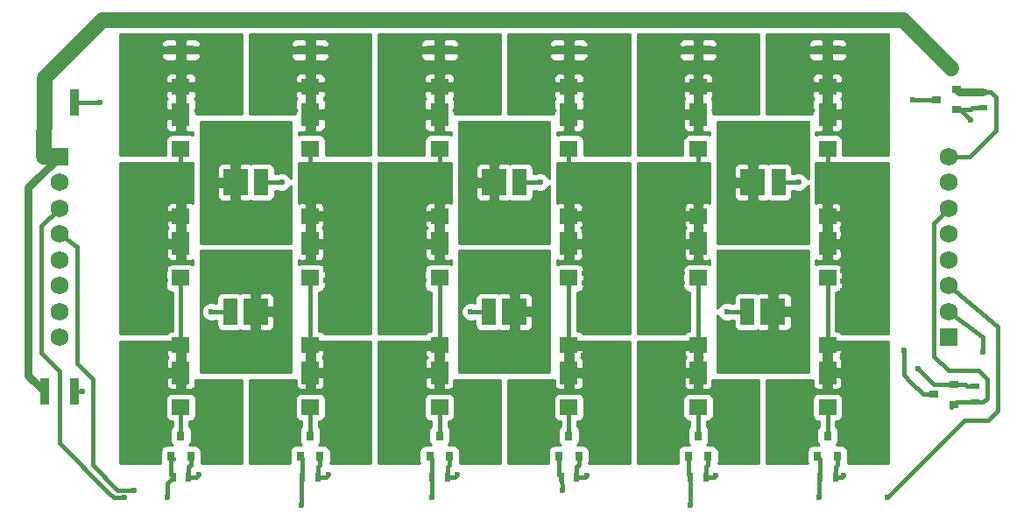
<source format=gtl>
G04 #@! TF.FileFunction,Copper,L1,Top,Signal*
%FSLAX46Y46*%
G04 Gerber Fmt 4.6, Leading zero omitted, Abs format (unit mm)*
G04 Created by KiCad (PCBNEW 4.0.4-stable) date 03/20/17 17:50:04*
%MOMM*%
%LPD*%
G01*
G04 APERTURE LIST*
%ADD10C,0.100000*%
%ADD11C,0.600000*%
%ADD12R,1.700000X1.500000*%
%ADD13R,1.700000X2.250000*%
%ADD14R,0.800000X0.900000*%
%ADD15R,0.500000X0.900000*%
%ADD16R,1.350000X2.500000*%
%ADD17R,2.350000X2.500000*%
%ADD18R,2.500000X0.900000*%
%ADD19R,0.900000X0.800000*%
%ADD20R,0.900000X0.500000*%
%ADD21R,0.900000X2.500000*%
%ADD22R,1.750000X1.750000*%
%ADD23C,1.750000*%
%ADD24C,0.400000*%
%ADD25C,0.750000*%
%ADD26C,1.500000*%
%ADD27C,0.254000*%
G04 APERTURE END LIST*
D10*
D11*
X151750000Y-71225000D03*
X150750000Y-71225000D03*
X149750000Y-71225000D03*
X148750000Y-71225000D03*
X147750000Y-71225000D03*
X151750000Y-70225000D03*
X150750000Y-70225000D03*
X149750000Y-70225000D03*
X148750000Y-70225000D03*
X147750000Y-70225000D03*
X151750000Y-69225000D03*
X150750000Y-69225000D03*
X149750000Y-69225000D03*
X148750000Y-69225000D03*
X147750000Y-69225000D03*
X151750000Y-68225000D03*
X150750000Y-68225000D03*
X149750000Y-68225000D03*
X148750000Y-68225000D03*
X147750000Y-68225000D03*
X151750000Y-67225000D03*
X150750000Y-67225000D03*
X149750000Y-67225000D03*
X148750000Y-67225000D03*
X147750000Y-67225000D03*
X151750000Y-66225000D03*
X150750000Y-66225000D03*
X149750000Y-66225000D03*
X148750000Y-66225000D03*
X147750000Y-66225000D03*
X151750000Y-65225000D03*
X150750000Y-65225000D03*
X149750000Y-65225000D03*
X148750000Y-65225000D03*
X147750000Y-65225000D03*
X151750000Y-64225000D03*
X150750000Y-64225000D03*
X149750000Y-64225000D03*
X148750000Y-64225000D03*
X147750000Y-64225000D03*
X151750000Y-63225000D03*
X150750000Y-63225000D03*
X149750000Y-63225000D03*
X148750000Y-63225000D03*
X147750000Y-63225000D03*
X151750000Y-62225000D03*
X150750000Y-62225000D03*
X149750000Y-62225000D03*
X148750000Y-62225000D03*
X147750000Y-62225000D03*
X151750000Y-61225000D03*
X150750000Y-61225000D03*
X149750000Y-61225000D03*
X148750000Y-61225000D03*
X147750000Y-61225000D03*
X151750000Y-60225000D03*
X150750000Y-60225000D03*
X149750000Y-60225000D03*
X148750000Y-60225000D03*
X147750000Y-60225000D03*
X153750000Y-59225000D03*
X152750000Y-59225000D03*
X151750000Y-59225000D03*
X150750000Y-59225000D03*
X149750000Y-59225000D03*
X148750000Y-59225000D03*
X147750000Y-59225000D03*
X153750000Y-58225000D03*
X152750000Y-58225000D03*
X151750000Y-58225000D03*
X150750000Y-58225000D03*
X149750000Y-58225000D03*
X148750000Y-58225000D03*
X147750000Y-58225000D03*
X153750000Y-57225000D03*
X152750000Y-57225000D03*
X151750000Y-57225000D03*
X150750000Y-57225000D03*
X149750000Y-57225000D03*
X148750000Y-57225000D03*
X147750000Y-57225000D03*
X153750000Y-56225000D03*
X152750000Y-56225000D03*
X151750000Y-56225000D03*
X150750000Y-56225000D03*
X149750000Y-56225000D03*
X148750000Y-56225000D03*
X147750000Y-56225000D03*
X126750000Y-71225000D03*
X125750000Y-71225000D03*
X124750000Y-71225000D03*
X123750000Y-71225000D03*
X122750000Y-71225000D03*
X126750000Y-70225000D03*
X125750000Y-70225000D03*
X124750000Y-70225000D03*
X123750000Y-70225000D03*
X122750000Y-70225000D03*
X126750000Y-69225000D03*
X125750000Y-69225000D03*
X124750000Y-69225000D03*
X123750000Y-69225000D03*
X122750000Y-69225000D03*
X126750000Y-68225000D03*
X125750000Y-68225000D03*
X124750000Y-68225000D03*
X123750000Y-68225000D03*
X122750000Y-68225000D03*
X126750000Y-67225000D03*
X125750000Y-67225000D03*
X124750000Y-67225000D03*
X123750000Y-67225000D03*
X122750000Y-67225000D03*
X126750000Y-66225000D03*
X125750000Y-66225000D03*
X124750000Y-66225000D03*
X123750000Y-66225000D03*
X122750000Y-66225000D03*
X126750000Y-65225000D03*
X125750000Y-65225000D03*
X124750000Y-65225000D03*
X123750000Y-65225000D03*
X122750000Y-65225000D03*
X126750000Y-64225000D03*
X125750000Y-64225000D03*
X124750000Y-64225000D03*
X123750000Y-64225000D03*
X122750000Y-64225000D03*
X126750000Y-63225000D03*
X125750000Y-63225000D03*
X124750000Y-63225000D03*
X123750000Y-63225000D03*
X122750000Y-63225000D03*
X126750000Y-62225000D03*
X125750000Y-62225000D03*
X124750000Y-62225000D03*
X123750000Y-62225000D03*
X122750000Y-62225000D03*
X126750000Y-61225000D03*
X125750000Y-61225000D03*
X124750000Y-61225000D03*
X123750000Y-61225000D03*
X122750000Y-61225000D03*
X126750000Y-60225000D03*
X125750000Y-60225000D03*
X124750000Y-60225000D03*
X123750000Y-60225000D03*
X122750000Y-60225000D03*
X128750000Y-59225000D03*
X127750000Y-59225000D03*
X126750000Y-59225000D03*
X125750000Y-59225000D03*
X124750000Y-59225000D03*
X123750000Y-59225000D03*
X122750000Y-59225000D03*
X128750000Y-58225000D03*
X127750000Y-58225000D03*
X126750000Y-58225000D03*
X125750000Y-58225000D03*
X124750000Y-58225000D03*
X123750000Y-58225000D03*
X122750000Y-58225000D03*
X128750000Y-57225000D03*
X127750000Y-57225000D03*
X126750000Y-57225000D03*
X125750000Y-57225000D03*
X124750000Y-57225000D03*
X123750000Y-57225000D03*
X122750000Y-57225000D03*
X128750000Y-56225000D03*
X127750000Y-56225000D03*
X126750000Y-56225000D03*
X125750000Y-56225000D03*
X124750000Y-56225000D03*
X123750000Y-56225000D03*
X122750000Y-56225000D03*
X142275000Y-71225000D03*
X143275000Y-71225000D03*
X144275000Y-71225000D03*
X145275000Y-71225000D03*
X146275000Y-71225000D03*
X142275000Y-70225000D03*
X143275000Y-70225000D03*
X144275000Y-70225000D03*
X145275000Y-70225000D03*
X146275000Y-70225000D03*
X142275000Y-69225000D03*
X143275000Y-69225000D03*
X144275000Y-69225000D03*
X145275000Y-69225000D03*
X146275000Y-69225000D03*
X142275000Y-68225000D03*
X143275000Y-68225000D03*
X144275000Y-68225000D03*
X145275000Y-68225000D03*
X146275000Y-68225000D03*
X142275000Y-67225000D03*
X143275000Y-67225000D03*
X144275000Y-67225000D03*
X145275000Y-67225000D03*
X146275000Y-67225000D03*
X142275000Y-66225000D03*
X143275000Y-66225000D03*
X144275000Y-66225000D03*
X145275000Y-66225000D03*
X146275000Y-66225000D03*
X142275000Y-65225000D03*
X143275000Y-65225000D03*
X144275000Y-65225000D03*
X145275000Y-65225000D03*
X146275000Y-65225000D03*
X142275000Y-64225000D03*
X143275000Y-64225000D03*
X144275000Y-64225000D03*
X145275000Y-64225000D03*
X146275000Y-64225000D03*
X142275000Y-63225000D03*
X143275000Y-63225000D03*
X144275000Y-63225000D03*
X145275000Y-63225000D03*
X146275000Y-63225000D03*
X142275000Y-62225000D03*
X143275000Y-62225000D03*
X144275000Y-62225000D03*
X145275000Y-62225000D03*
X146275000Y-62225000D03*
X142275000Y-61225000D03*
X143275000Y-61225000D03*
X144275000Y-61225000D03*
X145275000Y-61225000D03*
X146275000Y-61225000D03*
X142275000Y-60225000D03*
X143275000Y-60225000D03*
X144275000Y-60225000D03*
X145275000Y-60225000D03*
X146275000Y-60225000D03*
X140275000Y-59225000D03*
X141275000Y-59225000D03*
X142275000Y-59225000D03*
X143275000Y-59225000D03*
X144275000Y-59225000D03*
X145275000Y-59225000D03*
X146275000Y-59225000D03*
X140275000Y-58225000D03*
X141275000Y-58225000D03*
X142275000Y-58225000D03*
X143275000Y-58225000D03*
X144275000Y-58225000D03*
X145275000Y-58225000D03*
X146275000Y-58225000D03*
X140275000Y-57225000D03*
X141275000Y-57225000D03*
X142275000Y-57225000D03*
X143275000Y-57225000D03*
X144275000Y-57225000D03*
X145275000Y-57225000D03*
X146275000Y-57225000D03*
X140275000Y-56225000D03*
X141275000Y-56225000D03*
X142275000Y-56225000D03*
X143275000Y-56225000D03*
X144275000Y-56225000D03*
X145275000Y-56225000D03*
X146275000Y-56225000D03*
X192250000Y-71275000D03*
X193250000Y-71275000D03*
X194250000Y-71275000D03*
X195250000Y-71275000D03*
X196250000Y-71275000D03*
X192250000Y-70275000D03*
X193250000Y-70275000D03*
X194250000Y-70275000D03*
X195250000Y-70275000D03*
X196250000Y-70275000D03*
X192250000Y-69275000D03*
X193250000Y-69275000D03*
X194250000Y-69275000D03*
X195250000Y-69275000D03*
X196250000Y-69275000D03*
X192250000Y-68275000D03*
X193250000Y-68275000D03*
X194250000Y-68275000D03*
X195250000Y-68275000D03*
X196250000Y-68275000D03*
X192250000Y-67275000D03*
X193250000Y-67275000D03*
X194250000Y-67275000D03*
X195250000Y-67275000D03*
X196250000Y-67275000D03*
X192250000Y-66275000D03*
X193250000Y-66275000D03*
X194250000Y-66275000D03*
X195250000Y-66275000D03*
X196250000Y-66275000D03*
X192250000Y-65275000D03*
X193250000Y-65275000D03*
X194250000Y-65275000D03*
X195250000Y-65275000D03*
X196250000Y-65275000D03*
X192250000Y-64275000D03*
X193250000Y-64275000D03*
X194250000Y-64275000D03*
X195250000Y-64275000D03*
X196250000Y-64275000D03*
X192250000Y-63275000D03*
X193250000Y-63275000D03*
X194250000Y-63275000D03*
X195250000Y-63275000D03*
X196250000Y-63275000D03*
X192250000Y-62275000D03*
X193250000Y-62275000D03*
X194250000Y-62275000D03*
X195250000Y-62275000D03*
X196250000Y-62275000D03*
X192250000Y-61275000D03*
X193250000Y-61275000D03*
X194250000Y-61275000D03*
X195250000Y-61275000D03*
X196250000Y-61275000D03*
X192250000Y-60275000D03*
X193250000Y-60275000D03*
X194250000Y-60275000D03*
X195250000Y-60275000D03*
X196250000Y-60275000D03*
X190250000Y-59275000D03*
X191250000Y-59275000D03*
X192250000Y-59275000D03*
X193250000Y-59275000D03*
X194250000Y-59275000D03*
X195250000Y-59275000D03*
X196250000Y-59275000D03*
X190250000Y-58275000D03*
X191250000Y-58275000D03*
X192250000Y-58275000D03*
X193250000Y-58275000D03*
X194250000Y-58275000D03*
X195250000Y-58275000D03*
X196250000Y-58275000D03*
X190250000Y-57275000D03*
X191250000Y-57275000D03*
X192250000Y-57275000D03*
X193250000Y-57275000D03*
X194250000Y-57275000D03*
X195250000Y-57275000D03*
X196250000Y-57275000D03*
X190250000Y-56275000D03*
X191250000Y-56275000D03*
X192250000Y-56275000D03*
X193250000Y-56275000D03*
X194250000Y-56275000D03*
X195250000Y-56275000D03*
X196250000Y-56275000D03*
X176750000Y-71500000D03*
X175750000Y-71500000D03*
X174750000Y-71500000D03*
X173750000Y-71500000D03*
X172750000Y-71500000D03*
X176750000Y-70500000D03*
X175750000Y-70500000D03*
X174750000Y-70500000D03*
X173750000Y-70500000D03*
X172750000Y-70500000D03*
X176750000Y-69500000D03*
X175750000Y-69500000D03*
X174750000Y-69500000D03*
X173750000Y-69500000D03*
X172750000Y-69500000D03*
X176750000Y-68500000D03*
X175750000Y-68500000D03*
X174750000Y-68500000D03*
X173750000Y-68500000D03*
X172750000Y-68500000D03*
X176750000Y-67500000D03*
X175750000Y-67500000D03*
X174750000Y-67500000D03*
X173750000Y-67500000D03*
X172750000Y-67500000D03*
X176750000Y-66500000D03*
X175750000Y-66500000D03*
X174750000Y-66500000D03*
X173750000Y-66500000D03*
X172750000Y-66500000D03*
X176750000Y-65500000D03*
X175750000Y-65500000D03*
X174750000Y-65500000D03*
X173750000Y-65500000D03*
X172750000Y-65500000D03*
X176750000Y-64500000D03*
X175750000Y-64500000D03*
X174750000Y-64500000D03*
X173750000Y-64500000D03*
X172750000Y-64500000D03*
X176750000Y-63500000D03*
X175750000Y-63500000D03*
X174750000Y-63500000D03*
X173750000Y-63500000D03*
X172750000Y-63500000D03*
X176750000Y-62500000D03*
X175750000Y-62500000D03*
X174750000Y-62500000D03*
X173750000Y-62500000D03*
X172750000Y-62500000D03*
X176750000Y-61500000D03*
X175750000Y-61500000D03*
X174750000Y-61500000D03*
X173750000Y-61500000D03*
X172750000Y-61500000D03*
X176750000Y-60500000D03*
X175750000Y-60500000D03*
X174750000Y-60500000D03*
X173750000Y-60500000D03*
X172750000Y-60500000D03*
X178750000Y-59500000D03*
X177750000Y-59500000D03*
X176750000Y-59500000D03*
X175750000Y-59500000D03*
X174750000Y-59500000D03*
X173750000Y-59500000D03*
X172750000Y-59500000D03*
X178750000Y-58500000D03*
X177750000Y-58500000D03*
X176750000Y-58500000D03*
X175750000Y-58500000D03*
X174750000Y-58500000D03*
X173750000Y-58500000D03*
X172750000Y-58500000D03*
X178750000Y-57500000D03*
X177750000Y-57500000D03*
X176750000Y-57500000D03*
X175750000Y-57500000D03*
X174750000Y-57500000D03*
X173750000Y-57500000D03*
X172750000Y-57500000D03*
X178750000Y-56500000D03*
X177750000Y-56500000D03*
X176750000Y-56500000D03*
X175750000Y-56500000D03*
X174750000Y-56500000D03*
X173750000Y-56500000D03*
X172750000Y-56500000D03*
X171250000Y-71500000D03*
X170250000Y-71500000D03*
X169250000Y-71500000D03*
X168250000Y-71500000D03*
X167250000Y-71500000D03*
X171250000Y-70500000D03*
X170250000Y-70500000D03*
X169250000Y-70500000D03*
X168250000Y-70500000D03*
X167250000Y-70500000D03*
X171250000Y-69500000D03*
X170250000Y-69500000D03*
X169250000Y-69500000D03*
X168250000Y-69500000D03*
X167250000Y-69500000D03*
X171250000Y-68500000D03*
X170250000Y-68500000D03*
X169250000Y-68500000D03*
X168250000Y-68500000D03*
X167250000Y-68500000D03*
X171250000Y-67500000D03*
X170250000Y-67500000D03*
X169250000Y-67500000D03*
X168250000Y-67500000D03*
X167250000Y-67500000D03*
X171250000Y-66500000D03*
X170250000Y-66500000D03*
X169250000Y-66500000D03*
X168250000Y-66500000D03*
X167250000Y-66500000D03*
X171250000Y-65500000D03*
X170250000Y-65500000D03*
X169250000Y-65500000D03*
X168250000Y-65500000D03*
X167250000Y-65500000D03*
X171250000Y-64500000D03*
X170250000Y-64500000D03*
X169250000Y-64500000D03*
X168250000Y-64500000D03*
X167250000Y-64500000D03*
X171250000Y-63500000D03*
X170250000Y-63500000D03*
X169250000Y-63500000D03*
X168250000Y-63500000D03*
X167250000Y-63500000D03*
X171250000Y-62500000D03*
X170250000Y-62500000D03*
X169250000Y-62500000D03*
X168250000Y-62500000D03*
X167250000Y-62500000D03*
X171250000Y-61500000D03*
X170250000Y-61500000D03*
X169250000Y-61500000D03*
X168250000Y-61500000D03*
X167250000Y-61500000D03*
X171250000Y-60500000D03*
X170250000Y-60500000D03*
X169250000Y-60500000D03*
X168250000Y-60500000D03*
X167250000Y-60500000D03*
X171250000Y-59500000D03*
X170250000Y-59500000D03*
X169250000Y-59500000D03*
X168250000Y-59500000D03*
X167250000Y-59500000D03*
X166250000Y-59500000D03*
X165250000Y-59500000D03*
X171250000Y-58500000D03*
X170250000Y-58500000D03*
X169250000Y-58500000D03*
X168250000Y-58500000D03*
X167250000Y-58500000D03*
X166250000Y-58500000D03*
X165250000Y-58500000D03*
X171250000Y-57500000D03*
X170250000Y-57500000D03*
X169250000Y-57500000D03*
X168250000Y-57500000D03*
X167250000Y-57500000D03*
X166250000Y-57500000D03*
X165250000Y-57500000D03*
X171250000Y-56500000D03*
X170250000Y-56500000D03*
X169250000Y-56500000D03*
X168250000Y-56500000D03*
X167250000Y-56500000D03*
X166250000Y-56500000D03*
X165250000Y-56500000D03*
X188500000Y-75750000D03*
X187500000Y-75750000D03*
X186500000Y-75750000D03*
X185500000Y-75750000D03*
X184500000Y-75750000D03*
X183500000Y-75750000D03*
X182500000Y-75750000D03*
X181500000Y-75750000D03*
X180500000Y-75750000D03*
X188500000Y-74750000D03*
X187500000Y-74750000D03*
X186500000Y-74750000D03*
X185500000Y-74750000D03*
X184500000Y-74750000D03*
X183500000Y-74750000D03*
X182500000Y-74750000D03*
X181500000Y-74750000D03*
X180500000Y-74750000D03*
X188500000Y-73750000D03*
X187500000Y-73750000D03*
X186500000Y-73750000D03*
X185500000Y-73750000D03*
X184500000Y-73750000D03*
X183500000Y-73750000D03*
X182500000Y-73750000D03*
X181500000Y-73750000D03*
X180500000Y-73750000D03*
X188500000Y-72750000D03*
X187500000Y-72750000D03*
X186500000Y-72750000D03*
X185500000Y-72750000D03*
X184500000Y-72750000D03*
X183500000Y-72750000D03*
X182500000Y-72750000D03*
X181500000Y-72750000D03*
X180500000Y-72750000D03*
X188500000Y-71750000D03*
X187500000Y-71750000D03*
X185500000Y-71750000D03*
X181500000Y-71750000D03*
X180500000Y-71750000D03*
X188500000Y-68750000D03*
X187500000Y-68750000D03*
X185500000Y-68750000D03*
X181500000Y-68750000D03*
X180500000Y-68750000D03*
X188500000Y-67750000D03*
X187500000Y-67750000D03*
X186500000Y-67750000D03*
X185500000Y-67750000D03*
X184500000Y-67750000D03*
X183500000Y-67750000D03*
X182500000Y-67750000D03*
X181500000Y-67750000D03*
X180500000Y-67750000D03*
X188500000Y-66750000D03*
X187500000Y-66750000D03*
X186500000Y-66750000D03*
X185500000Y-66750000D03*
X184500000Y-66750000D03*
X183500000Y-66750000D03*
X182500000Y-66750000D03*
X181500000Y-66750000D03*
X180500000Y-66750000D03*
X188500000Y-65750000D03*
X187500000Y-65750000D03*
X186500000Y-65750000D03*
X185500000Y-65750000D03*
X184500000Y-65750000D03*
X183500000Y-65750000D03*
X182500000Y-65750000D03*
X181500000Y-65750000D03*
X180500000Y-65750000D03*
X188500000Y-64750000D03*
X187500000Y-64750000D03*
X186500000Y-64750000D03*
X185500000Y-64750000D03*
X184500000Y-64750000D03*
X183500000Y-64750000D03*
X182500000Y-64750000D03*
X181500000Y-64750000D03*
X180500000Y-64750000D03*
X163500000Y-75750000D03*
X162500000Y-75750000D03*
X161500000Y-75750000D03*
X160500000Y-75750000D03*
X159500000Y-75750000D03*
X158500000Y-75750000D03*
X157500000Y-75750000D03*
X156500000Y-75750000D03*
X155500000Y-75750000D03*
X163500000Y-74750000D03*
X162500000Y-74750000D03*
X161500000Y-74750000D03*
X160500000Y-74750000D03*
X159500000Y-74750000D03*
X158500000Y-74750000D03*
X157500000Y-74750000D03*
X156500000Y-74750000D03*
X155500000Y-74750000D03*
X163500000Y-73750000D03*
X162500000Y-73750000D03*
X161500000Y-73750000D03*
X160500000Y-73750000D03*
X159500000Y-73750000D03*
X158500000Y-73750000D03*
X157500000Y-73750000D03*
X156500000Y-73750000D03*
X155500000Y-73750000D03*
X163500000Y-72750000D03*
X162500000Y-72750000D03*
X161500000Y-72750000D03*
X160500000Y-72750000D03*
X159500000Y-72750000D03*
X158500000Y-72750000D03*
X157500000Y-72750000D03*
X156500000Y-72750000D03*
X155500000Y-72750000D03*
X163500000Y-71750000D03*
X162500000Y-71750000D03*
X160500000Y-71750000D03*
X156500000Y-71750000D03*
X155500000Y-71750000D03*
X163500000Y-68750000D03*
X162500000Y-68750000D03*
X160500000Y-68750000D03*
X156500000Y-68750000D03*
X155500000Y-68750000D03*
X163500000Y-67750000D03*
X162500000Y-67750000D03*
X161500000Y-67750000D03*
X160500000Y-67750000D03*
X159500000Y-67750000D03*
X158500000Y-67750000D03*
X157500000Y-67750000D03*
X156500000Y-67750000D03*
X155500000Y-67750000D03*
X163500000Y-66750000D03*
X162500000Y-66750000D03*
X161500000Y-66750000D03*
X160500000Y-66750000D03*
X159500000Y-66750000D03*
X158500000Y-66750000D03*
X157500000Y-66750000D03*
X156500000Y-66750000D03*
X155500000Y-66750000D03*
X163500000Y-65750000D03*
X162500000Y-65750000D03*
X161500000Y-65750000D03*
X160500000Y-65750000D03*
X159500000Y-65750000D03*
X158500000Y-65750000D03*
X157500000Y-65750000D03*
X156500000Y-65750000D03*
X155500000Y-65750000D03*
X163500000Y-64750000D03*
X162500000Y-64750000D03*
X161500000Y-64750000D03*
X160500000Y-64750000D03*
X159500000Y-64750000D03*
X158500000Y-64750000D03*
X157500000Y-64750000D03*
X156500000Y-64750000D03*
X131500000Y-68800000D03*
X130500000Y-68800000D03*
X138500000Y-68800000D03*
X137500000Y-68800000D03*
X135500000Y-68800000D03*
X130500000Y-67800000D03*
X131500000Y-67800000D03*
X132500000Y-67800000D03*
X133500000Y-67800000D03*
X134500000Y-67800000D03*
X135500000Y-67800000D03*
X136500000Y-67800000D03*
X137500000Y-67800000D03*
X138500000Y-67800000D03*
X138500000Y-75800000D03*
X137500000Y-75800000D03*
X136500000Y-75800000D03*
X135500000Y-75800000D03*
X134500000Y-75800000D03*
X133500000Y-75800000D03*
X132500000Y-75800000D03*
X131500000Y-75800000D03*
X130500000Y-75800000D03*
X138500000Y-74800000D03*
X137500000Y-74800000D03*
X136500000Y-74800000D03*
X135500000Y-74800000D03*
X134500000Y-74800000D03*
X133500000Y-74800000D03*
X132500000Y-74800000D03*
X131500000Y-74800000D03*
X130500000Y-74800000D03*
X138500000Y-73800000D03*
X137500000Y-73800000D03*
X136500000Y-73800000D03*
X135500000Y-73800000D03*
X134500000Y-73800000D03*
X133500000Y-73800000D03*
X132500000Y-73800000D03*
X131500000Y-73800000D03*
X130500000Y-73800000D03*
X138500000Y-72800000D03*
X137500000Y-72800000D03*
X136500000Y-72800000D03*
X135500000Y-72800000D03*
X134500000Y-72800000D03*
X133500000Y-72800000D03*
X132500000Y-72800000D03*
X131500000Y-72800000D03*
X130500000Y-72800000D03*
X138500000Y-71800000D03*
X137500000Y-71800000D03*
X135500000Y-71800000D03*
X131500000Y-71800000D03*
X130500000Y-71800000D03*
X138500000Y-66800000D03*
X137500000Y-66800000D03*
X136500000Y-66800000D03*
X135500000Y-66800000D03*
X134500000Y-66800000D03*
X133500000Y-66800000D03*
X132500000Y-66800000D03*
X131500000Y-66800000D03*
X130500000Y-66800000D03*
X138500000Y-65800000D03*
X137500000Y-65800000D03*
X136500000Y-65800000D03*
X135500000Y-65800000D03*
X134500000Y-65800000D03*
X133500000Y-65800000D03*
X132500000Y-65800000D03*
X131500000Y-65800000D03*
X130500000Y-65800000D03*
X138500000Y-64800000D03*
X137500000Y-64800000D03*
X136500000Y-64800000D03*
X135500000Y-64800000D03*
X134500000Y-64800000D03*
X133500000Y-64800000D03*
X132500000Y-64800000D03*
X131500000Y-64800000D03*
X130500000Y-64800000D03*
X188500000Y-63250000D03*
X187500000Y-63250000D03*
X186500000Y-63250000D03*
X185500000Y-63250000D03*
X184500000Y-63250000D03*
X183500000Y-63250000D03*
X182500000Y-63250000D03*
X181500000Y-63250000D03*
X180500000Y-63250000D03*
X188500000Y-62250000D03*
X187500000Y-62250000D03*
X186500000Y-62250000D03*
X185500000Y-62250000D03*
X184500000Y-62250000D03*
X183500000Y-62250000D03*
X182500000Y-62250000D03*
X181500000Y-62250000D03*
X180500000Y-62250000D03*
X188500000Y-61250000D03*
X187500000Y-61250000D03*
X186500000Y-61250000D03*
X185500000Y-61250000D03*
X184500000Y-61250000D03*
X183500000Y-61250000D03*
X182500000Y-61250000D03*
X181500000Y-61250000D03*
X180500000Y-61250000D03*
X188500000Y-60250000D03*
X187500000Y-60250000D03*
X186500000Y-60250000D03*
X185500000Y-60250000D03*
X184500000Y-60250000D03*
X183500000Y-60250000D03*
X182500000Y-60250000D03*
X181500000Y-60250000D03*
X180500000Y-60250000D03*
X188500000Y-59250000D03*
X187500000Y-59250000D03*
X183500000Y-59250000D03*
X181500000Y-59250000D03*
X180500000Y-59250000D03*
X188500000Y-56250000D03*
X187500000Y-56250000D03*
X183500000Y-56250000D03*
X181500000Y-56250000D03*
X180500000Y-56250000D03*
X188500000Y-55250000D03*
X187500000Y-55250000D03*
X186500000Y-55250000D03*
X185500000Y-55250000D03*
X184500000Y-55250000D03*
X183500000Y-55250000D03*
X182500000Y-55250000D03*
X181500000Y-55250000D03*
X180500000Y-55250000D03*
X188500000Y-54250000D03*
X187500000Y-54250000D03*
X186500000Y-54250000D03*
X185500000Y-54250000D03*
X184500000Y-54250000D03*
X183500000Y-54250000D03*
X182500000Y-54250000D03*
X181500000Y-54250000D03*
X180500000Y-54250000D03*
X188500000Y-53250000D03*
X187500000Y-53250000D03*
X186500000Y-53250000D03*
X185500000Y-53250000D03*
X184500000Y-53250000D03*
X183500000Y-53250000D03*
X182500000Y-53250000D03*
X181500000Y-53250000D03*
X180500000Y-53250000D03*
X188500000Y-52250000D03*
X187500000Y-52250000D03*
X186500000Y-52250000D03*
X185500000Y-52250000D03*
X184500000Y-52250000D03*
X183500000Y-52250000D03*
X182500000Y-52250000D03*
X181500000Y-52250000D03*
X180500000Y-52250000D03*
X138500000Y-63250000D03*
X137500000Y-63250000D03*
X136500000Y-63250000D03*
X135500000Y-63250000D03*
X134500000Y-63250000D03*
X133500000Y-63250000D03*
X132500000Y-63250000D03*
X131500000Y-63250000D03*
X130500000Y-63250000D03*
X138500000Y-62250000D03*
X137500000Y-62250000D03*
X136500000Y-62250000D03*
X135500000Y-62250000D03*
X134500000Y-62250000D03*
X133500000Y-62250000D03*
X132500000Y-62250000D03*
X131500000Y-62250000D03*
X130500000Y-62250000D03*
X138500000Y-61250000D03*
X137500000Y-61250000D03*
X136500000Y-61250000D03*
X135500000Y-61250000D03*
X134500000Y-61250000D03*
X133500000Y-61250000D03*
X132500000Y-61250000D03*
X131500000Y-61250000D03*
X130500000Y-61250000D03*
X138500000Y-60250000D03*
X137500000Y-60250000D03*
X136500000Y-60250000D03*
X135500000Y-60250000D03*
X134500000Y-60250000D03*
X133500000Y-60250000D03*
X132500000Y-60250000D03*
X131500000Y-60250000D03*
X130500000Y-60250000D03*
X138500000Y-59250000D03*
X137500000Y-59250000D03*
X133500000Y-59250000D03*
X131500000Y-59250000D03*
X130500000Y-59250000D03*
X138500000Y-56250000D03*
X137500000Y-56250000D03*
X133500000Y-56250000D03*
X131500000Y-56250000D03*
X130500000Y-56250000D03*
X138500000Y-55250000D03*
X137500000Y-55250000D03*
X136500000Y-55250000D03*
X135500000Y-55250000D03*
X134500000Y-55250000D03*
X133500000Y-55250000D03*
X132500000Y-55250000D03*
X131500000Y-55250000D03*
X130500000Y-55250000D03*
X138500000Y-54250000D03*
X137500000Y-54250000D03*
X136500000Y-54250000D03*
X135500000Y-54250000D03*
X134500000Y-54250000D03*
X133500000Y-54250000D03*
X132500000Y-54250000D03*
X131500000Y-54250000D03*
X130500000Y-54250000D03*
X138500000Y-53250000D03*
X137500000Y-53250000D03*
X136500000Y-53250000D03*
X135500000Y-53250000D03*
X134500000Y-53250000D03*
X133500000Y-53250000D03*
X132500000Y-53250000D03*
X131500000Y-53250000D03*
X130500000Y-53250000D03*
X138500000Y-52250000D03*
X137500000Y-52250000D03*
X136500000Y-52250000D03*
X135500000Y-52250000D03*
X134500000Y-52250000D03*
X133500000Y-52250000D03*
X132500000Y-52250000D03*
X131500000Y-52250000D03*
X130500000Y-52250000D03*
X192200000Y-76050000D03*
X196250000Y-84500000D03*
X195250000Y-84500000D03*
X194250000Y-84500000D03*
X193250000Y-84500000D03*
X188250000Y-84500000D03*
X187250000Y-84500000D03*
X186250000Y-84500000D03*
X185250000Y-84500000D03*
X196250000Y-83500000D03*
X195250000Y-83500000D03*
X194250000Y-83500000D03*
X193250000Y-83500000D03*
X188250000Y-83500000D03*
X187250000Y-83500000D03*
X186250000Y-83500000D03*
X185250000Y-83500000D03*
X196250000Y-82500000D03*
X195250000Y-82500000D03*
X194250000Y-82500000D03*
X193250000Y-82500000D03*
X192250000Y-82500000D03*
X189250000Y-82500000D03*
X188250000Y-82500000D03*
X187250000Y-82500000D03*
X186250000Y-82500000D03*
X185250000Y-82500000D03*
X196250000Y-81500000D03*
X195250000Y-81500000D03*
X194250000Y-81500000D03*
X193250000Y-81500000D03*
X192250000Y-81500000D03*
X189250000Y-81500000D03*
X188250000Y-81500000D03*
X187250000Y-81500000D03*
X186250000Y-81500000D03*
X185250000Y-81500000D03*
X196250000Y-80500000D03*
X195250000Y-80500000D03*
X194250000Y-80500000D03*
X193250000Y-80500000D03*
X188250000Y-80500000D03*
X187250000Y-80500000D03*
X186250000Y-80500000D03*
X185250000Y-80500000D03*
X196250000Y-79500000D03*
X195250000Y-79500000D03*
X194250000Y-79500000D03*
X193250000Y-79500000D03*
X188250000Y-79500000D03*
X187250000Y-79500000D03*
X186250000Y-79500000D03*
X185250000Y-79500000D03*
X196250000Y-78500000D03*
X195250000Y-78500000D03*
X194250000Y-78500000D03*
X193250000Y-78500000D03*
X188250000Y-78500000D03*
X187250000Y-78500000D03*
X186250000Y-78500000D03*
X185250000Y-78500000D03*
X196250000Y-77500000D03*
X195250000Y-77500000D03*
X194250000Y-77500000D03*
X193250000Y-77500000D03*
X189200000Y-77950000D03*
X188250000Y-77500000D03*
X187250000Y-77500000D03*
X186250000Y-77500000D03*
X185250000Y-77500000D03*
X196250000Y-76500000D03*
X195250000Y-76500000D03*
X194250000Y-76500000D03*
X193250000Y-76500000D03*
X196250000Y-75500000D03*
X195250000Y-75500000D03*
X194250000Y-75500000D03*
X193250000Y-75500000D03*
X192200000Y-77950000D03*
X196250000Y-74500000D03*
X195250000Y-74500000D03*
X194250000Y-74500000D03*
X193250000Y-74500000D03*
X192250000Y-74500000D03*
X196250000Y-73500000D03*
X195250000Y-73500000D03*
X194250000Y-73500000D03*
X193250000Y-73500000D03*
X192250000Y-73500000D03*
X183700000Y-84500000D03*
X182700000Y-84500000D03*
X181700000Y-84500000D03*
X180700000Y-84500000D03*
X175700000Y-84500000D03*
X174700000Y-84500000D03*
X173700000Y-84500000D03*
X172700000Y-84500000D03*
X183700000Y-83500000D03*
X182700000Y-83500000D03*
X181700000Y-83500000D03*
X180700000Y-83500000D03*
X175700000Y-83500000D03*
X174700000Y-83500000D03*
X173700000Y-83500000D03*
X172700000Y-83500000D03*
X183700000Y-82500000D03*
X182700000Y-82500000D03*
X181700000Y-82500000D03*
X180700000Y-82500000D03*
X179700000Y-82500000D03*
X176700000Y-82500000D03*
X175700000Y-82500000D03*
X174700000Y-82500000D03*
X173700000Y-82500000D03*
X172700000Y-82500000D03*
X183700000Y-81500000D03*
X182700000Y-81500000D03*
X181700000Y-81500000D03*
X180700000Y-81500000D03*
X179700000Y-81500000D03*
X176700000Y-81500000D03*
X175700000Y-81500000D03*
X174700000Y-81500000D03*
X173700000Y-81500000D03*
X172700000Y-81500000D03*
X183700000Y-80500000D03*
X182700000Y-80500000D03*
X181700000Y-80500000D03*
X180700000Y-80500000D03*
X175700000Y-80500000D03*
X174700000Y-80500000D03*
X173700000Y-80500000D03*
X172700000Y-80500000D03*
X183700000Y-79500000D03*
X182700000Y-79500000D03*
X181700000Y-79500000D03*
X180700000Y-79500000D03*
X175700000Y-79500000D03*
X174700000Y-79500000D03*
X173700000Y-79500000D03*
X172700000Y-79500000D03*
X183700000Y-78500000D03*
X182700000Y-78500000D03*
X181700000Y-78500000D03*
X180700000Y-78500000D03*
X179700000Y-77900000D03*
X176700000Y-77900000D03*
X175700000Y-78500000D03*
X174700000Y-78500000D03*
X173700000Y-78500000D03*
X172700000Y-78500000D03*
X183700000Y-77500000D03*
X182700000Y-77500000D03*
X181700000Y-77500000D03*
X180700000Y-77500000D03*
X175700000Y-77500000D03*
X174700000Y-77500000D03*
X173700000Y-77500000D03*
X172700000Y-77500000D03*
X176700000Y-76100000D03*
X175700000Y-76500000D03*
X174700000Y-76500000D03*
X173700000Y-76500000D03*
X172700000Y-76500000D03*
X175700000Y-75500000D03*
X174700000Y-75500000D03*
X173700000Y-75500000D03*
X172700000Y-75500000D03*
X176700000Y-74500000D03*
X175700000Y-74500000D03*
X174700000Y-74500000D03*
X173700000Y-74500000D03*
X172700000Y-74500000D03*
X176700000Y-73500000D03*
X175700000Y-73500000D03*
X174700000Y-73500000D03*
X173700000Y-73500000D03*
X172700000Y-73500000D03*
X171150000Y-84500000D03*
X170150000Y-84500000D03*
X169150000Y-84500000D03*
X168150000Y-84500000D03*
X163150000Y-84500000D03*
X162150000Y-84500000D03*
X161150000Y-84500000D03*
X160150000Y-84500000D03*
X171150000Y-83500000D03*
X170150000Y-83500000D03*
X169150000Y-83500000D03*
X168150000Y-83500000D03*
X163150000Y-83500000D03*
X162150000Y-83500000D03*
X161150000Y-83500000D03*
X160150000Y-83500000D03*
X171150000Y-82500000D03*
X170150000Y-82500000D03*
X169150000Y-82500000D03*
X168150000Y-82500000D03*
X167150000Y-82500000D03*
X164150000Y-82500000D03*
X163150000Y-82500000D03*
X162150000Y-82500000D03*
X161150000Y-82500000D03*
X160150000Y-82500000D03*
X171150000Y-81500000D03*
X170150000Y-81500000D03*
X169150000Y-81500000D03*
X168150000Y-81500000D03*
X167150000Y-81500000D03*
X164150000Y-81500000D03*
X163150000Y-81500000D03*
X162150000Y-81500000D03*
X161150000Y-81500000D03*
X160150000Y-81500000D03*
X171150000Y-80500000D03*
X170150000Y-80500000D03*
X169150000Y-80500000D03*
X168150000Y-80500000D03*
X163150000Y-80500000D03*
X162150000Y-80500000D03*
X161150000Y-80500000D03*
X160150000Y-80500000D03*
X171150000Y-79500000D03*
X170150000Y-79500000D03*
X169150000Y-79500000D03*
X168150000Y-79500000D03*
X163150000Y-79500000D03*
X162150000Y-79500000D03*
X161150000Y-79500000D03*
X160150000Y-79500000D03*
X171150000Y-78500000D03*
X170150000Y-78500000D03*
X169150000Y-78500000D03*
X168150000Y-78500000D03*
X167100000Y-77900000D03*
X164100000Y-77900000D03*
X163150000Y-78500000D03*
X162150000Y-78500000D03*
X161150000Y-78500000D03*
X160150000Y-78500000D03*
X171150000Y-77500000D03*
X170150000Y-77500000D03*
X169150000Y-77500000D03*
X168150000Y-77500000D03*
X163150000Y-77500000D03*
X162150000Y-77500000D03*
X161150000Y-77500000D03*
X160150000Y-77500000D03*
X171150000Y-76500000D03*
X170150000Y-76500000D03*
X169150000Y-76500000D03*
X168150000Y-76500000D03*
X167100000Y-76100000D03*
X171150000Y-75500000D03*
X170150000Y-75500000D03*
X169150000Y-75500000D03*
X168150000Y-75500000D03*
X171150000Y-74500000D03*
X170150000Y-74500000D03*
X169150000Y-74500000D03*
X168150000Y-74500000D03*
X167150000Y-74500000D03*
X171150000Y-73500000D03*
X170150000Y-73500000D03*
X169150000Y-73500000D03*
X168150000Y-73500000D03*
X167150000Y-73500000D03*
X158750000Y-84500000D03*
X157750000Y-84500000D03*
X156750000Y-84500000D03*
X155750000Y-84500000D03*
X150750000Y-84500000D03*
X149750000Y-84500000D03*
X148750000Y-84500000D03*
X147750000Y-84500000D03*
X158750000Y-83500000D03*
X157750000Y-83500000D03*
X156750000Y-83500000D03*
X155750000Y-83500000D03*
X150750000Y-83500000D03*
X149750000Y-83500000D03*
X148750000Y-83500000D03*
X147750000Y-83500000D03*
X158750000Y-82500000D03*
X157750000Y-82500000D03*
X156750000Y-82500000D03*
X155750000Y-82500000D03*
X154750000Y-82500000D03*
X151750000Y-82500000D03*
X150750000Y-82500000D03*
X149750000Y-82500000D03*
X148750000Y-82500000D03*
X147750000Y-82500000D03*
X158750000Y-81500000D03*
X157750000Y-81500000D03*
X156750000Y-81500000D03*
X155750000Y-81500000D03*
X154750000Y-81500000D03*
X151750000Y-81500000D03*
X150750000Y-81500000D03*
X149750000Y-81500000D03*
X148750000Y-81500000D03*
X147750000Y-81500000D03*
X158750000Y-80500000D03*
X157750000Y-80500000D03*
X156750000Y-80500000D03*
X155750000Y-80500000D03*
X150750000Y-80500000D03*
X149750000Y-80500000D03*
X148750000Y-80500000D03*
X147750000Y-80500000D03*
X158750000Y-79500000D03*
X157750000Y-79500000D03*
X156750000Y-79500000D03*
X155750000Y-79500000D03*
X150750000Y-79500000D03*
X149750000Y-79500000D03*
X148750000Y-79500000D03*
X147750000Y-79500000D03*
X158750000Y-78500000D03*
X157750000Y-78500000D03*
X156750000Y-78500000D03*
X155750000Y-78500000D03*
X150750000Y-78500000D03*
X149750000Y-78500000D03*
X148750000Y-78500000D03*
X147750000Y-78500000D03*
X158750000Y-77500000D03*
X157750000Y-77500000D03*
X156750000Y-77500000D03*
X155750000Y-77500000D03*
X154700000Y-77900000D03*
X151700000Y-77900000D03*
X150750000Y-77500000D03*
X149750000Y-77500000D03*
X148750000Y-77500000D03*
X147750000Y-77500000D03*
X151700000Y-76100000D03*
X150750000Y-76500000D03*
X149750000Y-76500000D03*
X148750000Y-76500000D03*
X147750000Y-76500000D03*
X150750000Y-75500000D03*
X149750000Y-75500000D03*
X148750000Y-75500000D03*
X147750000Y-75500000D03*
X151750000Y-74500000D03*
X150750000Y-74500000D03*
X149750000Y-74500000D03*
X148750000Y-74500000D03*
X147750000Y-74500000D03*
X151750000Y-73500000D03*
X150750000Y-73500000D03*
X149750000Y-73500000D03*
X148750000Y-73500000D03*
D12*
X153250000Y-79500000D03*
X153250000Y-73500000D03*
D13*
X153250000Y-76180000D03*
D11*
X147750000Y-73500000D03*
D12*
X140750000Y-79500000D03*
X140750000Y-73500000D03*
D13*
X140750000Y-76180000D03*
D11*
X146350000Y-84500000D03*
X145350000Y-84500000D03*
X144350000Y-84500000D03*
X143350000Y-84500000D03*
X138350000Y-84500000D03*
X137350000Y-84500000D03*
X136350000Y-84500000D03*
X135350000Y-84500000D03*
X146350000Y-83500000D03*
X145350000Y-83500000D03*
X144350000Y-83500000D03*
X143350000Y-83500000D03*
X138350000Y-83500000D03*
X137350000Y-83500000D03*
X136350000Y-83500000D03*
X135350000Y-83500000D03*
X146350000Y-82500000D03*
X145350000Y-82500000D03*
X144350000Y-82500000D03*
X143350000Y-82500000D03*
X142350000Y-82500000D03*
X139350000Y-82500000D03*
X138350000Y-82500000D03*
X137350000Y-82500000D03*
X136350000Y-82500000D03*
X135350000Y-82500000D03*
X146350000Y-81500000D03*
X145350000Y-81500000D03*
X144350000Y-81500000D03*
X143350000Y-81500000D03*
X142350000Y-81500000D03*
X139350000Y-81500000D03*
X138350000Y-81500000D03*
X137350000Y-81500000D03*
X136350000Y-81500000D03*
X135350000Y-81500000D03*
X146350000Y-80500000D03*
X145350000Y-80500000D03*
X144350000Y-80500000D03*
X143350000Y-80500000D03*
X138350000Y-80500000D03*
X137350000Y-80500000D03*
X136350000Y-80500000D03*
X135350000Y-80500000D03*
X146350000Y-79500000D03*
X145350000Y-79500000D03*
X144350000Y-79500000D03*
X143350000Y-79500000D03*
X138350000Y-79500000D03*
X137350000Y-79500000D03*
X136350000Y-79500000D03*
X135350000Y-79500000D03*
X146350000Y-78500000D03*
X145350000Y-78500000D03*
X144350000Y-78500000D03*
X143350000Y-78500000D03*
X138350000Y-78500000D03*
X137350000Y-78500000D03*
X136350000Y-78500000D03*
X135350000Y-78500000D03*
X146350000Y-77500000D03*
X145350000Y-77500000D03*
X144350000Y-77500000D03*
X143350000Y-77500000D03*
X142300000Y-77900000D03*
X139300000Y-77900000D03*
X138350000Y-77500000D03*
X137350000Y-77500000D03*
X136350000Y-77500000D03*
X135350000Y-77500000D03*
X146350000Y-76500000D03*
X145350000Y-76500000D03*
X144350000Y-76500000D03*
X143350000Y-76500000D03*
X142300000Y-76100000D03*
X146350000Y-75500000D03*
X145350000Y-75500000D03*
X144350000Y-75500000D03*
X143350000Y-75500000D03*
X146350000Y-74500000D03*
X145350000Y-74500000D03*
X144350000Y-74500000D03*
X143350000Y-74500000D03*
X142350000Y-74500000D03*
X146350000Y-73500000D03*
X145350000Y-73500000D03*
X144350000Y-73500000D03*
X143350000Y-73500000D03*
X142350000Y-73500000D03*
D14*
X139800000Y-84250000D03*
X141700000Y-84250000D03*
X140750000Y-82250000D03*
D11*
X130750000Y-84500000D03*
X130750000Y-83500000D03*
X126750000Y-74500000D03*
X126750000Y-73500000D03*
X126750000Y-77900000D03*
X129750000Y-77900000D03*
X126750000Y-82500000D03*
X129750000Y-82500000D03*
X129750000Y-81500000D03*
X126750000Y-81500000D03*
X126700000Y-76100000D03*
D15*
X141500000Y-86250000D03*
X140000000Y-86250000D03*
D14*
X127300000Y-84250000D03*
X129200000Y-84250000D03*
X128250000Y-82250000D03*
D11*
X133750000Y-84500000D03*
X132750000Y-84500000D03*
X131750000Y-84500000D03*
X125750000Y-84500000D03*
X124750000Y-84500000D03*
X123750000Y-84500000D03*
X122750000Y-84500000D03*
X133750000Y-83500000D03*
X132750000Y-83500000D03*
X131750000Y-83500000D03*
X125750000Y-83500000D03*
X124750000Y-83500000D03*
X123750000Y-83500000D03*
X122750000Y-83500000D03*
X133750000Y-82500000D03*
X132750000Y-82500000D03*
X131750000Y-82500000D03*
X130750000Y-82500000D03*
X125750000Y-82500000D03*
X124750000Y-82500000D03*
X123750000Y-82500000D03*
X122750000Y-82500000D03*
X133750000Y-81500000D03*
X132750000Y-81500000D03*
X131750000Y-81500000D03*
X130750000Y-81500000D03*
X125750000Y-81500000D03*
X124750000Y-81500000D03*
X123750000Y-81500000D03*
X122750000Y-81500000D03*
X133750000Y-80500000D03*
X132750000Y-80500000D03*
X131750000Y-80500000D03*
X130750000Y-80500000D03*
X125750000Y-80500000D03*
X124750000Y-80500000D03*
X123750000Y-80500000D03*
X122750000Y-80500000D03*
X133750000Y-79500000D03*
X132750000Y-79500000D03*
X131750000Y-79500000D03*
X130750000Y-79500000D03*
X125750000Y-79500000D03*
X124750000Y-79500000D03*
X123750000Y-79500000D03*
X122750000Y-79500000D03*
X133750000Y-78500000D03*
X132750000Y-78500000D03*
X131750000Y-78500000D03*
X130750000Y-78500000D03*
X125750000Y-78500000D03*
X124750000Y-78500000D03*
X123750000Y-78500000D03*
X122750000Y-78500000D03*
X133750000Y-77500000D03*
X132750000Y-77500000D03*
X131750000Y-77500000D03*
X130750000Y-77500000D03*
X125750000Y-77500000D03*
X124750000Y-77500000D03*
X123750000Y-77500000D03*
X122750000Y-77500000D03*
X125750000Y-76500000D03*
X124750000Y-76500000D03*
X123750000Y-76500000D03*
X122750000Y-76500000D03*
X125750000Y-75500000D03*
X124750000Y-75500000D03*
X123750000Y-75500000D03*
X122750000Y-75500000D03*
X125750000Y-74500000D03*
X124750000Y-74500000D03*
X123750000Y-74500000D03*
X122750000Y-74500000D03*
X125750000Y-73500000D03*
X124750000Y-73500000D03*
X123750000Y-73500000D03*
X122750000Y-73500000D03*
X158500000Y-59250000D03*
X158500000Y-56250000D03*
X126750000Y-53000000D03*
X126750000Y-51250000D03*
X126750000Y-48250000D03*
X129750000Y-48500000D03*
D12*
X128250000Y-54500000D03*
X128250000Y-48500000D03*
D13*
X128250000Y-51180000D03*
D11*
X125750000Y-54750000D03*
X124750000Y-54750000D03*
X123750000Y-54750000D03*
X122750000Y-54750000D03*
X125750000Y-53750000D03*
X124750000Y-53750000D03*
X123750000Y-53750000D03*
X122750000Y-53750000D03*
X125750000Y-52750000D03*
X124750000Y-52750000D03*
X123750000Y-52750000D03*
X122750000Y-52750000D03*
X125750000Y-51750000D03*
X124750000Y-51750000D03*
X123750000Y-51750000D03*
X122750000Y-51750000D03*
X133750000Y-50750000D03*
X132750000Y-50750000D03*
X131750000Y-50750000D03*
X130750000Y-50750000D03*
X125750000Y-50750000D03*
X124750000Y-50750000D03*
X123750000Y-50750000D03*
X122750000Y-50750000D03*
X133750000Y-49750000D03*
X132750000Y-49750000D03*
X131750000Y-49750000D03*
X130750000Y-49750000D03*
X125750000Y-49750000D03*
X124750000Y-49750000D03*
X123750000Y-49750000D03*
X122750000Y-49750000D03*
X133750000Y-48750000D03*
X132750000Y-48750000D03*
X131750000Y-48750000D03*
X130750000Y-48750000D03*
X125750000Y-48750000D03*
X124750000Y-48750000D03*
X123750000Y-48750000D03*
X122750000Y-48750000D03*
X133750000Y-47750000D03*
X132750000Y-47750000D03*
X131750000Y-47750000D03*
X130750000Y-47750000D03*
X125750000Y-47750000D03*
X124750000Y-47750000D03*
X123750000Y-47750000D03*
X122750000Y-47750000D03*
X133750000Y-46750000D03*
X132750000Y-46750000D03*
X131750000Y-46750000D03*
X130750000Y-46750000D03*
X129750000Y-46750000D03*
X128750000Y-46750000D03*
X127750000Y-46750000D03*
X126750000Y-46750000D03*
X125750000Y-46750000D03*
X124750000Y-46750000D03*
X123750000Y-46750000D03*
X122750000Y-46750000D03*
X133750000Y-45750000D03*
X132750000Y-45750000D03*
X131750000Y-45750000D03*
X130750000Y-45750000D03*
X125750000Y-45750000D03*
X124750000Y-45750000D03*
X123750000Y-45750000D03*
X122750000Y-45750000D03*
X133750000Y-44750000D03*
X132750000Y-44750000D03*
X131750000Y-44750000D03*
X130750000Y-44750000D03*
X125750000Y-44750000D03*
X124750000Y-44750000D03*
X123750000Y-44750000D03*
X122750000Y-44750000D03*
X133750000Y-43750000D03*
X132750000Y-43750000D03*
X131750000Y-43750000D03*
X130750000Y-43750000D03*
X129750000Y-43750000D03*
X128750000Y-43750000D03*
X127750000Y-43750000D03*
X126750000Y-43750000D03*
X125750000Y-43750000D03*
X124750000Y-43750000D03*
X123750000Y-43750000D03*
X192250000Y-53000000D03*
X176750000Y-53000000D03*
X167250000Y-53000000D03*
X151750000Y-53000000D03*
X142250000Y-53000000D03*
X142250000Y-51250000D03*
X142250000Y-48500000D03*
X139250000Y-48500000D03*
X146250000Y-54750000D03*
X145250000Y-54750000D03*
X144250000Y-54750000D03*
X143250000Y-54750000D03*
X146250000Y-53750000D03*
X145250000Y-53750000D03*
X144250000Y-53750000D03*
X143250000Y-53750000D03*
X146250000Y-52750000D03*
X145250000Y-52750000D03*
X144250000Y-52750000D03*
X143250000Y-52750000D03*
X146250000Y-51750000D03*
X145250000Y-51750000D03*
X144250000Y-51750000D03*
X143250000Y-51750000D03*
X146250000Y-50750000D03*
X145250000Y-50750000D03*
X144250000Y-50750000D03*
X143250000Y-50750000D03*
X138250000Y-50750000D03*
X137250000Y-50750000D03*
X136250000Y-50750000D03*
X135250000Y-50750000D03*
X146250000Y-49750000D03*
X145250000Y-49750000D03*
X144250000Y-49750000D03*
X143250000Y-49750000D03*
X138250000Y-49750000D03*
X137250000Y-49750000D03*
X136250000Y-49750000D03*
X135250000Y-49750000D03*
X146250000Y-48750000D03*
X145250000Y-48750000D03*
X144250000Y-48750000D03*
X143250000Y-48750000D03*
X138250000Y-48750000D03*
X137250000Y-48750000D03*
X136250000Y-48750000D03*
X135250000Y-48750000D03*
X146250000Y-47750000D03*
X145250000Y-47750000D03*
X144250000Y-47750000D03*
X143250000Y-47750000D03*
X138250000Y-47750000D03*
X137250000Y-47750000D03*
X136250000Y-47750000D03*
X135250000Y-47750000D03*
X146250000Y-46750000D03*
X145250000Y-46750000D03*
X144250000Y-46750000D03*
X143250000Y-46750000D03*
X142250000Y-46750000D03*
X141250000Y-46750000D03*
X140250000Y-46750000D03*
X139250000Y-46750000D03*
X138250000Y-46750000D03*
X137250000Y-46750000D03*
X136250000Y-46750000D03*
X135250000Y-46750000D03*
X146250000Y-45750000D03*
X145250000Y-45750000D03*
X144250000Y-45750000D03*
X143250000Y-45750000D03*
X138250000Y-45750000D03*
X137250000Y-45750000D03*
X136250000Y-45750000D03*
X135250000Y-45750000D03*
X146250000Y-44750000D03*
X145250000Y-44750000D03*
X144250000Y-44750000D03*
X143250000Y-44750000D03*
X138250000Y-44750000D03*
X137250000Y-44750000D03*
X136250000Y-44750000D03*
X135250000Y-44750000D03*
X146250000Y-43750000D03*
X145250000Y-43750000D03*
X144250000Y-43750000D03*
X143250000Y-43750000D03*
X142250000Y-43750000D03*
X141250000Y-43750000D03*
X140250000Y-43750000D03*
X139250000Y-43750000D03*
X138250000Y-43750000D03*
X137250000Y-43750000D03*
X136250000Y-43750000D03*
X192250000Y-51250000D03*
X176750000Y-51250000D03*
X167250000Y-51250000D03*
X151750000Y-51250000D03*
X176750000Y-48500000D03*
X179750000Y-48500000D03*
X192250000Y-48500000D03*
X196250000Y-54750000D03*
X195250000Y-54750000D03*
X194250000Y-54750000D03*
X193250000Y-54750000D03*
X196250000Y-53750000D03*
X195250000Y-53750000D03*
X194250000Y-53750000D03*
X193250000Y-53750000D03*
X196250000Y-52750000D03*
X195250000Y-52750000D03*
X194250000Y-52750000D03*
X193250000Y-52750000D03*
X196250000Y-51750000D03*
X195250000Y-51750000D03*
X194250000Y-51750000D03*
X193250000Y-51750000D03*
X196250000Y-50750000D03*
X195250000Y-50750000D03*
X194250000Y-50750000D03*
X193250000Y-50750000D03*
X188250000Y-50750000D03*
X187250000Y-50750000D03*
X186250000Y-50750000D03*
X185250000Y-50750000D03*
X196250000Y-49750000D03*
X195250000Y-49750000D03*
X194250000Y-49750000D03*
X193250000Y-49750000D03*
X188250000Y-49750000D03*
X187250000Y-49750000D03*
X186250000Y-49750000D03*
X185250000Y-49750000D03*
X196250000Y-48750000D03*
X195250000Y-48750000D03*
X194250000Y-48750000D03*
X193250000Y-48750000D03*
X189250000Y-48500000D03*
X188250000Y-48750000D03*
X187250000Y-48750000D03*
X186250000Y-48750000D03*
X185250000Y-48750000D03*
X196250000Y-47750000D03*
X195250000Y-47750000D03*
X194250000Y-47750000D03*
X193250000Y-47750000D03*
X188250000Y-47750000D03*
X187250000Y-47750000D03*
X186250000Y-47750000D03*
X185250000Y-47750000D03*
X196250000Y-46750000D03*
X195250000Y-46750000D03*
X194250000Y-46750000D03*
X193250000Y-46750000D03*
X192250000Y-46750000D03*
X191250000Y-46750000D03*
X190250000Y-46750000D03*
X189250000Y-46750000D03*
X188250000Y-46750000D03*
X187250000Y-46750000D03*
X186250000Y-46750000D03*
X185250000Y-46750000D03*
X196250000Y-45750000D03*
X195250000Y-45750000D03*
X194250000Y-45750000D03*
X193250000Y-45750000D03*
X188250000Y-45750000D03*
X187250000Y-45750000D03*
X186250000Y-45750000D03*
X185250000Y-45750000D03*
X196250000Y-44750000D03*
X195250000Y-44750000D03*
X194250000Y-44750000D03*
X193250000Y-44750000D03*
X188250000Y-44750000D03*
X187250000Y-44750000D03*
X186250000Y-44750000D03*
X185250000Y-44750000D03*
X196250000Y-43750000D03*
X195250000Y-43750000D03*
X194250000Y-43750000D03*
X193250000Y-43750000D03*
X192250000Y-43750000D03*
X191250000Y-43750000D03*
X190250000Y-43750000D03*
X189250000Y-43750000D03*
X188250000Y-43750000D03*
X187250000Y-43750000D03*
X186250000Y-43750000D03*
X167250000Y-48750000D03*
X164250000Y-48750000D03*
D12*
X178250000Y-54500000D03*
X178250000Y-48500000D03*
D13*
X178250000Y-51180000D03*
D11*
X175750000Y-54750000D03*
X174750000Y-54750000D03*
X173750000Y-54750000D03*
X172750000Y-54750000D03*
X175750000Y-53750000D03*
X174750000Y-53750000D03*
X173750000Y-53750000D03*
X172750000Y-53750000D03*
X175750000Y-52750000D03*
X174750000Y-52750000D03*
X173750000Y-52750000D03*
X172750000Y-52750000D03*
X175750000Y-51750000D03*
X174750000Y-51750000D03*
X173750000Y-51750000D03*
X172750000Y-51750000D03*
X183750000Y-50750000D03*
X182750000Y-50750000D03*
X181750000Y-50750000D03*
X180750000Y-50750000D03*
X175750000Y-50750000D03*
X174750000Y-50750000D03*
X173750000Y-50750000D03*
X172750000Y-50750000D03*
X183750000Y-49750000D03*
X182750000Y-49750000D03*
X181750000Y-49750000D03*
X180750000Y-49750000D03*
X175750000Y-49750000D03*
X174750000Y-49750000D03*
X173750000Y-49750000D03*
X172750000Y-49750000D03*
X183750000Y-48750000D03*
X182750000Y-48750000D03*
X181750000Y-48750000D03*
X180750000Y-48750000D03*
X175750000Y-48750000D03*
X174750000Y-48750000D03*
X173750000Y-48750000D03*
X172750000Y-48750000D03*
X183750000Y-47750000D03*
X182750000Y-47750000D03*
X181750000Y-47750000D03*
X180750000Y-47750000D03*
X175750000Y-47750000D03*
X174750000Y-47750000D03*
X173750000Y-47750000D03*
X172750000Y-47750000D03*
X183750000Y-46750000D03*
X182750000Y-46750000D03*
X181750000Y-46750000D03*
X180750000Y-46750000D03*
X179750000Y-46750000D03*
X178750000Y-46750000D03*
X177750000Y-46750000D03*
X176750000Y-46750000D03*
X175750000Y-46750000D03*
X174750000Y-46750000D03*
X173750000Y-46750000D03*
X172750000Y-46750000D03*
X183750000Y-45750000D03*
X182750000Y-45750000D03*
X181750000Y-45750000D03*
X180750000Y-45750000D03*
X175750000Y-45750000D03*
X174750000Y-45750000D03*
X173750000Y-45750000D03*
X172750000Y-45750000D03*
X183750000Y-44750000D03*
X182750000Y-44750000D03*
X181750000Y-44750000D03*
X180750000Y-44750000D03*
X175750000Y-44750000D03*
X174750000Y-44750000D03*
X173750000Y-44750000D03*
X172750000Y-44750000D03*
X183750000Y-43750000D03*
X182750000Y-43750000D03*
X181750000Y-43750000D03*
X180750000Y-43750000D03*
X179750000Y-43750000D03*
X178750000Y-43750000D03*
X177750000Y-43750000D03*
X176750000Y-43750000D03*
X175750000Y-43750000D03*
X174750000Y-43750000D03*
X173750000Y-43750000D03*
X122750000Y-43750000D03*
X135250000Y-43750000D03*
X185250000Y-43750000D03*
X172750000Y-43750000D03*
D12*
X165750000Y-54500000D03*
X165750000Y-48500000D03*
D13*
X165750000Y-51180000D03*
D11*
X171250000Y-54750000D03*
X170250000Y-54750000D03*
X169250000Y-54750000D03*
X168250000Y-54750000D03*
X171250000Y-53750000D03*
X170250000Y-53750000D03*
X169250000Y-53750000D03*
X168250000Y-53750000D03*
X171250000Y-52750000D03*
X170250000Y-52750000D03*
X169250000Y-52750000D03*
X168250000Y-52750000D03*
X171250000Y-51750000D03*
X170250000Y-51750000D03*
X169250000Y-51750000D03*
X168250000Y-51750000D03*
X171250000Y-50750000D03*
X170250000Y-50750000D03*
X169250000Y-50750000D03*
X168250000Y-50750000D03*
X163250000Y-50750000D03*
X162250000Y-50750000D03*
X161250000Y-50750000D03*
X160250000Y-50750000D03*
X171250000Y-49750000D03*
X170250000Y-49750000D03*
X169250000Y-49750000D03*
X168250000Y-49750000D03*
X163250000Y-49750000D03*
X162250000Y-49750000D03*
X161250000Y-49750000D03*
X160250000Y-49750000D03*
X171250000Y-48750000D03*
X170250000Y-48750000D03*
X169250000Y-48750000D03*
X168250000Y-48750000D03*
X163250000Y-48750000D03*
X162250000Y-48750000D03*
X161250000Y-48750000D03*
X160250000Y-48750000D03*
X171250000Y-47750000D03*
X170250000Y-47750000D03*
X169250000Y-47750000D03*
X168250000Y-47750000D03*
X163250000Y-47750000D03*
X162250000Y-47750000D03*
X161250000Y-47750000D03*
X160250000Y-47750000D03*
X171250000Y-46750000D03*
X170250000Y-46750000D03*
X169250000Y-46750000D03*
X168250000Y-46750000D03*
X167250000Y-46750000D03*
X166250000Y-46750000D03*
X165250000Y-46750000D03*
X164250000Y-46750000D03*
X163250000Y-46750000D03*
X162250000Y-46750000D03*
X161250000Y-46750000D03*
X160250000Y-46750000D03*
X171250000Y-45750000D03*
X170250000Y-45750000D03*
X169250000Y-45750000D03*
X168250000Y-45750000D03*
X163250000Y-45750000D03*
X162250000Y-45750000D03*
X161250000Y-45750000D03*
X160250000Y-45750000D03*
X171250000Y-44750000D03*
X170250000Y-44750000D03*
X169250000Y-44750000D03*
X168250000Y-44750000D03*
X163250000Y-44750000D03*
X162250000Y-44750000D03*
X161250000Y-44750000D03*
X160250000Y-44750000D03*
X171250000Y-43750000D03*
X170250000Y-43750000D03*
X169250000Y-43750000D03*
X168250000Y-43750000D03*
X167250000Y-43750000D03*
X166250000Y-43750000D03*
X165250000Y-43750000D03*
X164250000Y-43750000D03*
X163250000Y-43750000D03*
X162250000Y-43750000D03*
X161250000Y-43750000D03*
X160250000Y-43750000D03*
X150750000Y-54750000D03*
X149750000Y-54750000D03*
X148750000Y-54750000D03*
X147750000Y-54750000D03*
X150750000Y-53750000D03*
X149750000Y-53750000D03*
X148750000Y-53750000D03*
X147750000Y-53750000D03*
X150750000Y-52750000D03*
X149750000Y-52750000D03*
X148750000Y-52750000D03*
X147750000Y-52750000D03*
X150750000Y-51750000D03*
X149750000Y-51750000D03*
X148750000Y-51750000D03*
X147750000Y-51750000D03*
X158750000Y-50750000D03*
X157750000Y-50750000D03*
X156750000Y-50750000D03*
X155750000Y-50750000D03*
X150750000Y-50750000D03*
X149750000Y-50750000D03*
X148750000Y-50750000D03*
X147750000Y-50750000D03*
X158750000Y-49750000D03*
X157750000Y-49750000D03*
X156750000Y-49750000D03*
X155750000Y-49750000D03*
X150750000Y-49750000D03*
X149750000Y-49750000D03*
X148750000Y-49750000D03*
X147750000Y-49750000D03*
X158750000Y-48750000D03*
X157750000Y-48750000D03*
X156750000Y-48750000D03*
X155750000Y-48750000D03*
X154750000Y-48500000D03*
X151750000Y-48500000D03*
X150750000Y-48750000D03*
X149750000Y-48750000D03*
X148750000Y-48750000D03*
X147750000Y-48750000D03*
X158750000Y-47750000D03*
X157750000Y-47750000D03*
X156750000Y-47750000D03*
X155750000Y-47750000D03*
X150750000Y-47750000D03*
X149750000Y-47750000D03*
X148750000Y-47750000D03*
X147750000Y-47750000D03*
X158750000Y-46750000D03*
X157750000Y-46750000D03*
X156750000Y-46750000D03*
X155750000Y-46750000D03*
X154750000Y-46750000D03*
X153750000Y-46750000D03*
X152750000Y-46750000D03*
X151750000Y-46750000D03*
X150750000Y-46750000D03*
X149750000Y-46750000D03*
X148750000Y-46750000D03*
X147750000Y-46750000D03*
X158750000Y-45750000D03*
X157750000Y-45750000D03*
X156750000Y-45750000D03*
X155750000Y-45750000D03*
X150750000Y-45750000D03*
X149750000Y-45750000D03*
X148750000Y-45750000D03*
X147750000Y-45750000D03*
X158750000Y-44750000D03*
X157750000Y-44750000D03*
X156750000Y-44750000D03*
X155750000Y-44750000D03*
X150750000Y-44750000D03*
X149750000Y-44750000D03*
X148750000Y-44750000D03*
X147750000Y-44750000D03*
X158750000Y-43750000D03*
X157750000Y-43750000D03*
X156750000Y-43750000D03*
X155750000Y-43750000D03*
X153750000Y-43750000D03*
X152750000Y-43750000D03*
X151750000Y-43750000D03*
X150750000Y-43750000D03*
X149750000Y-43750000D03*
X148750000Y-43750000D03*
X155500000Y-64750000D03*
X147750000Y-43750000D03*
D16*
X161000000Y-57750000D03*
D17*
X158525000Y-57750000D03*
D11*
X163500000Y-63250000D03*
X162500000Y-63250000D03*
X161500000Y-63250000D03*
X160500000Y-63250000D03*
X159500000Y-63250000D03*
X158500000Y-63250000D03*
X157500000Y-63250000D03*
X156500000Y-63250000D03*
X155500000Y-63250000D03*
X163500000Y-62250000D03*
X162500000Y-62250000D03*
X161500000Y-62250000D03*
X160500000Y-62250000D03*
X159500000Y-62250000D03*
X158500000Y-62250000D03*
X157500000Y-62250000D03*
X156500000Y-62250000D03*
X155500000Y-62250000D03*
X163500000Y-61250000D03*
X162500000Y-61250000D03*
X161500000Y-61250000D03*
X160500000Y-61250000D03*
X159500000Y-61250000D03*
X158500000Y-61250000D03*
X157500000Y-61250000D03*
X156500000Y-61250000D03*
X155500000Y-61250000D03*
X163500000Y-60250000D03*
X162500000Y-60250000D03*
X161500000Y-60250000D03*
X160500000Y-60250000D03*
X159500000Y-60250000D03*
X158500000Y-60250000D03*
X157500000Y-60250000D03*
X156500000Y-60250000D03*
X155500000Y-60250000D03*
X163500000Y-59250000D03*
X162500000Y-59250000D03*
X156500000Y-59250000D03*
X155500000Y-59250000D03*
X163500000Y-56250000D03*
X162500000Y-56250000D03*
X156500000Y-56250000D03*
X155500000Y-56250000D03*
X163500000Y-55250000D03*
X162500000Y-55250000D03*
X161500000Y-55250000D03*
X160500000Y-55250000D03*
X159500000Y-55250000D03*
X158500000Y-55250000D03*
X157500000Y-55250000D03*
X156500000Y-55250000D03*
X155500000Y-55250000D03*
X163500000Y-54250000D03*
X162500000Y-54250000D03*
X161500000Y-54250000D03*
X160500000Y-54250000D03*
X159500000Y-54250000D03*
X158500000Y-54250000D03*
X157500000Y-54250000D03*
X156500000Y-54250000D03*
X155500000Y-54250000D03*
X163500000Y-53250000D03*
X162500000Y-53250000D03*
X161500000Y-53250000D03*
X160500000Y-53250000D03*
X159500000Y-53250000D03*
X158500000Y-53250000D03*
X157500000Y-53250000D03*
X156500000Y-53250000D03*
X155500000Y-53250000D03*
X163500000Y-52250000D03*
X162500000Y-52250000D03*
X161500000Y-52250000D03*
X160500000Y-52250000D03*
X159500000Y-52250000D03*
X158500000Y-52250000D03*
X157500000Y-52250000D03*
X156500000Y-52250000D03*
D14*
X177300000Y-84250000D03*
X179200000Y-84250000D03*
X178250000Y-82250000D03*
D15*
X179000000Y-86250000D03*
X177500000Y-86250000D03*
D14*
X152300000Y-84250000D03*
X154200000Y-84250000D03*
X153250000Y-82250000D03*
X189800000Y-84250000D03*
X191700000Y-84250000D03*
X190750000Y-82250000D03*
X164800000Y-84250000D03*
X166700000Y-84250000D03*
X165750000Y-82250000D03*
D18*
X178250000Y-42050000D03*
X178250000Y-44950000D03*
X140750000Y-42050000D03*
X140750000Y-44950000D03*
D15*
X191500000Y-86250000D03*
X190000000Y-86250000D03*
X129000000Y-86250000D03*
X127500000Y-86250000D03*
D18*
X153250000Y-42050000D03*
X153250000Y-44950000D03*
X128250000Y-42050000D03*
X128250000Y-44950000D03*
D15*
X154000000Y-86250000D03*
X152500000Y-86250000D03*
X166500000Y-86250000D03*
X165000000Y-86250000D03*
D18*
X190750000Y-42050000D03*
X190750000Y-44950000D03*
X165750000Y-42050000D03*
X165750000Y-44950000D03*
D12*
X178250000Y-67000000D03*
X178250000Y-61000000D03*
D13*
X178250000Y-63680000D03*
D12*
X178250000Y-79500000D03*
X178250000Y-73500000D03*
D13*
X178250000Y-76180000D03*
D12*
X140750000Y-54500000D03*
X140750000Y-48500000D03*
D13*
X140750000Y-51180000D03*
D12*
X140750000Y-67000000D03*
X140750000Y-61000000D03*
D13*
X140750000Y-63680000D03*
D12*
X153250000Y-54500000D03*
X153250000Y-48500000D03*
D13*
X153250000Y-51180000D03*
D12*
X153250000Y-67000000D03*
X153250000Y-61000000D03*
D13*
X153250000Y-63680000D03*
D12*
X128250000Y-67000000D03*
X128250000Y-61000000D03*
D13*
X128250000Y-63680000D03*
D12*
X128250000Y-79500000D03*
X128250000Y-73500000D03*
D13*
X128250000Y-76180000D03*
D12*
X190750000Y-54500000D03*
X190750000Y-48500000D03*
D13*
X190750000Y-51180000D03*
D12*
X190750000Y-67000000D03*
X190750000Y-61000000D03*
D13*
X190750000Y-63680000D03*
D12*
X190750000Y-79500000D03*
X190750000Y-73500000D03*
D13*
X190750000Y-76180000D03*
D12*
X165750000Y-67000000D03*
X165750000Y-61000000D03*
D13*
X165750000Y-63680000D03*
D12*
X165750000Y-79500000D03*
X165750000Y-73500000D03*
D13*
X165750000Y-76180000D03*
D19*
X203250000Y-50700000D03*
X203250000Y-48800000D03*
X201250000Y-49750000D03*
X203000000Y-79200000D03*
X203000000Y-77300000D03*
X201000000Y-78250000D03*
D20*
X205750000Y-49000000D03*
X205750000Y-50500000D03*
D21*
X115050000Y-50000000D03*
X117950000Y-50000000D03*
D20*
X205000000Y-77500000D03*
X205000000Y-79000000D03*
D21*
X115050000Y-78000000D03*
X117950000Y-78000000D03*
D16*
X136000000Y-57750000D03*
D17*
X133525000Y-57750000D03*
D16*
X186000000Y-57750000D03*
D17*
X183525000Y-57750000D03*
D16*
X133000000Y-70250000D03*
D17*
X135475000Y-70250000D03*
D16*
X183000000Y-70250000D03*
D17*
X185475000Y-70250000D03*
D11*
X155500000Y-52250000D03*
D16*
X158000000Y-70250000D03*
D17*
X160475000Y-70250000D03*
D22*
X116500000Y-55250000D03*
D23*
X116500000Y-57750000D03*
X116500000Y-60250000D03*
X116500000Y-62750000D03*
X116500000Y-65250000D03*
X116500000Y-67750000D03*
X116500000Y-70250000D03*
X116500000Y-72750000D03*
D22*
X202500000Y-72750000D03*
D23*
X202500000Y-70250000D03*
X202500000Y-67750000D03*
X202500000Y-65250000D03*
X202500000Y-62750000D03*
X202500000Y-60250000D03*
X202500000Y-57750000D03*
X202500000Y-55250000D03*
D11*
X192300000Y-86100000D03*
X179900000Y-86100000D03*
X167500000Y-86100000D03*
X155000000Y-86000000D03*
X142500000Y-86000000D03*
X130000000Y-86000000D03*
X199500000Y-75750000D03*
X202750000Y-46750000D03*
X205750000Y-74125000D03*
X177500000Y-89000000D03*
X139900000Y-89000000D03*
X189900000Y-88250000D03*
X152500000Y-88250000D03*
X126900000Y-88250000D03*
X196500000Y-88250000D03*
X122750000Y-88250000D03*
X165100000Y-87500000D03*
X123700000Y-87500000D03*
X204550000Y-51700000D03*
X131250000Y-57750000D03*
X120425000Y-50000000D03*
X138000000Y-57750000D03*
X156250000Y-57750000D03*
X137975000Y-70250000D03*
X156250000Y-70250000D03*
X118750000Y-78000000D03*
X131150000Y-70250000D03*
X162750000Y-70250000D03*
X181000000Y-70250000D03*
X188250000Y-70250000D03*
X198125000Y-73975000D03*
X163000000Y-57750000D03*
X181000000Y-57750000D03*
X188000000Y-57750000D03*
X198950000Y-49775000D03*
D24*
X191500000Y-86250000D02*
X192150000Y-86250000D01*
X192150000Y-86250000D02*
X192300000Y-86100000D01*
X179000000Y-86250000D02*
X179750000Y-86250000D01*
X179750000Y-86250000D02*
X179900000Y-86100000D01*
X166500000Y-86250000D02*
X167350000Y-86250000D01*
X167350000Y-86250000D02*
X167500000Y-86100000D01*
X154000000Y-86250000D02*
X154750000Y-86250000D01*
X154750000Y-86250000D02*
X155000000Y-86000000D01*
X141500000Y-86250000D02*
X142250000Y-86250000D01*
X142250000Y-86250000D02*
X142500000Y-86000000D01*
X129000000Y-86250000D02*
X129750000Y-86250000D01*
X129750000Y-86250000D02*
X130000000Y-86000000D01*
X205750000Y-49000000D02*
X206500000Y-49000000D01*
X204500000Y-55250000D02*
X202500000Y-55250000D01*
X207000000Y-52750000D02*
X204500000Y-55250000D01*
X207000000Y-49500000D02*
X207000000Y-52750000D01*
X206500000Y-49000000D02*
X207000000Y-49500000D01*
X203000000Y-77300000D02*
X201050000Y-77300000D01*
X201050000Y-77300000D02*
X199500000Y-75750000D01*
X205000000Y-77500000D02*
X204250000Y-77500000D01*
X204050000Y-77300000D02*
X203000000Y-77300000D01*
X204250000Y-77500000D02*
X204050000Y-77300000D01*
X129200000Y-84250000D02*
X129200000Y-85050000D01*
X129000000Y-85250000D02*
X129000000Y-86250000D01*
X129200000Y-85050000D02*
X129000000Y-85250000D01*
X141700000Y-84250000D02*
X141700000Y-85050000D01*
X141500000Y-85250000D02*
X141500000Y-86250000D01*
X141700000Y-85050000D02*
X141500000Y-85250000D01*
X154200000Y-84250000D02*
X154200000Y-85050000D01*
X154000000Y-85250000D02*
X154000000Y-86250000D01*
X154200000Y-85050000D02*
X154000000Y-85250000D01*
X166700000Y-84250000D02*
X166700000Y-85050000D01*
X166500000Y-85250000D02*
X166500000Y-86250000D01*
X166700000Y-85050000D02*
X166500000Y-85250000D01*
X179200000Y-84250000D02*
X179200000Y-85050000D01*
X179000000Y-85250000D02*
X179000000Y-86250000D01*
X179200000Y-85050000D02*
X179000000Y-85250000D01*
X191700000Y-84250000D02*
X191700000Y-85050000D01*
X191500000Y-85250000D02*
X191500000Y-86250000D01*
X191700000Y-85050000D02*
X191500000Y-85250000D01*
D25*
X203250000Y-48800000D02*
X203450000Y-49000000D01*
X203450000Y-49000000D02*
X205750000Y-49000000D01*
D24*
X141500000Y-84450000D02*
X141700000Y-84250000D01*
X178250000Y-48500000D02*
X178250000Y-51180000D01*
X178250000Y-44950000D02*
X178250000Y-48500000D01*
X178250000Y-54500000D02*
X178250000Y-61000000D01*
D26*
X190750000Y-42050000D02*
X198050000Y-42050000D01*
X198050000Y-42050000D02*
X202750000Y-46750000D01*
X178250000Y-42050000D02*
X190750000Y-42050000D01*
X140750000Y-42050000D02*
X153250000Y-42050000D01*
X153250000Y-42050000D02*
X165750000Y-42050000D01*
X165750000Y-42050000D02*
X178250000Y-42050000D01*
X115050000Y-50000000D02*
X115050000Y-47700000D01*
X120700000Y-42050000D02*
X128250000Y-42050000D01*
X115050000Y-47700000D02*
X120700000Y-42050000D01*
X128250000Y-42050000D02*
X140750000Y-42050000D01*
D25*
X115050000Y-78000000D02*
X113500000Y-76450000D01*
X113500000Y-58250000D02*
X116500000Y-55250000D01*
X113500000Y-76450000D02*
X113500000Y-58250000D01*
D26*
X116500000Y-55250000D02*
X115000000Y-55250000D01*
X115000000Y-55250000D02*
X115050000Y-50000000D01*
D24*
X140750000Y-48500000D02*
X140750000Y-51180000D01*
X140750000Y-48500000D02*
X140750000Y-44950000D01*
X140750000Y-61000000D02*
X140750000Y-63680000D01*
X140750000Y-61000000D02*
X140750000Y-54500000D01*
X153250000Y-48750000D02*
X153250000Y-51430000D01*
X153250000Y-44950000D02*
X153250000Y-48750000D01*
X153250000Y-61000000D02*
X153250000Y-63680000D01*
X153250000Y-54750000D02*
X153250000Y-61000000D01*
X128250000Y-48500000D02*
X128250000Y-51180000D01*
X128250000Y-44950000D02*
X128250000Y-48500000D01*
X128250000Y-61000000D02*
X128250000Y-63680000D01*
X128250000Y-54500000D02*
X128250000Y-61000000D01*
X190750000Y-48500000D02*
X190750000Y-51180000D01*
X190750000Y-44950000D02*
X190750000Y-48500000D01*
X190750000Y-61000000D02*
X190750000Y-63680000D01*
X190750000Y-61000000D02*
X190750000Y-54500000D01*
X165750000Y-48500000D02*
X165750000Y-51180000D01*
X165750000Y-44950000D02*
X165750000Y-48500000D01*
X165750000Y-61000000D02*
X165750000Y-63680000D01*
X165750000Y-61000000D02*
X165750000Y-54500000D01*
X205750000Y-72750000D02*
X202500000Y-70250000D01*
X205750000Y-72750000D02*
X205750000Y-74125000D01*
X177500000Y-89000000D02*
X177500000Y-86250000D01*
X139900000Y-89000000D02*
X139900000Y-86350000D01*
X139900000Y-86350000D02*
X140000000Y-86250000D01*
X177500000Y-86250000D02*
X177300000Y-86050000D01*
X177300000Y-86050000D02*
X177300000Y-84250000D01*
X140000000Y-86250000D02*
X140000000Y-84450000D01*
X140000000Y-84450000D02*
X139800000Y-84250000D01*
X189900000Y-88250000D02*
X189900000Y-86350000D01*
X189900000Y-86350000D02*
X190000000Y-86250000D01*
X152500000Y-88250000D02*
X152500000Y-86250000D01*
X127500000Y-86250000D02*
X126900000Y-86850000D01*
X126900000Y-86850000D02*
X126900000Y-88250000D01*
X197000000Y-87750000D02*
X196500000Y-88250000D01*
X197000000Y-87750000D02*
X204000000Y-80750000D01*
X204000000Y-80750000D02*
X206250000Y-80750000D01*
X206250000Y-80750000D02*
X207200000Y-79800000D01*
X207200000Y-79800000D02*
X207200000Y-71666667D01*
X202500000Y-67750000D02*
X207200000Y-71666667D01*
X121750000Y-88250000D02*
X121250000Y-87750000D01*
X122750000Y-88250000D02*
X121750000Y-88250000D01*
X121250000Y-87750000D02*
X121250000Y-87750000D01*
X121250000Y-87750000D02*
X121250000Y-87750000D01*
X121250000Y-87750000D02*
X121250000Y-87750000D01*
X116500000Y-60250000D02*
X114750000Y-62000000D01*
X116500000Y-83000000D02*
X121250000Y-87750000D01*
X121250000Y-87750000D02*
X121250000Y-87750000D01*
X116500000Y-76000000D02*
X116500000Y-83000000D01*
X114750000Y-74250000D02*
X116500000Y-76000000D01*
X114750000Y-73750000D02*
X114750000Y-74250000D01*
X114750000Y-62000000D02*
X114750000Y-73750000D01*
X127300000Y-84250000D02*
X127300000Y-86050000D01*
X127300000Y-86050000D02*
X127500000Y-86250000D01*
X190000000Y-86250000D02*
X190000000Y-84450000D01*
X190000000Y-84450000D02*
X189800000Y-84250000D01*
X152500000Y-86250000D02*
X152500000Y-84450000D01*
X152500000Y-84450000D02*
X152300000Y-84250000D01*
X127500000Y-84450000D02*
X127300000Y-84250000D01*
X116500000Y-62750000D02*
X118250000Y-64000000D01*
X165100000Y-87500000D02*
X165100000Y-87500000D01*
X165100000Y-87500000D02*
X165000000Y-86250000D01*
X119700000Y-85100000D02*
X122100000Y-87500000D01*
X122100000Y-87500000D02*
X123700000Y-87500000D01*
X119750000Y-76750000D02*
X119700000Y-85100000D01*
X118250000Y-75250000D02*
X119750000Y-76750000D01*
X118250000Y-64000000D02*
X118250000Y-67750000D01*
X118250000Y-67750000D02*
X118250000Y-75250000D01*
X165000000Y-86250000D02*
X164800000Y-86050000D01*
X164800000Y-86050000D02*
X164800000Y-84250000D01*
X203250000Y-50700000D02*
X203550000Y-50700000D01*
X203550000Y-50700000D02*
X204550000Y-51700000D01*
X205750000Y-50500000D02*
X204750000Y-50500000D01*
X204550000Y-50700000D02*
X203250000Y-50700000D01*
X204750000Y-50500000D02*
X204550000Y-50700000D01*
X202500000Y-60250000D02*
X201025000Y-61725000D01*
X205800000Y-79000000D02*
X205000000Y-79000000D01*
X206150000Y-78650000D02*
X205800000Y-79000000D01*
X206150000Y-76825000D02*
X206150000Y-78650000D01*
X205300000Y-75975000D02*
X206150000Y-76825000D01*
X202450000Y-75975000D02*
X205300000Y-75975000D01*
X201025000Y-74550000D02*
X202450000Y-75975000D01*
X201025000Y-61725000D02*
X201025000Y-74550000D01*
X203000000Y-79200000D02*
X202700000Y-79500000D01*
X205000000Y-79000000D02*
X204000000Y-79000000D01*
X204000000Y-79000000D02*
X203200000Y-79000000D01*
X203200000Y-79000000D02*
X203000000Y-79200000D01*
X178250000Y-73500000D02*
X178250000Y-76180000D01*
X178250000Y-67000000D02*
X178250000Y-73500000D01*
X178250000Y-79500000D02*
X178250000Y-82250000D01*
X140750000Y-73500000D02*
X140750000Y-76180000D01*
X140750000Y-73500000D02*
X140750000Y-67000000D01*
X140750000Y-82250000D02*
X140750000Y-79500000D01*
X153250000Y-73500000D02*
X153250000Y-76180000D01*
X153250000Y-67000000D02*
X153250000Y-73500000D01*
X153250000Y-79500000D02*
X153250000Y-82250000D01*
X128250000Y-73500000D02*
X128250000Y-76180000D01*
X128250000Y-67000000D02*
X128250000Y-73500000D01*
X128250000Y-79500000D02*
X128250000Y-82250000D01*
X190750000Y-73500000D02*
X190750000Y-76180000D01*
X190750000Y-73500000D02*
X190750000Y-67000000D01*
X190750000Y-82250000D02*
X190750000Y-79500000D01*
X165750000Y-73500000D02*
X165750000Y-76180000D01*
X165750000Y-73500000D02*
X165750000Y-67000000D01*
X165750000Y-79500000D02*
X165750000Y-82250000D01*
X133525000Y-57750000D02*
X131250000Y-57750000D01*
X119000000Y-50000000D02*
X117950000Y-50000000D01*
X120425000Y-50000000D02*
X119000000Y-50000000D01*
X138000000Y-57750000D02*
X136000000Y-57750000D01*
X158525000Y-57750000D02*
X156250000Y-57750000D01*
X137975000Y-70250000D02*
X135475000Y-70250000D01*
X156250000Y-70250000D02*
X158000000Y-70250000D01*
X131150000Y-70250000D02*
X133000000Y-70250000D01*
X118750000Y-78000000D02*
X118750000Y-78000000D01*
X117950000Y-78000000D02*
X118750000Y-78000000D01*
X183000000Y-70250000D02*
X181000000Y-70250000D01*
X162750000Y-70250000D02*
X160475000Y-70250000D01*
X198750000Y-77000000D02*
X200000000Y-78250000D01*
X201000000Y-78250000D02*
X200000000Y-78250000D01*
X188250000Y-70250000D02*
X185475000Y-70250000D01*
X198125000Y-76375000D02*
X198750000Y-77000000D01*
X198125000Y-73975000D02*
X198125000Y-76375000D01*
X163000000Y-57750000D02*
X161000000Y-57750000D01*
X183525000Y-57750000D02*
X181000000Y-57750000D01*
X201250000Y-49750000D02*
X198975000Y-49750000D01*
X188000000Y-57750000D02*
X186000000Y-57750000D01*
X198975000Y-49750000D02*
X198950000Y-49775000D01*
D27*
G36*
X163873000Y-57435338D02*
X163786331Y-57225583D01*
X163525789Y-56964586D01*
X163185201Y-56823161D01*
X162816417Y-56822839D01*
X162574009Y-56923000D01*
X162314283Y-56923000D01*
X162314283Y-56500000D01*
X162270563Y-56267648D01*
X162133243Y-56054247D01*
X161923717Y-55911083D01*
X161675000Y-55860717D01*
X160325000Y-55860717D01*
X160092648Y-55904437D01*
X160017444Y-55952830D01*
X159824718Y-55873000D01*
X159054750Y-55873000D01*
X158898000Y-56029750D01*
X158898000Y-57377000D01*
X158918000Y-57377000D01*
X158918000Y-58123000D01*
X158898000Y-58123000D01*
X158898000Y-59470250D01*
X159054750Y-59627000D01*
X159824718Y-59627000D01*
X160016038Y-59547753D01*
X160076283Y-59588917D01*
X160325000Y-59639283D01*
X161675000Y-59639283D01*
X161907352Y-59595563D01*
X162120753Y-59458243D01*
X162263917Y-59248717D01*
X162314283Y-59000000D01*
X162314283Y-58577000D01*
X162574361Y-58577000D01*
X162814799Y-58676839D01*
X163183583Y-58677161D01*
X163524417Y-58536331D01*
X163785414Y-58275789D01*
X163873000Y-58064859D01*
X163873000Y-63623000D01*
X155127000Y-63623000D01*
X155127000Y-58279750D01*
X156723000Y-58279750D01*
X156723000Y-59124718D01*
X156818455Y-59355167D01*
X156994833Y-59531545D01*
X157225282Y-59627000D01*
X157995250Y-59627000D01*
X158152000Y-59470250D01*
X158152000Y-58123000D01*
X156879750Y-58123000D01*
X156723000Y-58279750D01*
X155127000Y-58279750D01*
X155127000Y-56375282D01*
X156723000Y-56375282D01*
X156723000Y-57220250D01*
X156879750Y-57377000D01*
X158152000Y-57377000D01*
X158152000Y-56029750D01*
X157995250Y-55873000D01*
X157225282Y-55873000D01*
X156994833Y-55968455D01*
X156818455Y-56144833D01*
X156723000Y-56375282D01*
X155127000Y-56375282D01*
X155127000Y-51877000D01*
X163873000Y-51877000D01*
X163873000Y-57435338D01*
X163873000Y-57435338D01*
G37*
X163873000Y-57435338D02*
X163786331Y-57225583D01*
X163525789Y-56964586D01*
X163185201Y-56823161D01*
X162816417Y-56822839D01*
X162574009Y-56923000D01*
X162314283Y-56923000D01*
X162314283Y-56500000D01*
X162270563Y-56267648D01*
X162133243Y-56054247D01*
X161923717Y-55911083D01*
X161675000Y-55860717D01*
X160325000Y-55860717D01*
X160092648Y-55904437D01*
X160017444Y-55952830D01*
X159824718Y-55873000D01*
X159054750Y-55873000D01*
X158898000Y-56029750D01*
X158898000Y-57377000D01*
X158918000Y-57377000D01*
X158918000Y-58123000D01*
X158898000Y-58123000D01*
X158898000Y-59470250D01*
X159054750Y-59627000D01*
X159824718Y-59627000D01*
X160016038Y-59547753D01*
X160076283Y-59588917D01*
X160325000Y-59639283D01*
X161675000Y-59639283D01*
X161907352Y-59595563D01*
X162120753Y-59458243D01*
X162263917Y-59248717D01*
X162314283Y-59000000D01*
X162314283Y-58577000D01*
X162574361Y-58577000D01*
X162814799Y-58676839D01*
X163183583Y-58677161D01*
X163524417Y-58536331D01*
X163785414Y-58275789D01*
X163873000Y-58064859D01*
X163873000Y-63623000D01*
X155127000Y-63623000D01*
X155127000Y-58279750D01*
X156723000Y-58279750D01*
X156723000Y-59124718D01*
X156818455Y-59355167D01*
X156994833Y-59531545D01*
X157225282Y-59627000D01*
X157995250Y-59627000D01*
X158152000Y-59470250D01*
X158152000Y-58123000D01*
X156879750Y-58123000D01*
X156723000Y-58279750D01*
X155127000Y-58279750D01*
X155127000Y-56375282D01*
X156723000Y-56375282D01*
X156723000Y-57220250D01*
X156879750Y-57377000D01*
X158152000Y-57377000D01*
X158152000Y-56029750D01*
X157995250Y-55873000D01*
X157225282Y-55873000D01*
X156994833Y-55968455D01*
X156818455Y-56144833D01*
X156723000Y-56375282D01*
X155127000Y-56375282D01*
X155127000Y-51877000D01*
X163873000Y-51877000D01*
X163873000Y-57435338D01*
G36*
X159123000Y-51123000D02*
X154727000Y-51123000D01*
X154727000Y-50806998D01*
X154570252Y-50806998D01*
X154727000Y-50650250D01*
X154727000Y-49930282D01*
X154631545Y-49699833D01*
X154584212Y-49652500D01*
X154631545Y-49605167D01*
X154727000Y-49374718D01*
X154727000Y-49029750D01*
X154570250Y-48873000D01*
X153623000Y-48873000D01*
X153623000Y-50807000D01*
X153643000Y-50807000D01*
X153643000Y-51553000D01*
X153623000Y-51553000D01*
X153623000Y-52775250D01*
X153779750Y-52932000D01*
X154224718Y-52932000D01*
X154373000Y-52870580D01*
X154373000Y-53177675D01*
X154348717Y-53161083D01*
X154100000Y-53110717D01*
X152400000Y-53110717D01*
X152167648Y-53154437D01*
X151954247Y-53291757D01*
X151811083Y-53501283D01*
X151760717Y-53750000D01*
X151760717Y-55123000D01*
X147377000Y-55123000D01*
X147377000Y-51709750D01*
X151773000Y-51709750D01*
X151773000Y-52429718D01*
X151868455Y-52660167D01*
X152044833Y-52836545D01*
X152275282Y-52932000D01*
X152720250Y-52932000D01*
X152877000Y-52775250D01*
X152877000Y-51553000D01*
X151929750Y-51553000D01*
X151773000Y-51709750D01*
X147377000Y-51709750D01*
X147377000Y-49029750D01*
X151773000Y-49029750D01*
X151773000Y-49374718D01*
X151868455Y-49605167D01*
X151915788Y-49652500D01*
X151868455Y-49699833D01*
X151773000Y-49930282D01*
X151773000Y-50650250D01*
X151929750Y-50807000D01*
X152877000Y-50807000D01*
X152877000Y-48873000D01*
X151929750Y-48873000D01*
X151773000Y-49029750D01*
X147377000Y-49029750D01*
X147377000Y-47625282D01*
X151773000Y-47625282D01*
X151773000Y-47970250D01*
X151929750Y-48127000D01*
X152877000Y-48127000D01*
X152877000Y-47279750D01*
X153623000Y-47279750D01*
X153623000Y-48127000D01*
X154570250Y-48127000D01*
X154727000Y-47970250D01*
X154727000Y-47625282D01*
X154631545Y-47394833D01*
X154455167Y-47218455D01*
X154224718Y-47123000D01*
X153779750Y-47123000D01*
X153623000Y-47279750D01*
X152877000Y-47279750D01*
X152720250Y-47123000D01*
X152275282Y-47123000D01*
X152044833Y-47218455D01*
X151868455Y-47394833D01*
X151773000Y-47625282D01*
X147377000Y-47625282D01*
X147377000Y-45331750D01*
X151373000Y-45331750D01*
X151373000Y-45524718D01*
X151468455Y-45755167D01*
X151644833Y-45931545D01*
X151875282Y-46027000D01*
X152720250Y-46027000D01*
X152877000Y-45870250D01*
X152877000Y-45175000D01*
X153623000Y-45175000D01*
X153623000Y-45870250D01*
X153779750Y-46027000D01*
X154624718Y-46027000D01*
X154855167Y-45931545D01*
X155031545Y-45755167D01*
X155127000Y-45524718D01*
X155127000Y-45331750D01*
X154970250Y-45175000D01*
X153623000Y-45175000D01*
X152877000Y-45175000D01*
X151529750Y-45175000D01*
X151373000Y-45331750D01*
X147377000Y-45331750D01*
X147377000Y-44375282D01*
X151373000Y-44375282D01*
X151373000Y-44568250D01*
X151529750Y-44725000D01*
X152877000Y-44725000D01*
X152877000Y-44029750D01*
X153623000Y-44029750D01*
X153623000Y-44725000D01*
X154970250Y-44725000D01*
X155127000Y-44568250D01*
X155127000Y-44375282D01*
X155031545Y-44144833D01*
X154855167Y-43968455D01*
X154624718Y-43873000D01*
X153779750Y-43873000D01*
X153623000Y-44029750D01*
X152877000Y-44029750D01*
X152720250Y-43873000D01*
X151875282Y-43873000D01*
X151644833Y-43968455D01*
X151468455Y-44144833D01*
X151373000Y-44375282D01*
X147377000Y-44375282D01*
X147377000Y-43427000D01*
X159123000Y-43427000D01*
X159123000Y-51123000D01*
X159123000Y-51123000D01*
G37*
X159123000Y-51123000D02*
X154727000Y-51123000D01*
X154727000Y-50806998D01*
X154570252Y-50806998D01*
X154727000Y-50650250D01*
X154727000Y-49930282D01*
X154631545Y-49699833D01*
X154584212Y-49652500D01*
X154631545Y-49605167D01*
X154727000Y-49374718D01*
X154727000Y-49029750D01*
X154570250Y-48873000D01*
X153623000Y-48873000D01*
X153623000Y-50807000D01*
X153643000Y-50807000D01*
X153643000Y-51553000D01*
X153623000Y-51553000D01*
X153623000Y-52775250D01*
X153779750Y-52932000D01*
X154224718Y-52932000D01*
X154373000Y-52870580D01*
X154373000Y-53177675D01*
X154348717Y-53161083D01*
X154100000Y-53110717D01*
X152400000Y-53110717D01*
X152167648Y-53154437D01*
X151954247Y-53291757D01*
X151811083Y-53501283D01*
X151760717Y-53750000D01*
X151760717Y-55123000D01*
X147377000Y-55123000D01*
X147377000Y-51709750D01*
X151773000Y-51709750D01*
X151773000Y-52429718D01*
X151868455Y-52660167D01*
X152044833Y-52836545D01*
X152275282Y-52932000D01*
X152720250Y-52932000D01*
X152877000Y-52775250D01*
X152877000Y-51553000D01*
X151929750Y-51553000D01*
X151773000Y-51709750D01*
X147377000Y-51709750D01*
X147377000Y-49029750D01*
X151773000Y-49029750D01*
X151773000Y-49374718D01*
X151868455Y-49605167D01*
X151915788Y-49652500D01*
X151868455Y-49699833D01*
X151773000Y-49930282D01*
X151773000Y-50650250D01*
X151929750Y-50807000D01*
X152877000Y-50807000D01*
X152877000Y-48873000D01*
X151929750Y-48873000D01*
X151773000Y-49029750D01*
X147377000Y-49029750D01*
X147377000Y-47625282D01*
X151773000Y-47625282D01*
X151773000Y-47970250D01*
X151929750Y-48127000D01*
X152877000Y-48127000D01*
X152877000Y-47279750D01*
X153623000Y-47279750D01*
X153623000Y-48127000D01*
X154570250Y-48127000D01*
X154727000Y-47970250D01*
X154727000Y-47625282D01*
X154631545Y-47394833D01*
X154455167Y-47218455D01*
X154224718Y-47123000D01*
X153779750Y-47123000D01*
X153623000Y-47279750D01*
X152877000Y-47279750D01*
X152720250Y-47123000D01*
X152275282Y-47123000D01*
X152044833Y-47218455D01*
X151868455Y-47394833D01*
X151773000Y-47625282D01*
X147377000Y-47625282D01*
X147377000Y-45331750D01*
X151373000Y-45331750D01*
X151373000Y-45524718D01*
X151468455Y-45755167D01*
X151644833Y-45931545D01*
X151875282Y-46027000D01*
X152720250Y-46027000D01*
X152877000Y-45870250D01*
X152877000Y-45175000D01*
X153623000Y-45175000D01*
X153623000Y-45870250D01*
X153779750Y-46027000D01*
X154624718Y-46027000D01*
X154855167Y-45931545D01*
X155031545Y-45755167D01*
X155127000Y-45524718D01*
X155127000Y-45331750D01*
X154970250Y-45175000D01*
X153623000Y-45175000D01*
X152877000Y-45175000D01*
X151529750Y-45175000D01*
X151373000Y-45331750D01*
X147377000Y-45331750D01*
X147377000Y-44375282D01*
X151373000Y-44375282D01*
X151373000Y-44568250D01*
X151529750Y-44725000D01*
X152877000Y-44725000D01*
X152877000Y-44029750D01*
X153623000Y-44029750D01*
X153623000Y-44725000D01*
X154970250Y-44725000D01*
X155127000Y-44568250D01*
X155127000Y-44375282D01*
X155031545Y-44144833D01*
X154855167Y-43968455D01*
X154624718Y-43873000D01*
X153779750Y-43873000D01*
X153623000Y-44029750D01*
X152877000Y-44029750D01*
X152720250Y-43873000D01*
X151875282Y-43873000D01*
X151644833Y-43968455D01*
X151468455Y-44144833D01*
X151373000Y-44375282D01*
X147377000Y-44375282D01*
X147377000Y-43427000D01*
X159123000Y-43427000D01*
X159123000Y-51123000D01*
G36*
X171623000Y-55123000D02*
X167239283Y-55123000D01*
X167239283Y-53750000D01*
X167195563Y-53517648D01*
X167058243Y-53304247D01*
X166848717Y-53161083D01*
X166600000Y-53110717D01*
X164900000Y-53110717D01*
X164667648Y-53154437D01*
X164627000Y-53180593D01*
X164627000Y-52870580D01*
X164775282Y-52932000D01*
X165220250Y-52932000D01*
X165377000Y-52775250D01*
X165377000Y-51553000D01*
X166123000Y-51553000D01*
X166123000Y-52775250D01*
X166279750Y-52932000D01*
X166724718Y-52932000D01*
X166955167Y-52836545D01*
X167131545Y-52660167D01*
X167227000Y-52429718D01*
X167227000Y-51709750D01*
X167070250Y-51553000D01*
X166123000Y-51553000D01*
X165377000Y-51553000D01*
X165357000Y-51553000D01*
X165357000Y-50807000D01*
X165377000Y-50807000D01*
X165377000Y-48873000D01*
X166123000Y-48873000D01*
X166123000Y-50807000D01*
X167070250Y-50807000D01*
X167227000Y-50650250D01*
X167227000Y-49930282D01*
X167131545Y-49699833D01*
X167084212Y-49652500D01*
X167131545Y-49605167D01*
X167227000Y-49374718D01*
X167227000Y-49029750D01*
X167070250Y-48873000D01*
X166123000Y-48873000D01*
X165377000Y-48873000D01*
X164429750Y-48873000D01*
X164273000Y-49029750D01*
X164273000Y-49374718D01*
X164368455Y-49605167D01*
X164415788Y-49652500D01*
X164368455Y-49699833D01*
X164273000Y-49930282D01*
X164273000Y-50650250D01*
X164429748Y-50806998D01*
X164273000Y-50806998D01*
X164273000Y-51123000D01*
X159877000Y-51123000D01*
X159877000Y-47625282D01*
X164273000Y-47625282D01*
X164273000Y-47970250D01*
X164429750Y-48127000D01*
X165377000Y-48127000D01*
X165377000Y-47279750D01*
X166123000Y-47279750D01*
X166123000Y-48127000D01*
X167070250Y-48127000D01*
X167227000Y-47970250D01*
X167227000Y-47625282D01*
X167131545Y-47394833D01*
X166955167Y-47218455D01*
X166724718Y-47123000D01*
X166279750Y-47123000D01*
X166123000Y-47279750D01*
X165377000Y-47279750D01*
X165220250Y-47123000D01*
X164775282Y-47123000D01*
X164544833Y-47218455D01*
X164368455Y-47394833D01*
X164273000Y-47625282D01*
X159877000Y-47625282D01*
X159877000Y-45331750D01*
X163873000Y-45331750D01*
X163873000Y-45524718D01*
X163968455Y-45755167D01*
X164144833Y-45931545D01*
X164375282Y-46027000D01*
X165220250Y-46027000D01*
X165377000Y-45870250D01*
X165377000Y-45175000D01*
X166123000Y-45175000D01*
X166123000Y-45870250D01*
X166279750Y-46027000D01*
X167124718Y-46027000D01*
X167355167Y-45931545D01*
X167531545Y-45755167D01*
X167627000Y-45524718D01*
X167627000Y-45331750D01*
X167470250Y-45175000D01*
X166123000Y-45175000D01*
X165377000Y-45175000D01*
X164029750Y-45175000D01*
X163873000Y-45331750D01*
X159877000Y-45331750D01*
X159877000Y-44375282D01*
X163873000Y-44375282D01*
X163873000Y-44568250D01*
X164029750Y-44725000D01*
X165377000Y-44725000D01*
X165377000Y-44029750D01*
X166123000Y-44029750D01*
X166123000Y-44725000D01*
X167470250Y-44725000D01*
X167627000Y-44568250D01*
X167627000Y-44375282D01*
X167531545Y-44144833D01*
X167355167Y-43968455D01*
X167124718Y-43873000D01*
X166279750Y-43873000D01*
X166123000Y-44029750D01*
X165377000Y-44029750D01*
X165220250Y-43873000D01*
X164375282Y-43873000D01*
X164144833Y-43968455D01*
X163968455Y-44144833D01*
X163873000Y-44375282D01*
X159877000Y-44375282D01*
X159877000Y-43427000D01*
X171623000Y-43427000D01*
X171623000Y-55123000D01*
X171623000Y-55123000D01*
G37*
X171623000Y-55123000D02*
X167239283Y-55123000D01*
X167239283Y-53750000D01*
X167195563Y-53517648D01*
X167058243Y-53304247D01*
X166848717Y-53161083D01*
X166600000Y-53110717D01*
X164900000Y-53110717D01*
X164667648Y-53154437D01*
X164627000Y-53180593D01*
X164627000Y-52870580D01*
X164775282Y-52932000D01*
X165220250Y-52932000D01*
X165377000Y-52775250D01*
X165377000Y-51553000D01*
X166123000Y-51553000D01*
X166123000Y-52775250D01*
X166279750Y-52932000D01*
X166724718Y-52932000D01*
X166955167Y-52836545D01*
X167131545Y-52660167D01*
X167227000Y-52429718D01*
X167227000Y-51709750D01*
X167070250Y-51553000D01*
X166123000Y-51553000D01*
X165377000Y-51553000D01*
X165357000Y-51553000D01*
X165357000Y-50807000D01*
X165377000Y-50807000D01*
X165377000Y-48873000D01*
X166123000Y-48873000D01*
X166123000Y-50807000D01*
X167070250Y-50807000D01*
X167227000Y-50650250D01*
X167227000Y-49930282D01*
X167131545Y-49699833D01*
X167084212Y-49652500D01*
X167131545Y-49605167D01*
X167227000Y-49374718D01*
X167227000Y-49029750D01*
X167070250Y-48873000D01*
X166123000Y-48873000D01*
X165377000Y-48873000D01*
X164429750Y-48873000D01*
X164273000Y-49029750D01*
X164273000Y-49374718D01*
X164368455Y-49605167D01*
X164415788Y-49652500D01*
X164368455Y-49699833D01*
X164273000Y-49930282D01*
X164273000Y-50650250D01*
X164429748Y-50806998D01*
X164273000Y-50806998D01*
X164273000Y-51123000D01*
X159877000Y-51123000D01*
X159877000Y-47625282D01*
X164273000Y-47625282D01*
X164273000Y-47970250D01*
X164429750Y-48127000D01*
X165377000Y-48127000D01*
X165377000Y-47279750D01*
X166123000Y-47279750D01*
X166123000Y-48127000D01*
X167070250Y-48127000D01*
X167227000Y-47970250D01*
X167227000Y-47625282D01*
X167131545Y-47394833D01*
X166955167Y-47218455D01*
X166724718Y-47123000D01*
X166279750Y-47123000D01*
X166123000Y-47279750D01*
X165377000Y-47279750D01*
X165220250Y-47123000D01*
X164775282Y-47123000D01*
X164544833Y-47218455D01*
X164368455Y-47394833D01*
X164273000Y-47625282D01*
X159877000Y-47625282D01*
X159877000Y-45331750D01*
X163873000Y-45331750D01*
X163873000Y-45524718D01*
X163968455Y-45755167D01*
X164144833Y-45931545D01*
X164375282Y-46027000D01*
X165220250Y-46027000D01*
X165377000Y-45870250D01*
X165377000Y-45175000D01*
X166123000Y-45175000D01*
X166123000Y-45870250D01*
X166279750Y-46027000D01*
X167124718Y-46027000D01*
X167355167Y-45931545D01*
X167531545Y-45755167D01*
X167627000Y-45524718D01*
X167627000Y-45331750D01*
X167470250Y-45175000D01*
X166123000Y-45175000D01*
X165377000Y-45175000D01*
X164029750Y-45175000D01*
X163873000Y-45331750D01*
X159877000Y-45331750D01*
X159877000Y-44375282D01*
X163873000Y-44375282D01*
X163873000Y-44568250D01*
X164029750Y-44725000D01*
X165377000Y-44725000D01*
X165377000Y-44029750D01*
X166123000Y-44029750D01*
X166123000Y-44725000D01*
X167470250Y-44725000D01*
X167627000Y-44568250D01*
X167627000Y-44375282D01*
X167531545Y-44144833D01*
X167355167Y-43968455D01*
X167124718Y-43873000D01*
X166279750Y-43873000D01*
X166123000Y-44029750D01*
X165377000Y-44029750D01*
X165220250Y-43873000D01*
X164375282Y-43873000D01*
X164144833Y-43968455D01*
X163968455Y-44144833D01*
X163873000Y-44375282D01*
X159877000Y-44375282D01*
X159877000Y-43427000D01*
X171623000Y-43427000D01*
X171623000Y-55123000D01*
G36*
X154373000Y-59792660D02*
X154204827Y-59723000D01*
X153754750Y-59723000D01*
X153623000Y-59854750D01*
X153623000Y-60627000D01*
X153643000Y-60627000D01*
X153643000Y-61373000D01*
X153623000Y-61373000D01*
X153623000Y-62145250D01*
X153630250Y-62152500D01*
X153623000Y-62159750D01*
X153623000Y-63307000D01*
X153643000Y-63307000D01*
X153643000Y-64053000D01*
X153623000Y-64053000D01*
X153623000Y-65200250D01*
X153754750Y-65332000D01*
X154204827Y-65332000D01*
X154373000Y-65262340D01*
X154373000Y-65677675D01*
X154348717Y-65661083D01*
X154100000Y-65610717D01*
X152400000Y-65610717D01*
X152167648Y-65654437D01*
X151954247Y-65791757D01*
X151811083Y-66001283D01*
X151760717Y-66250000D01*
X151760717Y-67750000D01*
X151804437Y-67982352D01*
X151941757Y-68195753D01*
X152151283Y-68338917D01*
X152400000Y-68389283D01*
X152423000Y-68389283D01*
X152423000Y-72110717D01*
X152400000Y-72110717D01*
X152167648Y-72154437D01*
X151954247Y-72291757D01*
X151898736Y-72373000D01*
X147377000Y-72373000D01*
X147377000Y-64184750D01*
X151873000Y-64184750D01*
X151873000Y-64909827D01*
X151953231Y-65103522D01*
X152101479Y-65251769D01*
X152295173Y-65332000D01*
X152745250Y-65332000D01*
X152877000Y-65200250D01*
X152877000Y-64053000D01*
X152004750Y-64053000D01*
X151873000Y-64184750D01*
X147377000Y-64184750D01*
X147377000Y-61504750D01*
X151873000Y-61504750D01*
X151873000Y-61854827D01*
X151953231Y-62048522D01*
X152057210Y-62152500D01*
X151953231Y-62256478D01*
X151873000Y-62450173D01*
X151873000Y-63175250D01*
X152004750Y-63307000D01*
X152877000Y-63307000D01*
X152877000Y-62159750D01*
X152869750Y-62152500D01*
X152877000Y-62145250D01*
X152877000Y-61373000D01*
X152004750Y-61373000D01*
X151873000Y-61504750D01*
X147377000Y-61504750D01*
X147377000Y-60145173D01*
X151873000Y-60145173D01*
X151873000Y-60495250D01*
X152004750Y-60627000D01*
X152877000Y-60627000D01*
X152877000Y-59854750D01*
X152745250Y-59723000D01*
X152295173Y-59723000D01*
X152101479Y-59803231D01*
X151953231Y-59951478D01*
X151873000Y-60145173D01*
X147377000Y-60145173D01*
X147377000Y-55877000D01*
X154373000Y-55877000D01*
X154373000Y-59792660D01*
X154373000Y-59792660D01*
G37*
X154373000Y-59792660D02*
X154204827Y-59723000D01*
X153754750Y-59723000D01*
X153623000Y-59854750D01*
X153623000Y-60627000D01*
X153643000Y-60627000D01*
X153643000Y-61373000D01*
X153623000Y-61373000D01*
X153623000Y-62145250D01*
X153630250Y-62152500D01*
X153623000Y-62159750D01*
X153623000Y-63307000D01*
X153643000Y-63307000D01*
X153643000Y-64053000D01*
X153623000Y-64053000D01*
X153623000Y-65200250D01*
X153754750Y-65332000D01*
X154204827Y-65332000D01*
X154373000Y-65262340D01*
X154373000Y-65677675D01*
X154348717Y-65661083D01*
X154100000Y-65610717D01*
X152400000Y-65610717D01*
X152167648Y-65654437D01*
X151954247Y-65791757D01*
X151811083Y-66001283D01*
X151760717Y-66250000D01*
X151760717Y-67750000D01*
X151804437Y-67982352D01*
X151941757Y-68195753D01*
X152151283Y-68338917D01*
X152400000Y-68389283D01*
X152423000Y-68389283D01*
X152423000Y-72110717D01*
X152400000Y-72110717D01*
X152167648Y-72154437D01*
X151954247Y-72291757D01*
X151898736Y-72373000D01*
X147377000Y-72373000D01*
X147377000Y-64184750D01*
X151873000Y-64184750D01*
X151873000Y-64909827D01*
X151953231Y-65103522D01*
X152101479Y-65251769D01*
X152295173Y-65332000D01*
X152745250Y-65332000D01*
X152877000Y-65200250D01*
X152877000Y-64053000D01*
X152004750Y-64053000D01*
X151873000Y-64184750D01*
X147377000Y-64184750D01*
X147377000Y-61504750D01*
X151873000Y-61504750D01*
X151873000Y-61854827D01*
X151953231Y-62048522D01*
X152057210Y-62152500D01*
X151953231Y-62256478D01*
X151873000Y-62450173D01*
X151873000Y-63175250D01*
X152004750Y-63307000D01*
X152877000Y-63307000D01*
X152877000Y-62159750D01*
X152869750Y-62152500D01*
X152877000Y-62145250D01*
X152877000Y-61373000D01*
X152004750Y-61373000D01*
X151873000Y-61504750D01*
X147377000Y-61504750D01*
X147377000Y-60145173D01*
X151873000Y-60145173D01*
X151873000Y-60495250D01*
X152004750Y-60627000D01*
X152877000Y-60627000D01*
X152877000Y-59854750D01*
X152745250Y-59723000D01*
X152295173Y-59723000D01*
X152101479Y-59803231D01*
X151953231Y-59951478D01*
X151873000Y-60145173D01*
X147377000Y-60145173D01*
X147377000Y-55877000D01*
X154373000Y-55877000D01*
X154373000Y-59792660D01*
G36*
X163873000Y-76123000D02*
X155127000Y-76123000D01*
X155127000Y-70433583D01*
X155322839Y-70433583D01*
X155463669Y-70774417D01*
X155724211Y-71035414D01*
X156064799Y-71176839D01*
X156433583Y-71177161D01*
X156675991Y-71077000D01*
X156685717Y-71077000D01*
X156685717Y-71500000D01*
X156729437Y-71732352D01*
X156866757Y-71945753D01*
X157076283Y-72088917D01*
X157325000Y-72139283D01*
X158675000Y-72139283D01*
X158907352Y-72095563D01*
X158982556Y-72047170D01*
X159175282Y-72127000D01*
X159945250Y-72127000D01*
X160102000Y-71970250D01*
X160102000Y-70623000D01*
X160848000Y-70623000D01*
X160848000Y-71970250D01*
X161004750Y-72127000D01*
X161774718Y-72127000D01*
X162005167Y-72031545D01*
X162181545Y-71855167D01*
X162277000Y-71624718D01*
X162277000Y-70779750D01*
X162120250Y-70623000D01*
X160848000Y-70623000D01*
X160102000Y-70623000D01*
X160082000Y-70623000D01*
X160082000Y-69877000D01*
X160102000Y-69877000D01*
X160102000Y-68529750D01*
X160848000Y-68529750D01*
X160848000Y-69877000D01*
X162120250Y-69877000D01*
X162277000Y-69720250D01*
X162277000Y-68875282D01*
X162181545Y-68644833D01*
X162005167Y-68468455D01*
X161774718Y-68373000D01*
X161004750Y-68373000D01*
X160848000Y-68529750D01*
X160102000Y-68529750D01*
X159945250Y-68373000D01*
X159175282Y-68373000D01*
X158983962Y-68452247D01*
X158923717Y-68411083D01*
X158675000Y-68360717D01*
X157325000Y-68360717D01*
X157092648Y-68404437D01*
X156879247Y-68541757D01*
X156736083Y-68751283D01*
X156685717Y-69000000D01*
X156685717Y-69423000D01*
X156675639Y-69423000D01*
X156435201Y-69323161D01*
X156066417Y-69322839D01*
X155725583Y-69463669D01*
X155464586Y-69724211D01*
X155323161Y-70064799D01*
X155322839Y-70433583D01*
X155127000Y-70433583D01*
X155127000Y-64377000D01*
X163873000Y-64377000D01*
X163873000Y-76123000D01*
X163873000Y-76123000D01*
G37*
X163873000Y-76123000D02*
X155127000Y-76123000D01*
X155127000Y-70433583D01*
X155322839Y-70433583D01*
X155463669Y-70774417D01*
X155724211Y-71035414D01*
X156064799Y-71176839D01*
X156433583Y-71177161D01*
X156675991Y-71077000D01*
X156685717Y-71077000D01*
X156685717Y-71500000D01*
X156729437Y-71732352D01*
X156866757Y-71945753D01*
X157076283Y-72088917D01*
X157325000Y-72139283D01*
X158675000Y-72139283D01*
X158907352Y-72095563D01*
X158982556Y-72047170D01*
X159175282Y-72127000D01*
X159945250Y-72127000D01*
X160102000Y-71970250D01*
X160102000Y-70623000D01*
X160848000Y-70623000D01*
X160848000Y-71970250D01*
X161004750Y-72127000D01*
X161774718Y-72127000D01*
X162005167Y-72031545D01*
X162181545Y-71855167D01*
X162277000Y-71624718D01*
X162277000Y-70779750D01*
X162120250Y-70623000D01*
X160848000Y-70623000D01*
X160102000Y-70623000D01*
X160082000Y-70623000D01*
X160082000Y-69877000D01*
X160102000Y-69877000D01*
X160102000Y-68529750D01*
X160848000Y-68529750D01*
X160848000Y-69877000D01*
X162120250Y-69877000D01*
X162277000Y-69720250D01*
X162277000Y-68875282D01*
X162181545Y-68644833D01*
X162005167Y-68468455D01*
X161774718Y-68373000D01*
X161004750Y-68373000D01*
X160848000Y-68529750D01*
X160102000Y-68529750D01*
X159945250Y-68373000D01*
X159175282Y-68373000D01*
X158983962Y-68452247D01*
X158923717Y-68411083D01*
X158675000Y-68360717D01*
X157325000Y-68360717D01*
X157092648Y-68404437D01*
X156879247Y-68541757D01*
X156736083Y-68751283D01*
X156685717Y-69000000D01*
X156685717Y-69423000D01*
X156675639Y-69423000D01*
X156435201Y-69323161D01*
X156066417Y-69322839D01*
X155725583Y-69463669D01*
X155464586Y-69724211D01*
X155323161Y-70064799D01*
X155322839Y-70433583D01*
X155127000Y-70433583D01*
X155127000Y-64377000D01*
X163873000Y-64377000D01*
X163873000Y-76123000D01*
G36*
X171623000Y-72373000D02*
X167102484Y-72373000D01*
X167058243Y-72304247D01*
X166848717Y-72161083D01*
X166600000Y-72110717D01*
X166577000Y-72110717D01*
X166577000Y-68389283D01*
X166600000Y-68389283D01*
X166832352Y-68345563D01*
X167045753Y-68208243D01*
X167188917Y-67998717D01*
X167239283Y-67750000D01*
X167239283Y-66250000D01*
X167195563Y-66017648D01*
X167058243Y-65804247D01*
X166848717Y-65661083D01*
X166600000Y-65610717D01*
X164900000Y-65610717D01*
X164667648Y-65654437D01*
X164627000Y-65680593D01*
X164627000Y-65262340D01*
X164795173Y-65332000D01*
X165245250Y-65332000D01*
X165377000Y-65200250D01*
X165377000Y-64053000D01*
X166123000Y-64053000D01*
X166123000Y-65200250D01*
X166254750Y-65332000D01*
X166704827Y-65332000D01*
X166898521Y-65251769D01*
X167046769Y-65103522D01*
X167127000Y-64909827D01*
X167127000Y-64184750D01*
X166995250Y-64053000D01*
X166123000Y-64053000D01*
X165377000Y-64053000D01*
X165357000Y-64053000D01*
X165357000Y-63307000D01*
X165377000Y-63307000D01*
X165377000Y-62159750D01*
X165369750Y-62152500D01*
X165377000Y-62145250D01*
X165377000Y-61373000D01*
X166123000Y-61373000D01*
X166123000Y-62145250D01*
X166130250Y-62152500D01*
X166123000Y-62159750D01*
X166123000Y-63307000D01*
X166995250Y-63307000D01*
X167127000Y-63175250D01*
X167127000Y-62450173D01*
X167046769Y-62256478D01*
X166942790Y-62152500D01*
X167046769Y-62048522D01*
X167127000Y-61854827D01*
X167127000Y-61504750D01*
X166995250Y-61373000D01*
X166123000Y-61373000D01*
X165377000Y-61373000D01*
X165357000Y-61373000D01*
X165357000Y-60627000D01*
X165377000Y-60627000D01*
X165377000Y-59854750D01*
X166123000Y-59854750D01*
X166123000Y-60627000D01*
X166995250Y-60627000D01*
X167127000Y-60495250D01*
X167127000Y-60145173D01*
X167046769Y-59951478D01*
X166898521Y-59803231D01*
X166704827Y-59723000D01*
X166254750Y-59723000D01*
X166123000Y-59854750D01*
X165377000Y-59854750D01*
X165245250Y-59723000D01*
X164795173Y-59723000D01*
X164627000Y-59792660D01*
X164627000Y-55877000D01*
X171623000Y-55877000D01*
X171623000Y-72373000D01*
X171623000Y-72373000D01*
G37*
X171623000Y-72373000D02*
X167102484Y-72373000D01*
X167058243Y-72304247D01*
X166848717Y-72161083D01*
X166600000Y-72110717D01*
X166577000Y-72110717D01*
X166577000Y-68389283D01*
X166600000Y-68389283D01*
X166832352Y-68345563D01*
X167045753Y-68208243D01*
X167188917Y-67998717D01*
X167239283Y-67750000D01*
X167239283Y-66250000D01*
X167195563Y-66017648D01*
X167058243Y-65804247D01*
X166848717Y-65661083D01*
X166600000Y-65610717D01*
X164900000Y-65610717D01*
X164667648Y-65654437D01*
X164627000Y-65680593D01*
X164627000Y-65262340D01*
X164795173Y-65332000D01*
X165245250Y-65332000D01*
X165377000Y-65200250D01*
X165377000Y-64053000D01*
X166123000Y-64053000D01*
X166123000Y-65200250D01*
X166254750Y-65332000D01*
X166704827Y-65332000D01*
X166898521Y-65251769D01*
X167046769Y-65103522D01*
X167127000Y-64909827D01*
X167127000Y-64184750D01*
X166995250Y-64053000D01*
X166123000Y-64053000D01*
X165377000Y-64053000D01*
X165357000Y-64053000D01*
X165357000Y-63307000D01*
X165377000Y-63307000D01*
X165377000Y-62159750D01*
X165369750Y-62152500D01*
X165377000Y-62145250D01*
X165377000Y-61373000D01*
X166123000Y-61373000D01*
X166123000Y-62145250D01*
X166130250Y-62152500D01*
X166123000Y-62159750D01*
X166123000Y-63307000D01*
X166995250Y-63307000D01*
X167127000Y-63175250D01*
X167127000Y-62450173D01*
X167046769Y-62256478D01*
X166942790Y-62152500D01*
X167046769Y-62048522D01*
X167127000Y-61854827D01*
X167127000Y-61504750D01*
X166995250Y-61373000D01*
X166123000Y-61373000D01*
X165377000Y-61373000D01*
X165357000Y-61373000D01*
X165357000Y-60627000D01*
X165377000Y-60627000D01*
X165377000Y-59854750D01*
X166123000Y-59854750D01*
X166123000Y-60627000D01*
X166995250Y-60627000D01*
X167127000Y-60495250D01*
X167127000Y-60145173D01*
X167046769Y-59951478D01*
X166898521Y-59803231D01*
X166704827Y-59723000D01*
X166254750Y-59723000D01*
X166123000Y-59854750D01*
X165377000Y-59854750D01*
X165245250Y-59723000D01*
X164795173Y-59723000D01*
X164627000Y-59792660D01*
X164627000Y-55877000D01*
X171623000Y-55877000D01*
X171623000Y-72373000D01*
G36*
X153643000Y-73873000D02*
X153623000Y-73873000D01*
X153623000Y-74645250D01*
X153630250Y-74652500D01*
X153623000Y-74659750D01*
X153623000Y-75807000D01*
X153643000Y-75807000D01*
X153643000Y-76553000D01*
X153623000Y-76553000D01*
X153623000Y-77700250D01*
X153754750Y-77832000D01*
X154204827Y-77832000D01*
X154398521Y-77751769D01*
X154546769Y-77603522D01*
X154627000Y-77409827D01*
X154627000Y-76877000D01*
X159123000Y-76877000D01*
X159123000Y-84873000D01*
X155204250Y-84873000D01*
X155239283Y-84700000D01*
X155239283Y-83800000D01*
X155195563Y-83567648D01*
X155058243Y-83354247D01*
X154848717Y-83211083D01*
X154600000Y-83160717D01*
X154091908Y-83160717D01*
X154095753Y-83158243D01*
X154238917Y-82948717D01*
X154289283Y-82700000D01*
X154289283Y-81800000D01*
X154245563Y-81567648D01*
X154108243Y-81354247D01*
X154077000Y-81332899D01*
X154077000Y-80889283D01*
X154100000Y-80889283D01*
X154332352Y-80845563D01*
X154545753Y-80708243D01*
X154688917Y-80498717D01*
X154739283Y-80250000D01*
X154739283Y-78750000D01*
X154695563Y-78517648D01*
X154558243Y-78304247D01*
X154348717Y-78161083D01*
X154100000Y-78110717D01*
X152400000Y-78110717D01*
X152167648Y-78154437D01*
X151954247Y-78291757D01*
X151811083Y-78501283D01*
X151760717Y-78750000D01*
X151760717Y-80250000D01*
X151804437Y-80482352D01*
X151941757Y-80695753D01*
X152151283Y-80838917D01*
X152400000Y-80889283D01*
X152423000Y-80889283D01*
X152423000Y-81329690D01*
X152404247Y-81341757D01*
X152261083Y-81551283D01*
X152210717Y-81800000D01*
X152210717Y-82700000D01*
X152254437Y-82932352D01*
X152391757Y-83145753D01*
X152413657Y-83160717D01*
X151900000Y-83160717D01*
X151667648Y-83204437D01*
X151454247Y-83341757D01*
X151311083Y-83551283D01*
X151260717Y-83800000D01*
X151260717Y-84700000D01*
X151293269Y-84873000D01*
X147377000Y-84873000D01*
X147377000Y-76684750D01*
X151873000Y-76684750D01*
X151873000Y-77409827D01*
X151953231Y-77603522D01*
X152101479Y-77751769D01*
X152295173Y-77832000D01*
X152745250Y-77832000D01*
X152877000Y-77700250D01*
X152877000Y-76553000D01*
X152004750Y-76553000D01*
X151873000Y-76684750D01*
X147377000Y-76684750D01*
X147377000Y-74004750D01*
X151873000Y-74004750D01*
X151873000Y-74354827D01*
X151953231Y-74548522D01*
X152057210Y-74652500D01*
X151953231Y-74756478D01*
X151873000Y-74950173D01*
X151873000Y-75675250D01*
X152004750Y-75807000D01*
X152877000Y-75807000D01*
X152877000Y-74659750D01*
X152869750Y-74652500D01*
X152877000Y-74645250D01*
X152877000Y-73873000D01*
X152004750Y-73873000D01*
X151873000Y-74004750D01*
X147377000Y-74004750D01*
X147377000Y-73127000D01*
X153643000Y-73127000D01*
X153643000Y-73873000D01*
X153643000Y-73873000D01*
G37*
X153643000Y-73873000D02*
X153623000Y-73873000D01*
X153623000Y-74645250D01*
X153630250Y-74652500D01*
X153623000Y-74659750D01*
X153623000Y-75807000D01*
X153643000Y-75807000D01*
X153643000Y-76553000D01*
X153623000Y-76553000D01*
X153623000Y-77700250D01*
X153754750Y-77832000D01*
X154204827Y-77832000D01*
X154398521Y-77751769D01*
X154546769Y-77603522D01*
X154627000Y-77409827D01*
X154627000Y-76877000D01*
X159123000Y-76877000D01*
X159123000Y-84873000D01*
X155204250Y-84873000D01*
X155239283Y-84700000D01*
X155239283Y-83800000D01*
X155195563Y-83567648D01*
X155058243Y-83354247D01*
X154848717Y-83211083D01*
X154600000Y-83160717D01*
X154091908Y-83160717D01*
X154095753Y-83158243D01*
X154238917Y-82948717D01*
X154289283Y-82700000D01*
X154289283Y-81800000D01*
X154245563Y-81567648D01*
X154108243Y-81354247D01*
X154077000Y-81332899D01*
X154077000Y-80889283D01*
X154100000Y-80889283D01*
X154332352Y-80845563D01*
X154545753Y-80708243D01*
X154688917Y-80498717D01*
X154739283Y-80250000D01*
X154739283Y-78750000D01*
X154695563Y-78517648D01*
X154558243Y-78304247D01*
X154348717Y-78161083D01*
X154100000Y-78110717D01*
X152400000Y-78110717D01*
X152167648Y-78154437D01*
X151954247Y-78291757D01*
X151811083Y-78501283D01*
X151760717Y-78750000D01*
X151760717Y-80250000D01*
X151804437Y-80482352D01*
X151941757Y-80695753D01*
X152151283Y-80838917D01*
X152400000Y-80889283D01*
X152423000Y-80889283D01*
X152423000Y-81329690D01*
X152404247Y-81341757D01*
X152261083Y-81551283D01*
X152210717Y-81800000D01*
X152210717Y-82700000D01*
X152254437Y-82932352D01*
X152391757Y-83145753D01*
X152413657Y-83160717D01*
X151900000Y-83160717D01*
X151667648Y-83204437D01*
X151454247Y-83341757D01*
X151311083Y-83551283D01*
X151260717Y-83800000D01*
X151260717Y-84700000D01*
X151293269Y-84873000D01*
X147377000Y-84873000D01*
X147377000Y-76684750D01*
X151873000Y-76684750D01*
X151873000Y-77409827D01*
X151953231Y-77603522D01*
X152101479Y-77751769D01*
X152295173Y-77832000D01*
X152745250Y-77832000D01*
X152877000Y-77700250D01*
X152877000Y-76553000D01*
X152004750Y-76553000D01*
X151873000Y-76684750D01*
X147377000Y-76684750D01*
X147377000Y-74004750D01*
X151873000Y-74004750D01*
X151873000Y-74354827D01*
X151953231Y-74548522D01*
X152057210Y-74652500D01*
X151953231Y-74756478D01*
X151873000Y-74950173D01*
X151873000Y-75675250D01*
X152004750Y-75807000D01*
X152877000Y-75807000D01*
X152877000Y-74659750D01*
X152869750Y-74652500D01*
X152877000Y-74645250D01*
X152877000Y-73873000D01*
X152004750Y-73873000D01*
X151873000Y-74004750D01*
X147377000Y-74004750D01*
X147377000Y-73127000D01*
X153643000Y-73127000D01*
X153643000Y-73873000D01*
G36*
X171623000Y-84873000D02*
X167704250Y-84873000D01*
X167739283Y-84700000D01*
X167739283Y-83800000D01*
X167695563Y-83567648D01*
X167558243Y-83354247D01*
X167348717Y-83211083D01*
X167100000Y-83160717D01*
X166591908Y-83160717D01*
X166595753Y-83158243D01*
X166738917Y-82948717D01*
X166789283Y-82700000D01*
X166789283Y-81800000D01*
X166745563Y-81567648D01*
X166608243Y-81354247D01*
X166577000Y-81332899D01*
X166577000Y-80889283D01*
X166600000Y-80889283D01*
X166832352Y-80845563D01*
X167045753Y-80708243D01*
X167188917Y-80498717D01*
X167239283Y-80250000D01*
X167239283Y-78750000D01*
X167195563Y-78517648D01*
X167058243Y-78304247D01*
X166848717Y-78161083D01*
X166600000Y-78110717D01*
X164900000Y-78110717D01*
X164667648Y-78154437D01*
X164454247Y-78291757D01*
X164311083Y-78501283D01*
X164260717Y-78750000D01*
X164260717Y-80250000D01*
X164304437Y-80482352D01*
X164441757Y-80695753D01*
X164651283Y-80838917D01*
X164900000Y-80889283D01*
X164923000Y-80889283D01*
X164923000Y-81329690D01*
X164904247Y-81341757D01*
X164761083Y-81551283D01*
X164710717Y-81800000D01*
X164710717Y-82700000D01*
X164754437Y-82932352D01*
X164891757Y-83145753D01*
X164913657Y-83160717D01*
X164400000Y-83160717D01*
X164167648Y-83204437D01*
X163954247Y-83341757D01*
X163811083Y-83551283D01*
X163760717Y-83800000D01*
X163760717Y-84700000D01*
X163793269Y-84873000D01*
X159877000Y-84873000D01*
X159877000Y-76877000D01*
X164373000Y-76877000D01*
X164373000Y-77409827D01*
X164453231Y-77603522D01*
X164601479Y-77751769D01*
X164795173Y-77832000D01*
X165245250Y-77832000D01*
X165377000Y-77700250D01*
X165377000Y-76553000D01*
X166123000Y-76553000D01*
X166123000Y-77700250D01*
X166254750Y-77832000D01*
X166704827Y-77832000D01*
X166898521Y-77751769D01*
X167046769Y-77603522D01*
X167127000Y-77409827D01*
X167127000Y-76684750D01*
X166995250Y-76553000D01*
X166123000Y-76553000D01*
X165377000Y-76553000D01*
X165357000Y-76553000D01*
X165357000Y-75807000D01*
X165377000Y-75807000D01*
X165377000Y-74659750D01*
X165369750Y-74652500D01*
X165377000Y-74645250D01*
X165377000Y-73873000D01*
X166123000Y-73873000D01*
X166123000Y-74645250D01*
X166130250Y-74652500D01*
X166123000Y-74659750D01*
X166123000Y-75807000D01*
X166995250Y-75807000D01*
X167127000Y-75675250D01*
X167127000Y-74950173D01*
X167046769Y-74756478D01*
X166942790Y-74652500D01*
X167046769Y-74548522D01*
X167127000Y-74354827D01*
X167127000Y-74004750D01*
X166995250Y-73873000D01*
X166123000Y-73873000D01*
X165377000Y-73873000D01*
X165357000Y-73873000D01*
X165357000Y-73127000D01*
X171623000Y-73127000D01*
X171623000Y-84873000D01*
X171623000Y-84873000D01*
G37*
X171623000Y-84873000D02*
X167704250Y-84873000D01*
X167739283Y-84700000D01*
X167739283Y-83800000D01*
X167695563Y-83567648D01*
X167558243Y-83354247D01*
X167348717Y-83211083D01*
X167100000Y-83160717D01*
X166591908Y-83160717D01*
X166595753Y-83158243D01*
X166738917Y-82948717D01*
X166789283Y-82700000D01*
X166789283Y-81800000D01*
X166745563Y-81567648D01*
X166608243Y-81354247D01*
X166577000Y-81332899D01*
X166577000Y-80889283D01*
X166600000Y-80889283D01*
X166832352Y-80845563D01*
X167045753Y-80708243D01*
X167188917Y-80498717D01*
X167239283Y-80250000D01*
X167239283Y-78750000D01*
X167195563Y-78517648D01*
X167058243Y-78304247D01*
X166848717Y-78161083D01*
X166600000Y-78110717D01*
X164900000Y-78110717D01*
X164667648Y-78154437D01*
X164454247Y-78291757D01*
X164311083Y-78501283D01*
X164260717Y-78750000D01*
X164260717Y-80250000D01*
X164304437Y-80482352D01*
X164441757Y-80695753D01*
X164651283Y-80838917D01*
X164900000Y-80889283D01*
X164923000Y-80889283D01*
X164923000Y-81329690D01*
X164904247Y-81341757D01*
X164761083Y-81551283D01*
X164710717Y-81800000D01*
X164710717Y-82700000D01*
X164754437Y-82932352D01*
X164891757Y-83145753D01*
X164913657Y-83160717D01*
X164400000Y-83160717D01*
X164167648Y-83204437D01*
X163954247Y-83341757D01*
X163811083Y-83551283D01*
X163760717Y-83800000D01*
X163760717Y-84700000D01*
X163793269Y-84873000D01*
X159877000Y-84873000D01*
X159877000Y-76877000D01*
X164373000Y-76877000D01*
X164373000Y-77409827D01*
X164453231Y-77603522D01*
X164601479Y-77751769D01*
X164795173Y-77832000D01*
X165245250Y-77832000D01*
X165377000Y-77700250D01*
X165377000Y-76553000D01*
X166123000Y-76553000D01*
X166123000Y-77700250D01*
X166254750Y-77832000D01*
X166704827Y-77832000D01*
X166898521Y-77751769D01*
X167046769Y-77603522D01*
X167127000Y-77409827D01*
X167127000Y-76684750D01*
X166995250Y-76553000D01*
X166123000Y-76553000D01*
X165377000Y-76553000D01*
X165357000Y-76553000D01*
X165357000Y-75807000D01*
X165377000Y-75807000D01*
X165377000Y-74659750D01*
X165369750Y-74652500D01*
X165377000Y-74645250D01*
X165377000Y-73873000D01*
X166123000Y-73873000D01*
X166123000Y-74645250D01*
X166130250Y-74652500D01*
X166123000Y-74659750D01*
X166123000Y-75807000D01*
X166995250Y-75807000D01*
X167127000Y-75675250D01*
X167127000Y-74950173D01*
X167046769Y-74756478D01*
X166942790Y-74652500D01*
X167046769Y-74548522D01*
X167127000Y-74354827D01*
X167127000Y-74004750D01*
X166995250Y-73873000D01*
X166123000Y-73873000D01*
X165377000Y-73873000D01*
X165357000Y-73873000D01*
X165357000Y-73127000D01*
X171623000Y-73127000D01*
X171623000Y-84873000D01*
G36*
X188873000Y-57435338D02*
X188786331Y-57225583D01*
X188525789Y-56964586D01*
X188185201Y-56823161D01*
X187816417Y-56822839D01*
X187574009Y-56923000D01*
X187314283Y-56923000D01*
X187314283Y-56500000D01*
X187270563Y-56267648D01*
X187133243Y-56054247D01*
X186923717Y-55911083D01*
X186675000Y-55860717D01*
X185325000Y-55860717D01*
X185092648Y-55904437D01*
X185017444Y-55952830D01*
X184824718Y-55873000D01*
X184054750Y-55873000D01*
X183898000Y-56029750D01*
X183898000Y-57377000D01*
X183918000Y-57377000D01*
X183918000Y-58123000D01*
X183898000Y-58123000D01*
X183898000Y-59470250D01*
X184054750Y-59627000D01*
X184824718Y-59627000D01*
X185016038Y-59547753D01*
X185076283Y-59588917D01*
X185325000Y-59639283D01*
X186675000Y-59639283D01*
X186907352Y-59595563D01*
X187120753Y-59458243D01*
X187263917Y-59248717D01*
X187314283Y-59000000D01*
X187314283Y-58577000D01*
X187574361Y-58577000D01*
X187814799Y-58676839D01*
X188183583Y-58677161D01*
X188524417Y-58536331D01*
X188785414Y-58275789D01*
X188873000Y-58064859D01*
X188873000Y-63623000D01*
X180127000Y-63623000D01*
X180127000Y-58279750D01*
X181723000Y-58279750D01*
X181723000Y-59124718D01*
X181818455Y-59355167D01*
X181994833Y-59531545D01*
X182225282Y-59627000D01*
X182995250Y-59627000D01*
X183152000Y-59470250D01*
X183152000Y-58123000D01*
X181879750Y-58123000D01*
X181723000Y-58279750D01*
X180127000Y-58279750D01*
X180127000Y-56375282D01*
X181723000Y-56375282D01*
X181723000Y-57220250D01*
X181879750Y-57377000D01*
X183152000Y-57377000D01*
X183152000Y-56029750D01*
X182995250Y-55873000D01*
X182225282Y-55873000D01*
X181994833Y-55968455D01*
X181818455Y-56144833D01*
X181723000Y-56375282D01*
X180127000Y-56375282D01*
X180127000Y-51877000D01*
X188873000Y-51877000D01*
X188873000Y-57435338D01*
X188873000Y-57435338D01*
G37*
X188873000Y-57435338D02*
X188786331Y-57225583D01*
X188525789Y-56964586D01*
X188185201Y-56823161D01*
X187816417Y-56822839D01*
X187574009Y-56923000D01*
X187314283Y-56923000D01*
X187314283Y-56500000D01*
X187270563Y-56267648D01*
X187133243Y-56054247D01*
X186923717Y-55911083D01*
X186675000Y-55860717D01*
X185325000Y-55860717D01*
X185092648Y-55904437D01*
X185017444Y-55952830D01*
X184824718Y-55873000D01*
X184054750Y-55873000D01*
X183898000Y-56029750D01*
X183898000Y-57377000D01*
X183918000Y-57377000D01*
X183918000Y-58123000D01*
X183898000Y-58123000D01*
X183898000Y-59470250D01*
X184054750Y-59627000D01*
X184824718Y-59627000D01*
X185016038Y-59547753D01*
X185076283Y-59588917D01*
X185325000Y-59639283D01*
X186675000Y-59639283D01*
X186907352Y-59595563D01*
X187120753Y-59458243D01*
X187263917Y-59248717D01*
X187314283Y-59000000D01*
X187314283Y-58577000D01*
X187574361Y-58577000D01*
X187814799Y-58676839D01*
X188183583Y-58677161D01*
X188524417Y-58536331D01*
X188785414Y-58275789D01*
X188873000Y-58064859D01*
X188873000Y-63623000D01*
X180127000Y-63623000D01*
X180127000Y-58279750D01*
X181723000Y-58279750D01*
X181723000Y-59124718D01*
X181818455Y-59355167D01*
X181994833Y-59531545D01*
X182225282Y-59627000D01*
X182995250Y-59627000D01*
X183152000Y-59470250D01*
X183152000Y-58123000D01*
X181879750Y-58123000D01*
X181723000Y-58279750D01*
X180127000Y-58279750D01*
X180127000Y-56375282D01*
X181723000Y-56375282D01*
X181723000Y-57220250D01*
X181879750Y-57377000D01*
X183152000Y-57377000D01*
X183152000Y-56029750D01*
X182995250Y-55873000D01*
X182225282Y-55873000D01*
X181994833Y-55968455D01*
X181818455Y-56144833D01*
X181723000Y-56375282D01*
X180127000Y-56375282D01*
X180127000Y-51877000D01*
X188873000Y-51877000D01*
X188873000Y-57435338D01*
G36*
X184123000Y-51123000D02*
X179727000Y-51123000D01*
X179727000Y-50806998D01*
X179570252Y-50806998D01*
X179727000Y-50650250D01*
X179727000Y-49930282D01*
X179631545Y-49699833D01*
X179584212Y-49652500D01*
X179631545Y-49605167D01*
X179727000Y-49374718D01*
X179727000Y-49029750D01*
X179570250Y-48873000D01*
X178623000Y-48873000D01*
X178623000Y-50807000D01*
X178643000Y-50807000D01*
X178643000Y-51553000D01*
X178623000Y-51553000D01*
X178623000Y-52775250D01*
X178779750Y-52932000D01*
X179224718Y-52932000D01*
X179373000Y-52870580D01*
X179373000Y-53177675D01*
X179348717Y-53161083D01*
X179100000Y-53110717D01*
X177400000Y-53110717D01*
X177167648Y-53154437D01*
X176954247Y-53291757D01*
X176811083Y-53501283D01*
X176760717Y-53750000D01*
X176760717Y-55123000D01*
X172377000Y-55123000D01*
X172377000Y-51709750D01*
X176773000Y-51709750D01*
X176773000Y-52429718D01*
X176868455Y-52660167D01*
X177044833Y-52836545D01*
X177275282Y-52932000D01*
X177720250Y-52932000D01*
X177877000Y-52775250D01*
X177877000Y-51553000D01*
X176929750Y-51553000D01*
X176773000Y-51709750D01*
X172377000Y-51709750D01*
X172377000Y-49029750D01*
X176773000Y-49029750D01*
X176773000Y-49374718D01*
X176868455Y-49605167D01*
X176915788Y-49652500D01*
X176868455Y-49699833D01*
X176773000Y-49930282D01*
X176773000Y-50650250D01*
X176929750Y-50807000D01*
X177877000Y-50807000D01*
X177877000Y-48873000D01*
X176929750Y-48873000D01*
X176773000Y-49029750D01*
X172377000Y-49029750D01*
X172377000Y-47625282D01*
X176773000Y-47625282D01*
X176773000Y-47970250D01*
X176929750Y-48127000D01*
X177877000Y-48127000D01*
X177877000Y-47279750D01*
X178623000Y-47279750D01*
X178623000Y-48127000D01*
X179570250Y-48127000D01*
X179727000Y-47970250D01*
X179727000Y-47625282D01*
X179631545Y-47394833D01*
X179455167Y-47218455D01*
X179224718Y-47123000D01*
X178779750Y-47123000D01*
X178623000Y-47279750D01*
X177877000Y-47279750D01*
X177720250Y-47123000D01*
X177275282Y-47123000D01*
X177044833Y-47218455D01*
X176868455Y-47394833D01*
X176773000Y-47625282D01*
X172377000Y-47625282D01*
X172377000Y-45331750D01*
X176373000Y-45331750D01*
X176373000Y-45524718D01*
X176468455Y-45755167D01*
X176644833Y-45931545D01*
X176875282Y-46027000D01*
X177720250Y-46027000D01*
X177877000Y-45870250D01*
X177877000Y-45175000D01*
X178623000Y-45175000D01*
X178623000Y-45870250D01*
X178779750Y-46027000D01*
X179624718Y-46027000D01*
X179855167Y-45931545D01*
X180031545Y-45755167D01*
X180127000Y-45524718D01*
X180127000Y-45331750D01*
X179970250Y-45175000D01*
X178623000Y-45175000D01*
X177877000Y-45175000D01*
X176529750Y-45175000D01*
X176373000Y-45331750D01*
X172377000Y-45331750D01*
X172377000Y-44375282D01*
X176373000Y-44375282D01*
X176373000Y-44568250D01*
X176529750Y-44725000D01*
X177877000Y-44725000D01*
X177877000Y-44029750D01*
X178623000Y-44029750D01*
X178623000Y-44725000D01*
X179970250Y-44725000D01*
X180127000Y-44568250D01*
X180127000Y-44375282D01*
X180031545Y-44144833D01*
X179855167Y-43968455D01*
X179624718Y-43873000D01*
X178779750Y-43873000D01*
X178623000Y-44029750D01*
X177877000Y-44029750D01*
X177720250Y-43873000D01*
X176875282Y-43873000D01*
X176644833Y-43968455D01*
X176468455Y-44144833D01*
X176373000Y-44375282D01*
X172377000Y-44375282D01*
X172377000Y-43427000D01*
X184123000Y-43427000D01*
X184123000Y-51123000D01*
X184123000Y-51123000D01*
G37*
X184123000Y-51123000D02*
X179727000Y-51123000D01*
X179727000Y-50806998D01*
X179570252Y-50806998D01*
X179727000Y-50650250D01*
X179727000Y-49930282D01*
X179631545Y-49699833D01*
X179584212Y-49652500D01*
X179631545Y-49605167D01*
X179727000Y-49374718D01*
X179727000Y-49029750D01*
X179570250Y-48873000D01*
X178623000Y-48873000D01*
X178623000Y-50807000D01*
X178643000Y-50807000D01*
X178643000Y-51553000D01*
X178623000Y-51553000D01*
X178623000Y-52775250D01*
X178779750Y-52932000D01*
X179224718Y-52932000D01*
X179373000Y-52870580D01*
X179373000Y-53177675D01*
X179348717Y-53161083D01*
X179100000Y-53110717D01*
X177400000Y-53110717D01*
X177167648Y-53154437D01*
X176954247Y-53291757D01*
X176811083Y-53501283D01*
X176760717Y-53750000D01*
X176760717Y-55123000D01*
X172377000Y-55123000D01*
X172377000Y-51709750D01*
X176773000Y-51709750D01*
X176773000Y-52429718D01*
X176868455Y-52660167D01*
X177044833Y-52836545D01*
X177275282Y-52932000D01*
X177720250Y-52932000D01*
X177877000Y-52775250D01*
X177877000Y-51553000D01*
X176929750Y-51553000D01*
X176773000Y-51709750D01*
X172377000Y-51709750D01*
X172377000Y-49029750D01*
X176773000Y-49029750D01*
X176773000Y-49374718D01*
X176868455Y-49605167D01*
X176915788Y-49652500D01*
X176868455Y-49699833D01*
X176773000Y-49930282D01*
X176773000Y-50650250D01*
X176929750Y-50807000D01*
X177877000Y-50807000D01*
X177877000Y-48873000D01*
X176929750Y-48873000D01*
X176773000Y-49029750D01*
X172377000Y-49029750D01*
X172377000Y-47625282D01*
X176773000Y-47625282D01*
X176773000Y-47970250D01*
X176929750Y-48127000D01*
X177877000Y-48127000D01*
X177877000Y-47279750D01*
X178623000Y-47279750D01*
X178623000Y-48127000D01*
X179570250Y-48127000D01*
X179727000Y-47970250D01*
X179727000Y-47625282D01*
X179631545Y-47394833D01*
X179455167Y-47218455D01*
X179224718Y-47123000D01*
X178779750Y-47123000D01*
X178623000Y-47279750D01*
X177877000Y-47279750D01*
X177720250Y-47123000D01*
X177275282Y-47123000D01*
X177044833Y-47218455D01*
X176868455Y-47394833D01*
X176773000Y-47625282D01*
X172377000Y-47625282D01*
X172377000Y-45331750D01*
X176373000Y-45331750D01*
X176373000Y-45524718D01*
X176468455Y-45755167D01*
X176644833Y-45931545D01*
X176875282Y-46027000D01*
X177720250Y-46027000D01*
X177877000Y-45870250D01*
X177877000Y-45175000D01*
X178623000Y-45175000D01*
X178623000Y-45870250D01*
X178779750Y-46027000D01*
X179624718Y-46027000D01*
X179855167Y-45931545D01*
X180031545Y-45755167D01*
X180127000Y-45524718D01*
X180127000Y-45331750D01*
X179970250Y-45175000D01*
X178623000Y-45175000D01*
X177877000Y-45175000D01*
X176529750Y-45175000D01*
X176373000Y-45331750D01*
X172377000Y-45331750D01*
X172377000Y-44375282D01*
X176373000Y-44375282D01*
X176373000Y-44568250D01*
X176529750Y-44725000D01*
X177877000Y-44725000D01*
X177877000Y-44029750D01*
X178623000Y-44029750D01*
X178623000Y-44725000D01*
X179970250Y-44725000D01*
X180127000Y-44568250D01*
X180127000Y-44375282D01*
X180031545Y-44144833D01*
X179855167Y-43968455D01*
X179624718Y-43873000D01*
X178779750Y-43873000D01*
X178623000Y-44029750D01*
X177877000Y-44029750D01*
X177720250Y-43873000D01*
X176875282Y-43873000D01*
X176644833Y-43968455D01*
X176468455Y-44144833D01*
X176373000Y-44375282D01*
X172377000Y-44375282D01*
X172377000Y-43427000D01*
X184123000Y-43427000D01*
X184123000Y-51123000D01*
G36*
X196623000Y-55123000D02*
X192239283Y-55123000D01*
X192239283Y-53750000D01*
X192195563Y-53517648D01*
X192058243Y-53304247D01*
X191848717Y-53161083D01*
X191600000Y-53110717D01*
X189900000Y-53110717D01*
X189667648Y-53154437D01*
X189627000Y-53180593D01*
X189627000Y-52870580D01*
X189775282Y-52932000D01*
X190220250Y-52932000D01*
X190377000Y-52775250D01*
X190377000Y-51553000D01*
X191123000Y-51553000D01*
X191123000Y-52775250D01*
X191279750Y-52932000D01*
X191724718Y-52932000D01*
X191955167Y-52836545D01*
X192131545Y-52660167D01*
X192227000Y-52429718D01*
X192227000Y-51709750D01*
X192070250Y-51553000D01*
X191123000Y-51553000D01*
X190377000Y-51553000D01*
X190357000Y-51553000D01*
X190357000Y-50807000D01*
X190377000Y-50807000D01*
X190377000Y-48873000D01*
X191123000Y-48873000D01*
X191123000Y-50807000D01*
X192070250Y-50807000D01*
X192227000Y-50650250D01*
X192227000Y-49930282D01*
X192131545Y-49699833D01*
X192084212Y-49652500D01*
X192131545Y-49605167D01*
X192227000Y-49374718D01*
X192227000Y-49029750D01*
X192070250Y-48873000D01*
X191123000Y-48873000D01*
X190377000Y-48873000D01*
X189429750Y-48873000D01*
X189273000Y-49029750D01*
X189273000Y-49374718D01*
X189368455Y-49605167D01*
X189415788Y-49652500D01*
X189368455Y-49699833D01*
X189273000Y-49930282D01*
X189273000Y-50650250D01*
X189429748Y-50806998D01*
X189273000Y-50806998D01*
X189273000Y-51123000D01*
X184877000Y-51123000D01*
X184877000Y-47625282D01*
X189273000Y-47625282D01*
X189273000Y-47970250D01*
X189429750Y-48127000D01*
X190377000Y-48127000D01*
X190377000Y-47279750D01*
X191123000Y-47279750D01*
X191123000Y-48127000D01*
X192070250Y-48127000D01*
X192227000Y-47970250D01*
X192227000Y-47625282D01*
X192131545Y-47394833D01*
X191955167Y-47218455D01*
X191724718Y-47123000D01*
X191279750Y-47123000D01*
X191123000Y-47279750D01*
X190377000Y-47279750D01*
X190220250Y-47123000D01*
X189775282Y-47123000D01*
X189544833Y-47218455D01*
X189368455Y-47394833D01*
X189273000Y-47625282D01*
X184877000Y-47625282D01*
X184877000Y-45331750D01*
X188873000Y-45331750D01*
X188873000Y-45524718D01*
X188968455Y-45755167D01*
X189144833Y-45931545D01*
X189375282Y-46027000D01*
X190220250Y-46027000D01*
X190377000Y-45870250D01*
X190377000Y-45175000D01*
X191123000Y-45175000D01*
X191123000Y-45870250D01*
X191279750Y-46027000D01*
X192124718Y-46027000D01*
X192355167Y-45931545D01*
X192531545Y-45755167D01*
X192627000Y-45524718D01*
X192627000Y-45331750D01*
X192470250Y-45175000D01*
X191123000Y-45175000D01*
X190377000Y-45175000D01*
X189029750Y-45175000D01*
X188873000Y-45331750D01*
X184877000Y-45331750D01*
X184877000Y-44375282D01*
X188873000Y-44375282D01*
X188873000Y-44568250D01*
X189029750Y-44725000D01*
X190377000Y-44725000D01*
X190377000Y-44029750D01*
X191123000Y-44029750D01*
X191123000Y-44725000D01*
X192470250Y-44725000D01*
X192627000Y-44568250D01*
X192627000Y-44375282D01*
X192531545Y-44144833D01*
X192355167Y-43968455D01*
X192124718Y-43873000D01*
X191279750Y-43873000D01*
X191123000Y-44029750D01*
X190377000Y-44029750D01*
X190220250Y-43873000D01*
X189375282Y-43873000D01*
X189144833Y-43968455D01*
X188968455Y-44144833D01*
X188873000Y-44375282D01*
X184877000Y-44375282D01*
X184877000Y-43427000D01*
X196623000Y-43427000D01*
X196623000Y-55123000D01*
X196623000Y-55123000D01*
G37*
X196623000Y-55123000D02*
X192239283Y-55123000D01*
X192239283Y-53750000D01*
X192195563Y-53517648D01*
X192058243Y-53304247D01*
X191848717Y-53161083D01*
X191600000Y-53110717D01*
X189900000Y-53110717D01*
X189667648Y-53154437D01*
X189627000Y-53180593D01*
X189627000Y-52870580D01*
X189775282Y-52932000D01*
X190220250Y-52932000D01*
X190377000Y-52775250D01*
X190377000Y-51553000D01*
X191123000Y-51553000D01*
X191123000Y-52775250D01*
X191279750Y-52932000D01*
X191724718Y-52932000D01*
X191955167Y-52836545D01*
X192131545Y-52660167D01*
X192227000Y-52429718D01*
X192227000Y-51709750D01*
X192070250Y-51553000D01*
X191123000Y-51553000D01*
X190377000Y-51553000D01*
X190357000Y-51553000D01*
X190357000Y-50807000D01*
X190377000Y-50807000D01*
X190377000Y-48873000D01*
X191123000Y-48873000D01*
X191123000Y-50807000D01*
X192070250Y-50807000D01*
X192227000Y-50650250D01*
X192227000Y-49930282D01*
X192131545Y-49699833D01*
X192084212Y-49652500D01*
X192131545Y-49605167D01*
X192227000Y-49374718D01*
X192227000Y-49029750D01*
X192070250Y-48873000D01*
X191123000Y-48873000D01*
X190377000Y-48873000D01*
X189429750Y-48873000D01*
X189273000Y-49029750D01*
X189273000Y-49374718D01*
X189368455Y-49605167D01*
X189415788Y-49652500D01*
X189368455Y-49699833D01*
X189273000Y-49930282D01*
X189273000Y-50650250D01*
X189429748Y-50806998D01*
X189273000Y-50806998D01*
X189273000Y-51123000D01*
X184877000Y-51123000D01*
X184877000Y-47625282D01*
X189273000Y-47625282D01*
X189273000Y-47970250D01*
X189429750Y-48127000D01*
X190377000Y-48127000D01*
X190377000Y-47279750D01*
X191123000Y-47279750D01*
X191123000Y-48127000D01*
X192070250Y-48127000D01*
X192227000Y-47970250D01*
X192227000Y-47625282D01*
X192131545Y-47394833D01*
X191955167Y-47218455D01*
X191724718Y-47123000D01*
X191279750Y-47123000D01*
X191123000Y-47279750D01*
X190377000Y-47279750D01*
X190220250Y-47123000D01*
X189775282Y-47123000D01*
X189544833Y-47218455D01*
X189368455Y-47394833D01*
X189273000Y-47625282D01*
X184877000Y-47625282D01*
X184877000Y-45331750D01*
X188873000Y-45331750D01*
X188873000Y-45524718D01*
X188968455Y-45755167D01*
X189144833Y-45931545D01*
X189375282Y-46027000D01*
X190220250Y-46027000D01*
X190377000Y-45870250D01*
X190377000Y-45175000D01*
X191123000Y-45175000D01*
X191123000Y-45870250D01*
X191279750Y-46027000D01*
X192124718Y-46027000D01*
X192355167Y-45931545D01*
X192531545Y-45755167D01*
X192627000Y-45524718D01*
X192627000Y-45331750D01*
X192470250Y-45175000D01*
X191123000Y-45175000D01*
X190377000Y-45175000D01*
X189029750Y-45175000D01*
X188873000Y-45331750D01*
X184877000Y-45331750D01*
X184877000Y-44375282D01*
X188873000Y-44375282D01*
X188873000Y-44568250D01*
X189029750Y-44725000D01*
X190377000Y-44725000D01*
X190377000Y-44029750D01*
X191123000Y-44029750D01*
X191123000Y-44725000D01*
X192470250Y-44725000D01*
X192627000Y-44568250D01*
X192627000Y-44375282D01*
X192531545Y-44144833D01*
X192355167Y-43968455D01*
X192124718Y-43873000D01*
X191279750Y-43873000D01*
X191123000Y-44029750D01*
X190377000Y-44029750D01*
X190220250Y-43873000D01*
X189375282Y-43873000D01*
X189144833Y-43968455D01*
X188968455Y-44144833D01*
X188873000Y-44375282D01*
X184877000Y-44375282D01*
X184877000Y-43427000D01*
X196623000Y-43427000D01*
X196623000Y-55123000D01*
G36*
X179373000Y-59792660D02*
X179204827Y-59723000D01*
X178754750Y-59723000D01*
X178623000Y-59854750D01*
X178623000Y-60627000D01*
X178643000Y-60627000D01*
X178643000Y-61373000D01*
X178623000Y-61373000D01*
X178623000Y-62145250D01*
X178630250Y-62152500D01*
X178623000Y-62159750D01*
X178623000Y-63307000D01*
X178643000Y-63307000D01*
X178643000Y-64053000D01*
X178623000Y-64053000D01*
X178623000Y-65200250D01*
X178754750Y-65332000D01*
X179204827Y-65332000D01*
X179373000Y-65262340D01*
X179373000Y-65677675D01*
X179348717Y-65661083D01*
X179100000Y-65610717D01*
X177400000Y-65610717D01*
X177167648Y-65654437D01*
X176954247Y-65791757D01*
X176811083Y-66001283D01*
X176760717Y-66250000D01*
X176760717Y-67750000D01*
X176804437Y-67982352D01*
X176941757Y-68195753D01*
X177151283Y-68338917D01*
X177400000Y-68389283D01*
X177423000Y-68389283D01*
X177423000Y-72110717D01*
X177400000Y-72110717D01*
X177167648Y-72154437D01*
X176954247Y-72291757D01*
X176898736Y-72373000D01*
X172377000Y-72373000D01*
X172377000Y-64184750D01*
X176873000Y-64184750D01*
X176873000Y-64909827D01*
X176953231Y-65103522D01*
X177101479Y-65251769D01*
X177295173Y-65332000D01*
X177745250Y-65332000D01*
X177877000Y-65200250D01*
X177877000Y-64053000D01*
X177004750Y-64053000D01*
X176873000Y-64184750D01*
X172377000Y-64184750D01*
X172377000Y-61504750D01*
X176873000Y-61504750D01*
X176873000Y-61854827D01*
X176953231Y-62048522D01*
X177057210Y-62152500D01*
X176953231Y-62256478D01*
X176873000Y-62450173D01*
X176873000Y-63175250D01*
X177004750Y-63307000D01*
X177877000Y-63307000D01*
X177877000Y-62159750D01*
X177869750Y-62152500D01*
X177877000Y-62145250D01*
X177877000Y-61373000D01*
X177004750Y-61373000D01*
X176873000Y-61504750D01*
X172377000Y-61504750D01*
X172377000Y-60145173D01*
X176873000Y-60145173D01*
X176873000Y-60495250D01*
X177004750Y-60627000D01*
X177877000Y-60627000D01*
X177877000Y-59854750D01*
X177745250Y-59723000D01*
X177295173Y-59723000D01*
X177101479Y-59803231D01*
X176953231Y-59951478D01*
X176873000Y-60145173D01*
X172377000Y-60145173D01*
X172377000Y-55877000D01*
X179373000Y-55877000D01*
X179373000Y-59792660D01*
X179373000Y-59792660D01*
G37*
X179373000Y-59792660D02*
X179204827Y-59723000D01*
X178754750Y-59723000D01*
X178623000Y-59854750D01*
X178623000Y-60627000D01*
X178643000Y-60627000D01*
X178643000Y-61373000D01*
X178623000Y-61373000D01*
X178623000Y-62145250D01*
X178630250Y-62152500D01*
X178623000Y-62159750D01*
X178623000Y-63307000D01*
X178643000Y-63307000D01*
X178643000Y-64053000D01*
X178623000Y-64053000D01*
X178623000Y-65200250D01*
X178754750Y-65332000D01*
X179204827Y-65332000D01*
X179373000Y-65262340D01*
X179373000Y-65677675D01*
X179348717Y-65661083D01*
X179100000Y-65610717D01*
X177400000Y-65610717D01*
X177167648Y-65654437D01*
X176954247Y-65791757D01*
X176811083Y-66001283D01*
X176760717Y-66250000D01*
X176760717Y-67750000D01*
X176804437Y-67982352D01*
X176941757Y-68195753D01*
X177151283Y-68338917D01*
X177400000Y-68389283D01*
X177423000Y-68389283D01*
X177423000Y-72110717D01*
X177400000Y-72110717D01*
X177167648Y-72154437D01*
X176954247Y-72291757D01*
X176898736Y-72373000D01*
X172377000Y-72373000D01*
X172377000Y-64184750D01*
X176873000Y-64184750D01*
X176873000Y-64909827D01*
X176953231Y-65103522D01*
X177101479Y-65251769D01*
X177295173Y-65332000D01*
X177745250Y-65332000D01*
X177877000Y-65200250D01*
X177877000Y-64053000D01*
X177004750Y-64053000D01*
X176873000Y-64184750D01*
X172377000Y-64184750D01*
X172377000Y-61504750D01*
X176873000Y-61504750D01*
X176873000Y-61854827D01*
X176953231Y-62048522D01*
X177057210Y-62152500D01*
X176953231Y-62256478D01*
X176873000Y-62450173D01*
X176873000Y-63175250D01*
X177004750Y-63307000D01*
X177877000Y-63307000D01*
X177877000Y-62159750D01*
X177869750Y-62152500D01*
X177877000Y-62145250D01*
X177877000Y-61373000D01*
X177004750Y-61373000D01*
X176873000Y-61504750D01*
X172377000Y-61504750D01*
X172377000Y-60145173D01*
X176873000Y-60145173D01*
X176873000Y-60495250D01*
X177004750Y-60627000D01*
X177877000Y-60627000D01*
X177877000Y-59854750D01*
X177745250Y-59723000D01*
X177295173Y-59723000D01*
X177101479Y-59803231D01*
X176953231Y-59951478D01*
X176873000Y-60145173D01*
X172377000Y-60145173D01*
X172377000Y-55877000D01*
X179373000Y-55877000D01*
X179373000Y-59792660D01*
G36*
X188873000Y-76123000D02*
X180127000Y-76123000D01*
X180127000Y-70564662D01*
X180213669Y-70774417D01*
X180474211Y-71035414D01*
X180814799Y-71176839D01*
X181183583Y-71177161D01*
X181425991Y-71077000D01*
X181685717Y-71077000D01*
X181685717Y-71500000D01*
X181729437Y-71732352D01*
X181866757Y-71945753D01*
X182076283Y-72088917D01*
X182325000Y-72139283D01*
X183675000Y-72139283D01*
X183907352Y-72095563D01*
X183982556Y-72047170D01*
X184175282Y-72127000D01*
X184945250Y-72127000D01*
X185102000Y-71970250D01*
X185102000Y-70623000D01*
X185848000Y-70623000D01*
X185848000Y-71970250D01*
X186004750Y-72127000D01*
X186774718Y-72127000D01*
X187005167Y-72031545D01*
X187181545Y-71855167D01*
X187277000Y-71624718D01*
X187277000Y-70779750D01*
X187120250Y-70623000D01*
X185848000Y-70623000D01*
X185102000Y-70623000D01*
X185082000Y-70623000D01*
X185082000Y-69877000D01*
X185102000Y-69877000D01*
X185102000Y-68529750D01*
X185848000Y-68529750D01*
X185848000Y-69877000D01*
X187120250Y-69877000D01*
X187277000Y-69720250D01*
X187277000Y-68875282D01*
X187181545Y-68644833D01*
X187005167Y-68468455D01*
X186774718Y-68373000D01*
X186004750Y-68373000D01*
X185848000Y-68529750D01*
X185102000Y-68529750D01*
X184945250Y-68373000D01*
X184175282Y-68373000D01*
X183983962Y-68452247D01*
X183923717Y-68411083D01*
X183675000Y-68360717D01*
X182325000Y-68360717D01*
X182092648Y-68404437D01*
X181879247Y-68541757D01*
X181736083Y-68751283D01*
X181685717Y-69000000D01*
X181685717Y-69423000D01*
X181425639Y-69423000D01*
X181185201Y-69323161D01*
X180816417Y-69322839D01*
X180475583Y-69463669D01*
X180214586Y-69724211D01*
X180127000Y-69935141D01*
X180127000Y-64377000D01*
X188873000Y-64377000D01*
X188873000Y-76123000D01*
X188873000Y-76123000D01*
G37*
X188873000Y-76123000D02*
X180127000Y-76123000D01*
X180127000Y-70564662D01*
X180213669Y-70774417D01*
X180474211Y-71035414D01*
X180814799Y-71176839D01*
X181183583Y-71177161D01*
X181425991Y-71077000D01*
X181685717Y-71077000D01*
X181685717Y-71500000D01*
X181729437Y-71732352D01*
X181866757Y-71945753D01*
X182076283Y-72088917D01*
X182325000Y-72139283D01*
X183675000Y-72139283D01*
X183907352Y-72095563D01*
X183982556Y-72047170D01*
X184175282Y-72127000D01*
X184945250Y-72127000D01*
X185102000Y-71970250D01*
X185102000Y-70623000D01*
X185848000Y-70623000D01*
X185848000Y-71970250D01*
X186004750Y-72127000D01*
X186774718Y-72127000D01*
X187005167Y-72031545D01*
X187181545Y-71855167D01*
X187277000Y-71624718D01*
X187277000Y-70779750D01*
X187120250Y-70623000D01*
X185848000Y-70623000D01*
X185102000Y-70623000D01*
X185082000Y-70623000D01*
X185082000Y-69877000D01*
X185102000Y-69877000D01*
X185102000Y-68529750D01*
X185848000Y-68529750D01*
X185848000Y-69877000D01*
X187120250Y-69877000D01*
X187277000Y-69720250D01*
X187277000Y-68875282D01*
X187181545Y-68644833D01*
X187005167Y-68468455D01*
X186774718Y-68373000D01*
X186004750Y-68373000D01*
X185848000Y-68529750D01*
X185102000Y-68529750D01*
X184945250Y-68373000D01*
X184175282Y-68373000D01*
X183983962Y-68452247D01*
X183923717Y-68411083D01*
X183675000Y-68360717D01*
X182325000Y-68360717D01*
X182092648Y-68404437D01*
X181879247Y-68541757D01*
X181736083Y-68751283D01*
X181685717Y-69000000D01*
X181685717Y-69423000D01*
X181425639Y-69423000D01*
X181185201Y-69323161D01*
X180816417Y-69322839D01*
X180475583Y-69463669D01*
X180214586Y-69724211D01*
X180127000Y-69935141D01*
X180127000Y-64377000D01*
X188873000Y-64377000D01*
X188873000Y-76123000D01*
G36*
X196623000Y-72373000D02*
X192102484Y-72373000D01*
X192058243Y-72304247D01*
X191848717Y-72161083D01*
X191600000Y-72110717D01*
X191577000Y-72110717D01*
X191577000Y-68389283D01*
X191600000Y-68389283D01*
X191832352Y-68345563D01*
X192045753Y-68208243D01*
X192188917Y-67998717D01*
X192239283Y-67750000D01*
X192239283Y-66250000D01*
X192195563Y-66017648D01*
X192058243Y-65804247D01*
X191848717Y-65661083D01*
X191600000Y-65610717D01*
X189900000Y-65610717D01*
X189667648Y-65654437D01*
X189627000Y-65680593D01*
X189627000Y-65262340D01*
X189795173Y-65332000D01*
X190245250Y-65332000D01*
X190377000Y-65200250D01*
X190377000Y-64053000D01*
X191123000Y-64053000D01*
X191123000Y-65200250D01*
X191254750Y-65332000D01*
X191704827Y-65332000D01*
X191898521Y-65251769D01*
X192046769Y-65103522D01*
X192127000Y-64909827D01*
X192127000Y-64184750D01*
X191995250Y-64053000D01*
X191123000Y-64053000D01*
X190377000Y-64053000D01*
X190357000Y-64053000D01*
X190357000Y-63307000D01*
X190377000Y-63307000D01*
X190377000Y-62159750D01*
X190369750Y-62152500D01*
X190377000Y-62145250D01*
X190377000Y-61373000D01*
X191123000Y-61373000D01*
X191123000Y-62145250D01*
X191130250Y-62152500D01*
X191123000Y-62159750D01*
X191123000Y-63307000D01*
X191995250Y-63307000D01*
X192127000Y-63175250D01*
X192127000Y-62450173D01*
X192046769Y-62256478D01*
X191942790Y-62152500D01*
X192046769Y-62048522D01*
X192127000Y-61854827D01*
X192127000Y-61504750D01*
X191995250Y-61373000D01*
X191123000Y-61373000D01*
X190377000Y-61373000D01*
X190357000Y-61373000D01*
X190357000Y-60627000D01*
X190377000Y-60627000D01*
X190377000Y-59854750D01*
X191123000Y-59854750D01*
X191123000Y-60627000D01*
X191995250Y-60627000D01*
X192127000Y-60495250D01*
X192127000Y-60145173D01*
X192046769Y-59951478D01*
X191898521Y-59803231D01*
X191704827Y-59723000D01*
X191254750Y-59723000D01*
X191123000Y-59854750D01*
X190377000Y-59854750D01*
X190245250Y-59723000D01*
X189795173Y-59723000D01*
X189627000Y-59792660D01*
X189627000Y-55877000D01*
X196623000Y-55877000D01*
X196623000Y-72373000D01*
X196623000Y-72373000D01*
G37*
X196623000Y-72373000D02*
X192102484Y-72373000D01*
X192058243Y-72304247D01*
X191848717Y-72161083D01*
X191600000Y-72110717D01*
X191577000Y-72110717D01*
X191577000Y-68389283D01*
X191600000Y-68389283D01*
X191832352Y-68345563D01*
X192045753Y-68208243D01*
X192188917Y-67998717D01*
X192239283Y-67750000D01*
X192239283Y-66250000D01*
X192195563Y-66017648D01*
X192058243Y-65804247D01*
X191848717Y-65661083D01*
X191600000Y-65610717D01*
X189900000Y-65610717D01*
X189667648Y-65654437D01*
X189627000Y-65680593D01*
X189627000Y-65262340D01*
X189795173Y-65332000D01*
X190245250Y-65332000D01*
X190377000Y-65200250D01*
X190377000Y-64053000D01*
X191123000Y-64053000D01*
X191123000Y-65200250D01*
X191254750Y-65332000D01*
X191704827Y-65332000D01*
X191898521Y-65251769D01*
X192046769Y-65103522D01*
X192127000Y-64909827D01*
X192127000Y-64184750D01*
X191995250Y-64053000D01*
X191123000Y-64053000D01*
X190377000Y-64053000D01*
X190357000Y-64053000D01*
X190357000Y-63307000D01*
X190377000Y-63307000D01*
X190377000Y-62159750D01*
X190369750Y-62152500D01*
X190377000Y-62145250D01*
X190377000Y-61373000D01*
X191123000Y-61373000D01*
X191123000Y-62145250D01*
X191130250Y-62152500D01*
X191123000Y-62159750D01*
X191123000Y-63307000D01*
X191995250Y-63307000D01*
X192127000Y-63175250D01*
X192127000Y-62450173D01*
X192046769Y-62256478D01*
X191942790Y-62152500D01*
X192046769Y-62048522D01*
X192127000Y-61854827D01*
X192127000Y-61504750D01*
X191995250Y-61373000D01*
X191123000Y-61373000D01*
X190377000Y-61373000D01*
X190357000Y-61373000D01*
X190357000Y-60627000D01*
X190377000Y-60627000D01*
X190377000Y-59854750D01*
X191123000Y-59854750D01*
X191123000Y-60627000D01*
X191995250Y-60627000D01*
X192127000Y-60495250D01*
X192127000Y-60145173D01*
X192046769Y-59951478D01*
X191898521Y-59803231D01*
X191704827Y-59723000D01*
X191254750Y-59723000D01*
X191123000Y-59854750D01*
X190377000Y-59854750D01*
X190245250Y-59723000D01*
X189795173Y-59723000D01*
X189627000Y-59792660D01*
X189627000Y-55877000D01*
X196623000Y-55877000D01*
X196623000Y-72373000D01*
G36*
X178643000Y-73873000D02*
X178623000Y-73873000D01*
X178623000Y-74645250D01*
X178630250Y-74652500D01*
X178623000Y-74659750D01*
X178623000Y-75807000D01*
X178643000Y-75807000D01*
X178643000Y-76553000D01*
X178623000Y-76553000D01*
X178623000Y-77700250D01*
X178754750Y-77832000D01*
X179204827Y-77832000D01*
X179398521Y-77751769D01*
X179546769Y-77603522D01*
X179627000Y-77409827D01*
X179627000Y-76877000D01*
X184123000Y-76877000D01*
X184123000Y-84873000D01*
X180204250Y-84873000D01*
X180239283Y-84700000D01*
X180239283Y-83800000D01*
X180195563Y-83567648D01*
X180058243Y-83354247D01*
X179848717Y-83211083D01*
X179600000Y-83160717D01*
X179091908Y-83160717D01*
X179095753Y-83158243D01*
X179238917Y-82948717D01*
X179289283Y-82700000D01*
X179289283Y-81800000D01*
X179245563Y-81567648D01*
X179108243Y-81354247D01*
X179077000Y-81332899D01*
X179077000Y-80889283D01*
X179100000Y-80889283D01*
X179332352Y-80845563D01*
X179545753Y-80708243D01*
X179688917Y-80498717D01*
X179739283Y-80250000D01*
X179739283Y-78750000D01*
X179695563Y-78517648D01*
X179558243Y-78304247D01*
X179348717Y-78161083D01*
X179100000Y-78110717D01*
X177400000Y-78110717D01*
X177167648Y-78154437D01*
X176954247Y-78291757D01*
X176811083Y-78501283D01*
X176760717Y-78750000D01*
X176760717Y-80250000D01*
X176804437Y-80482352D01*
X176941757Y-80695753D01*
X177151283Y-80838917D01*
X177400000Y-80889283D01*
X177423000Y-80889283D01*
X177423000Y-81329690D01*
X177404247Y-81341757D01*
X177261083Y-81551283D01*
X177210717Y-81800000D01*
X177210717Y-82700000D01*
X177254437Y-82932352D01*
X177391757Y-83145753D01*
X177413657Y-83160717D01*
X176900000Y-83160717D01*
X176667648Y-83204437D01*
X176454247Y-83341757D01*
X176311083Y-83551283D01*
X176260717Y-83800000D01*
X176260717Y-84700000D01*
X176293269Y-84873000D01*
X172377000Y-84873000D01*
X172377000Y-76684750D01*
X176873000Y-76684750D01*
X176873000Y-77409827D01*
X176953231Y-77603522D01*
X177101479Y-77751769D01*
X177295173Y-77832000D01*
X177745250Y-77832000D01*
X177877000Y-77700250D01*
X177877000Y-76553000D01*
X177004750Y-76553000D01*
X176873000Y-76684750D01*
X172377000Y-76684750D01*
X172377000Y-74004750D01*
X176873000Y-74004750D01*
X176873000Y-74354827D01*
X176953231Y-74548522D01*
X177057210Y-74652500D01*
X176953231Y-74756478D01*
X176873000Y-74950173D01*
X176873000Y-75675250D01*
X177004750Y-75807000D01*
X177877000Y-75807000D01*
X177877000Y-74659750D01*
X177869750Y-74652500D01*
X177877000Y-74645250D01*
X177877000Y-73873000D01*
X177004750Y-73873000D01*
X176873000Y-74004750D01*
X172377000Y-74004750D01*
X172377000Y-73127000D01*
X178643000Y-73127000D01*
X178643000Y-73873000D01*
X178643000Y-73873000D01*
G37*
X178643000Y-73873000D02*
X178623000Y-73873000D01*
X178623000Y-74645250D01*
X178630250Y-74652500D01*
X178623000Y-74659750D01*
X178623000Y-75807000D01*
X178643000Y-75807000D01*
X178643000Y-76553000D01*
X178623000Y-76553000D01*
X178623000Y-77700250D01*
X178754750Y-77832000D01*
X179204827Y-77832000D01*
X179398521Y-77751769D01*
X179546769Y-77603522D01*
X179627000Y-77409827D01*
X179627000Y-76877000D01*
X184123000Y-76877000D01*
X184123000Y-84873000D01*
X180204250Y-84873000D01*
X180239283Y-84700000D01*
X180239283Y-83800000D01*
X180195563Y-83567648D01*
X180058243Y-83354247D01*
X179848717Y-83211083D01*
X179600000Y-83160717D01*
X179091908Y-83160717D01*
X179095753Y-83158243D01*
X179238917Y-82948717D01*
X179289283Y-82700000D01*
X179289283Y-81800000D01*
X179245563Y-81567648D01*
X179108243Y-81354247D01*
X179077000Y-81332899D01*
X179077000Y-80889283D01*
X179100000Y-80889283D01*
X179332352Y-80845563D01*
X179545753Y-80708243D01*
X179688917Y-80498717D01*
X179739283Y-80250000D01*
X179739283Y-78750000D01*
X179695563Y-78517648D01*
X179558243Y-78304247D01*
X179348717Y-78161083D01*
X179100000Y-78110717D01*
X177400000Y-78110717D01*
X177167648Y-78154437D01*
X176954247Y-78291757D01*
X176811083Y-78501283D01*
X176760717Y-78750000D01*
X176760717Y-80250000D01*
X176804437Y-80482352D01*
X176941757Y-80695753D01*
X177151283Y-80838917D01*
X177400000Y-80889283D01*
X177423000Y-80889283D01*
X177423000Y-81329690D01*
X177404247Y-81341757D01*
X177261083Y-81551283D01*
X177210717Y-81800000D01*
X177210717Y-82700000D01*
X177254437Y-82932352D01*
X177391757Y-83145753D01*
X177413657Y-83160717D01*
X176900000Y-83160717D01*
X176667648Y-83204437D01*
X176454247Y-83341757D01*
X176311083Y-83551283D01*
X176260717Y-83800000D01*
X176260717Y-84700000D01*
X176293269Y-84873000D01*
X172377000Y-84873000D01*
X172377000Y-76684750D01*
X176873000Y-76684750D01*
X176873000Y-77409827D01*
X176953231Y-77603522D01*
X177101479Y-77751769D01*
X177295173Y-77832000D01*
X177745250Y-77832000D01*
X177877000Y-77700250D01*
X177877000Y-76553000D01*
X177004750Y-76553000D01*
X176873000Y-76684750D01*
X172377000Y-76684750D01*
X172377000Y-74004750D01*
X176873000Y-74004750D01*
X176873000Y-74354827D01*
X176953231Y-74548522D01*
X177057210Y-74652500D01*
X176953231Y-74756478D01*
X176873000Y-74950173D01*
X176873000Y-75675250D01*
X177004750Y-75807000D01*
X177877000Y-75807000D01*
X177877000Y-74659750D01*
X177869750Y-74652500D01*
X177877000Y-74645250D01*
X177877000Y-73873000D01*
X177004750Y-73873000D01*
X176873000Y-74004750D01*
X172377000Y-74004750D01*
X172377000Y-73127000D01*
X178643000Y-73127000D01*
X178643000Y-73873000D01*
G36*
X196623000Y-84873000D02*
X192704250Y-84873000D01*
X192739283Y-84700000D01*
X192739283Y-83800000D01*
X192695563Y-83567648D01*
X192558243Y-83354247D01*
X192348717Y-83211083D01*
X192100000Y-83160717D01*
X191591908Y-83160717D01*
X191595753Y-83158243D01*
X191738917Y-82948717D01*
X191789283Y-82700000D01*
X191789283Y-81800000D01*
X191745563Y-81567648D01*
X191608243Y-81354247D01*
X191577000Y-81332899D01*
X191577000Y-80889283D01*
X191600000Y-80889283D01*
X191832352Y-80845563D01*
X192045753Y-80708243D01*
X192188917Y-80498717D01*
X192239283Y-80250000D01*
X192239283Y-78750000D01*
X192195563Y-78517648D01*
X192058243Y-78304247D01*
X191848717Y-78161083D01*
X191600000Y-78110717D01*
X189900000Y-78110717D01*
X189667648Y-78154437D01*
X189454247Y-78291757D01*
X189311083Y-78501283D01*
X189260717Y-78750000D01*
X189260717Y-80250000D01*
X189304437Y-80482352D01*
X189441757Y-80695753D01*
X189651283Y-80838917D01*
X189900000Y-80889283D01*
X189923000Y-80889283D01*
X189923000Y-81329690D01*
X189904247Y-81341757D01*
X189761083Y-81551283D01*
X189710717Y-81800000D01*
X189710717Y-82700000D01*
X189754437Y-82932352D01*
X189891757Y-83145753D01*
X189913657Y-83160717D01*
X189400000Y-83160717D01*
X189167648Y-83204437D01*
X188954247Y-83341757D01*
X188811083Y-83551283D01*
X188760717Y-83800000D01*
X188760717Y-84700000D01*
X188793269Y-84873000D01*
X184877000Y-84873000D01*
X184877000Y-76877000D01*
X189373000Y-76877000D01*
X189373000Y-77409827D01*
X189453231Y-77603522D01*
X189601479Y-77751769D01*
X189795173Y-77832000D01*
X190245250Y-77832000D01*
X190377000Y-77700250D01*
X190377000Y-76553000D01*
X191123000Y-76553000D01*
X191123000Y-77700250D01*
X191254750Y-77832000D01*
X191704827Y-77832000D01*
X191898521Y-77751769D01*
X192046769Y-77603522D01*
X192127000Y-77409827D01*
X192127000Y-76684750D01*
X191995250Y-76553000D01*
X191123000Y-76553000D01*
X190377000Y-76553000D01*
X190357000Y-76553000D01*
X190357000Y-75807000D01*
X190377000Y-75807000D01*
X190377000Y-74659750D01*
X190369750Y-74652500D01*
X190377000Y-74645250D01*
X190377000Y-73873000D01*
X191123000Y-73873000D01*
X191123000Y-74645250D01*
X191130250Y-74652500D01*
X191123000Y-74659750D01*
X191123000Y-75807000D01*
X191995250Y-75807000D01*
X192127000Y-75675250D01*
X192127000Y-74950173D01*
X192046769Y-74756478D01*
X191942790Y-74652500D01*
X192046769Y-74548522D01*
X192127000Y-74354827D01*
X192127000Y-74004750D01*
X191995250Y-73873000D01*
X191123000Y-73873000D01*
X190377000Y-73873000D01*
X190357000Y-73873000D01*
X190357000Y-73127000D01*
X196623000Y-73127000D01*
X196623000Y-84873000D01*
X196623000Y-84873000D01*
G37*
X196623000Y-84873000D02*
X192704250Y-84873000D01*
X192739283Y-84700000D01*
X192739283Y-83800000D01*
X192695563Y-83567648D01*
X192558243Y-83354247D01*
X192348717Y-83211083D01*
X192100000Y-83160717D01*
X191591908Y-83160717D01*
X191595753Y-83158243D01*
X191738917Y-82948717D01*
X191789283Y-82700000D01*
X191789283Y-81800000D01*
X191745563Y-81567648D01*
X191608243Y-81354247D01*
X191577000Y-81332899D01*
X191577000Y-80889283D01*
X191600000Y-80889283D01*
X191832352Y-80845563D01*
X192045753Y-80708243D01*
X192188917Y-80498717D01*
X192239283Y-80250000D01*
X192239283Y-78750000D01*
X192195563Y-78517648D01*
X192058243Y-78304247D01*
X191848717Y-78161083D01*
X191600000Y-78110717D01*
X189900000Y-78110717D01*
X189667648Y-78154437D01*
X189454247Y-78291757D01*
X189311083Y-78501283D01*
X189260717Y-78750000D01*
X189260717Y-80250000D01*
X189304437Y-80482352D01*
X189441757Y-80695753D01*
X189651283Y-80838917D01*
X189900000Y-80889283D01*
X189923000Y-80889283D01*
X189923000Y-81329690D01*
X189904247Y-81341757D01*
X189761083Y-81551283D01*
X189710717Y-81800000D01*
X189710717Y-82700000D01*
X189754437Y-82932352D01*
X189891757Y-83145753D01*
X189913657Y-83160717D01*
X189400000Y-83160717D01*
X189167648Y-83204437D01*
X188954247Y-83341757D01*
X188811083Y-83551283D01*
X188760717Y-83800000D01*
X188760717Y-84700000D01*
X188793269Y-84873000D01*
X184877000Y-84873000D01*
X184877000Y-76877000D01*
X189373000Y-76877000D01*
X189373000Y-77409827D01*
X189453231Y-77603522D01*
X189601479Y-77751769D01*
X189795173Y-77832000D01*
X190245250Y-77832000D01*
X190377000Y-77700250D01*
X190377000Y-76553000D01*
X191123000Y-76553000D01*
X191123000Y-77700250D01*
X191254750Y-77832000D01*
X191704827Y-77832000D01*
X191898521Y-77751769D01*
X192046769Y-77603522D01*
X192127000Y-77409827D01*
X192127000Y-76684750D01*
X191995250Y-76553000D01*
X191123000Y-76553000D01*
X190377000Y-76553000D01*
X190357000Y-76553000D01*
X190357000Y-75807000D01*
X190377000Y-75807000D01*
X190377000Y-74659750D01*
X190369750Y-74652500D01*
X190377000Y-74645250D01*
X190377000Y-73873000D01*
X191123000Y-73873000D01*
X191123000Y-74645250D01*
X191130250Y-74652500D01*
X191123000Y-74659750D01*
X191123000Y-75807000D01*
X191995250Y-75807000D01*
X192127000Y-75675250D01*
X192127000Y-74950173D01*
X192046769Y-74756478D01*
X191942790Y-74652500D01*
X192046769Y-74548522D01*
X192127000Y-74354827D01*
X192127000Y-74004750D01*
X191995250Y-73873000D01*
X191123000Y-73873000D01*
X190377000Y-73873000D01*
X190357000Y-73873000D01*
X190357000Y-73127000D01*
X196623000Y-73127000D01*
X196623000Y-84873000D01*
G36*
X138873000Y-57435338D02*
X138786331Y-57225583D01*
X138525789Y-56964586D01*
X138185201Y-56823161D01*
X137816417Y-56822839D01*
X137574009Y-56923000D01*
X137314283Y-56923000D01*
X137314283Y-56500000D01*
X137270563Y-56267648D01*
X137133243Y-56054247D01*
X136923717Y-55911083D01*
X136675000Y-55860717D01*
X135325000Y-55860717D01*
X135092648Y-55904437D01*
X135017444Y-55952830D01*
X134824718Y-55873000D01*
X134054750Y-55873000D01*
X133898000Y-56029750D01*
X133898000Y-57377000D01*
X133918000Y-57377000D01*
X133918000Y-58123000D01*
X133898000Y-58123000D01*
X133898000Y-59470250D01*
X134054750Y-59627000D01*
X134824718Y-59627000D01*
X135016038Y-59547753D01*
X135076283Y-59588917D01*
X135325000Y-59639283D01*
X136675000Y-59639283D01*
X136907352Y-59595563D01*
X137120753Y-59458243D01*
X137263917Y-59248717D01*
X137314283Y-59000000D01*
X137314283Y-58577000D01*
X137574361Y-58577000D01*
X137814799Y-58676839D01*
X138183583Y-58677161D01*
X138524417Y-58536331D01*
X138785414Y-58275789D01*
X138873000Y-58064859D01*
X138873000Y-63623000D01*
X130127000Y-63623000D01*
X130127000Y-58279750D01*
X131723000Y-58279750D01*
X131723000Y-59124718D01*
X131818455Y-59355167D01*
X131994833Y-59531545D01*
X132225282Y-59627000D01*
X132995250Y-59627000D01*
X133152000Y-59470250D01*
X133152000Y-58123000D01*
X131879750Y-58123000D01*
X131723000Y-58279750D01*
X130127000Y-58279750D01*
X130127000Y-56375282D01*
X131723000Y-56375282D01*
X131723000Y-57220250D01*
X131879750Y-57377000D01*
X133152000Y-57377000D01*
X133152000Y-56029750D01*
X132995250Y-55873000D01*
X132225282Y-55873000D01*
X131994833Y-55968455D01*
X131818455Y-56144833D01*
X131723000Y-56375282D01*
X130127000Y-56375282D01*
X130127000Y-51877000D01*
X138873000Y-51877000D01*
X138873000Y-57435338D01*
X138873000Y-57435338D01*
G37*
X138873000Y-57435338D02*
X138786331Y-57225583D01*
X138525789Y-56964586D01*
X138185201Y-56823161D01*
X137816417Y-56822839D01*
X137574009Y-56923000D01*
X137314283Y-56923000D01*
X137314283Y-56500000D01*
X137270563Y-56267648D01*
X137133243Y-56054247D01*
X136923717Y-55911083D01*
X136675000Y-55860717D01*
X135325000Y-55860717D01*
X135092648Y-55904437D01*
X135017444Y-55952830D01*
X134824718Y-55873000D01*
X134054750Y-55873000D01*
X133898000Y-56029750D01*
X133898000Y-57377000D01*
X133918000Y-57377000D01*
X133918000Y-58123000D01*
X133898000Y-58123000D01*
X133898000Y-59470250D01*
X134054750Y-59627000D01*
X134824718Y-59627000D01*
X135016038Y-59547753D01*
X135076283Y-59588917D01*
X135325000Y-59639283D01*
X136675000Y-59639283D01*
X136907352Y-59595563D01*
X137120753Y-59458243D01*
X137263917Y-59248717D01*
X137314283Y-59000000D01*
X137314283Y-58577000D01*
X137574361Y-58577000D01*
X137814799Y-58676839D01*
X138183583Y-58677161D01*
X138524417Y-58536331D01*
X138785414Y-58275789D01*
X138873000Y-58064859D01*
X138873000Y-63623000D01*
X130127000Y-63623000D01*
X130127000Y-58279750D01*
X131723000Y-58279750D01*
X131723000Y-59124718D01*
X131818455Y-59355167D01*
X131994833Y-59531545D01*
X132225282Y-59627000D01*
X132995250Y-59627000D01*
X133152000Y-59470250D01*
X133152000Y-58123000D01*
X131879750Y-58123000D01*
X131723000Y-58279750D01*
X130127000Y-58279750D01*
X130127000Y-56375282D01*
X131723000Y-56375282D01*
X131723000Y-57220250D01*
X131879750Y-57377000D01*
X133152000Y-57377000D01*
X133152000Y-56029750D01*
X132995250Y-55873000D01*
X132225282Y-55873000D01*
X131994833Y-55968455D01*
X131818455Y-56144833D01*
X131723000Y-56375282D01*
X130127000Y-56375282D01*
X130127000Y-51877000D01*
X138873000Y-51877000D01*
X138873000Y-57435338D01*
G36*
X134123000Y-51123000D02*
X129727000Y-51123000D01*
X129727000Y-50806998D01*
X129570252Y-50806998D01*
X129727000Y-50650250D01*
X129727000Y-49930282D01*
X129631545Y-49699833D01*
X129584212Y-49652500D01*
X129631545Y-49605167D01*
X129727000Y-49374718D01*
X129727000Y-49029750D01*
X129570250Y-48873000D01*
X128623000Y-48873000D01*
X128623000Y-50807000D01*
X128643000Y-50807000D01*
X128643000Y-51553000D01*
X128623000Y-51553000D01*
X128623000Y-52775250D01*
X128779750Y-52932000D01*
X129224718Y-52932000D01*
X129373000Y-52870580D01*
X129373000Y-53177675D01*
X129348717Y-53161083D01*
X129100000Y-53110717D01*
X127400000Y-53110717D01*
X127167648Y-53154437D01*
X126954247Y-53291757D01*
X126811083Y-53501283D01*
X126760717Y-53750000D01*
X126760717Y-55123000D01*
X122377000Y-55123000D01*
X122377000Y-51709750D01*
X126773000Y-51709750D01*
X126773000Y-52429718D01*
X126868455Y-52660167D01*
X127044833Y-52836545D01*
X127275282Y-52932000D01*
X127720250Y-52932000D01*
X127877000Y-52775250D01*
X127877000Y-51553000D01*
X126929750Y-51553000D01*
X126773000Y-51709750D01*
X122377000Y-51709750D01*
X122377000Y-49029750D01*
X126773000Y-49029750D01*
X126773000Y-49374718D01*
X126868455Y-49605167D01*
X126915788Y-49652500D01*
X126868455Y-49699833D01*
X126773000Y-49930282D01*
X126773000Y-50650250D01*
X126929750Y-50807000D01*
X127877000Y-50807000D01*
X127877000Y-48873000D01*
X126929750Y-48873000D01*
X126773000Y-49029750D01*
X122377000Y-49029750D01*
X122377000Y-47625282D01*
X126773000Y-47625282D01*
X126773000Y-47970250D01*
X126929750Y-48127000D01*
X127877000Y-48127000D01*
X127877000Y-47279750D01*
X128623000Y-47279750D01*
X128623000Y-48127000D01*
X129570250Y-48127000D01*
X129727000Y-47970250D01*
X129727000Y-47625282D01*
X129631545Y-47394833D01*
X129455167Y-47218455D01*
X129224718Y-47123000D01*
X128779750Y-47123000D01*
X128623000Y-47279750D01*
X127877000Y-47279750D01*
X127720250Y-47123000D01*
X127275282Y-47123000D01*
X127044833Y-47218455D01*
X126868455Y-47394833D01*
X126773000Y-47625282D01*
X122377000Y-47625282D01*
X122377000Y-45331750D01*
X126373000Y-45331750D01*
X126373000Y-45524718D01*
X126468455Y-45755167D01*
X126644833Y-45931545D01*
X126875282Y-46027000D01*
X127720250Y-46027000D01*
X127877000Y-45870250D01*
X127877000Y-45175000D01*
X128623000Y-45175000D01*
X128623000Y-45870250D01*
X128779750Y-46027000D01*
X129624718Y-46027000D01*
X129855167Y-45931545D01*
X130031545Y-45755167D01*
X130127000Y-45524718D01*
X130127000Y-45331750D01*
X129970250Y-45175000D01*
X128623000Y-45175000D01*
X127877000Y-45175000D01*
X126529750Y-45175000D01*
X126373000Y-45331750D01*
X122377000Y-45331750D01*
X122377000Y-44375282D01*
X126373000Y-44375282D01*
X126373000Y-44568250D01*
X126529750Y-44725000D01*
X127877000Y-44725000D01*
X127877000Y-44029750D01*
X128623000Y-44029750D01*
X128623000Y-44725000D01*
X129970250Y-44725000D01*
X130127000Y-44568250D01*
X130127000Y-44375282D01*
X130031545Y-44144833D01*
X129855167Y-43968455D01*
X129624718Y-43873000D01*
X128779750Y-43873000D01*
X128623000Y-44029750D01*
X127877000Y-44029750D01*
X127720250Y-43873000D01*
X126875282Y-43873000D01*
X126644833Y-43968455D01*
X126468455Y-44144833D01*
X126373000Y-44375282D01*
X122377000Y-44375282D01*
X122377000Y-43427000D01*
X134123000Y-43427000D01*
X134123000Y-51123000D01*
X134123000Y-51123000D01*
G37*
X134123000Y-51123000D02*
X129727000Y-51123000D01*
X129727000Y-50806998D01*
X129570252Y-50806998D01*
X129727000Y-50650250D01*
X129727000Y-49930282D01*
X129631545Y-49699833D01*
X129584212Y-49652500D01*
X129631545Y-49605167D01*
X129727000Y-49374718D01*
X129727000Y-49029750D01*
X129570250Y-48873000D01*
X128623000Y-48873000D01*
X128623000Y-50807000D01*
X128643000Y-50807000D01*
X128643000Y-51553000D01*
X128623000Y-51553000D01*
X128623000Y-52775250D01*
X128779750Y-52932000D01*
X129224718Y-52932000D01*
X129373000Y-52870580D01*
X129373000Y-53177675D01*
X129348717Y-53161083D01*
X129100000Y-53110717D01*
X127400000Y-53110717D01*
X127167648Y-53154437D01*
X126954247Y-53291757D01*
X126811083Y-53501283D01*
X126760717Y-53750000D01*
X126760717Y-55123000D01*
X122377000Y-55123000D01*
X122377000Y-51709750D01*
X126773000Y-51709750D01*
X126773000Y-52429718D01*
X126868455Y-52660167D01*
X127044833Y-52836545D01*
X127275282Y-52932000D01*
X127720250Y-52932000D01*
X127877000Y-52775250D01*
X127877000Y-51553000D01*
X126929750Y-51553000D01*
X126773000Y-51709750D01*
X122377000Y-51709750D01*
X122377000Y-49029750D01*
X126773000Y-49029750D01*
X126773000Y-49374718D01*
X126868455Y-49605167D01*
X126915788Y-49652500D01*
X126868455Y-49699833D01*
X126773000Y-49930282D01*
X126773000Y-50650250D01*
X126929750Y-50807000D01*
X127877000Y-50807000D01*
X127877000Y-48873000D01*
X126929750Y-48873000D01*
X126773000Y-49029750D01*
X122377000Y-49029750D01*
X122377000Y-47625282D01*
X126773000Y-47625282D01*
X126773000Y-47970250D01*
X126929750Y-48127000D01*
X127877000Y-48127000D01*
X127877000Y-47279750D01*
X128623000Y-47279750D01*
X128623000Y-48127000D01*
X129570250Y-48127000D01*
X129727000Y-47970250D01*
X129727000Y-47625282D01*
X129631545Y-47394833D01*
X129455167Y-47218455D01*
X129224718Y-47123000D01*
X128779750Y-47123000D01*
X128623000Y-47279750D01*
X127877000Y-47279750D01*
X127720250Y-47123000D01*
X127275282Y-47123000D01*
X127044833Y-47218455D01*
X126868455Y-47394833D01*
X126773000Y-47625282D01*
X122377000Y-47625282D01*
X122377000Y-45331750D01*
X126373000Y-45331750D01*
X126373000Y-45524718D01*
X126468455Y-45755167D01*
X126644833Y-45931545D01*
X126875282Y-46027000D01*
X127720250Y-46027000D01*
X127877000Y-45870250D01*
X127877000Y-45175000D01*
X128623000Y-45175000D01*
X128623000Y-45870250D01*
X128779750Y-46027000D01*
X129624718Y-46027000D01*
X129855167Y-45931545D01*
X130031545Y-45755167D01*
X130127000Y-45524718D01*
X130127000Y-45331750D01*
X129970250Y-45175000D01*
X128623000Y-45175000D01*
X127877000Y-45175000D01*
X126529750Y-45175000D01*
X126373000Y-45331750D01*
X122377000Y-45331750D01*
X122377000Y-44375282D01*
X126373000Y-44375282D01*
X126373000Y-44568250D01*
X126529750Y-44725000D01*
X127877000Y-44725000D01*
X127877000Y-44029750D01*
X128623000Y-44029750D01*
X128623000Y-44725000D01*
X129970250Y-44725000D01*
X130127000Y-44568250D01*
X130127000Y-44375282D01*
X130031545Y-44144833D01*
X129855167Y-43968455D01*
X129624718Y-43873000D01*
X128779750Y-43873000D01*
X128623000Y-44029750D01*
X127877000Y-44029750D01*
X127720250Y-43873000D01*
X126875282Y-43873000D01*
X126644833Y-43968455D01*
X126468455Y-44144833D01*
X126373000Y-44375282D01*
X122377000Y-44375282D01*
X122377000Y-43427000D01*
X134123000Y-43427000D01*
X134123000Y-51123000D01*
G36*
X146623000Y-55123000D02*
X142239283Y-55123000D01*
X142239283Y-53750000D01*
X142195563Y-53517648D01*
X142058243Y-53304247D01*
X141848717Y-53161083D01*
X141600000Y-53110717D01*
X139900000Y-53110717D01*
X139667648Y-53154437D01*
X139627000Y-53180593D01*
X139627000Y-52870580D01*
X139775282Y-52932000D01*
X140220250Y-52932000D01*
X140377000Y-52775250D01*
X140377000Y-51553000D01*
X141123000Y-51553000D01*
X141123000Y-52775250D01*
X141279750Y-52932000D01*
X141724718Y-52932000D01*
X141955167Y-52836545D01*
X142131545Y-52660167D01*
X142227000Y-52429718D01*
X142227000Y-51709750D01*
X142070250Y-51553000D01*
X141123000Y-51553000D01*
X140377000Y-51553000D01*
X140357000Y-51553000D01*
X140357000Y-50807000D01*
X140377000Y-50807000D01*
X140377000Y-48873000D01*
X141123000Y-48873000D01*
X141123000Y-50807000D01*
X142070250Y-50807000D01*
X142227000Y-50650250D01*
X142227000Y-49930282D01*
X142131545Y-49699833D01*
X142084212Y-49652500D01*
X142131545Y-49605167D01*
X142227000Y-49374718D01*
X142227000Y-49029750D01*
X142070250Y-48873000D01*
X141123000Y-48873000D01*
X140377000Y-48873000D01*
X139429750Y-48873000D01*
X139273000Y-49029750D01*
X139273000Y-49374718D01*
X139368455Y-49605167D01*
X139415788Y-49652500D01*
X139368455Y-49699833D01*
X139273000Y-49930282D01*
X139273000Y-50650250D01*
X139429748Y-50806998D01*
X139273000Y-50806998D01*
X139273000Y-51123000D01*
X134877000Y-51123000D01*
X134877000Y-47625282D01*
X139273000Y-47625282D01*
X139273000Y-47970250D01*
X139429750Y-48127000D01*
X140377000Y-48127000D01*
X140377000Y-47279750D01*
X141123000Y-47279750D01*
X141123000Y-48127000D01*
X142070250Y-48127000D01*
X142227000Y-47970250D01*
X142227000Y-47625282D01*
X142131545Y-47394833D01*
X141955167Y-47218455D01*
X141724718Y-47123000D01*
X141279750Y-47123000D01*
X141123000Y-47279750D01*
X140377000Y-47279750D01*
X140220250Y-47123000D01*
X139775282Y-47123000D01*
X139544833Y-47218455D01*
X139368455Y-47394833D01*
X139273000Y-47625282D01*
X134877000Y-47625282D01*
X134877000Y-45331750D01*
X138873000Y-45331750D01*
X138873000Y-45524718D01*
X138968455Y-45755167D01*
X139144833Y-45931545D01*
X139375282Y-46027000D01*
X140220250Y-46027000D01*
X140377000Y-45870250D01*
X140377000Y-45175000D01*
X141123000Y-45175000D01*
X141123000Y-45870250D01*
X141279750Y-46027000D01*
X142124718Y-46027000D01*
X142355167Y-45931545D01*
X142531545Y-45755167D01*
X142627000Y-45524718D01*
X142627000Y-45331750D01*
X142470250Y-45175000D01*
X141123000Y-45175000D01*
X140377000Y-45175000D01*
X139029750Y-45175000D01*
X138873000Y-45331750D01*
X134877000Y-45331750D01*
X134877000Y-44375282D01*
X138873000Y-44375282D01*
X138873000Y-44568250D01*
X139029750Y-44725000D01*
X140377000Y-44725000D01*
X140377000Y-44029750D01*
X141123000Y-44029750D01*
X141123000Y-44725000D01*
X142470250Y-44725000D01*
X142627000Y-44568250D01*
X142627000Y-44375282D01*
X142531545Y-44144833D01*
X142355167Y-43968455D01*
X142124718Y-43873000D01*
X141279750Y-43873000D01*
X141123000Y-44029750D01*
X140377000Y-44029750D01*
X140220250Y-43873000D01*
X139375282Y-43873000D01*
X139144833Y-43968455D01*
X138968455Y-44144833D01*
X138873000Y-44375282D01*
X134877000Y-44375282D01*
X134877000Y-43427000D01*
X146623000Y-43427000D01*
X146623000Y-55123000D01*
X146623000Y-55123000D01*
G37*
X146623000Y-55123000D02*
X142239283Y-55123000D01*
X142239283Y-53750000D01*
X142195563Y-53517648D01*
X142058243Y-53304247D01*
X141848717Y-53161083D01*
X141600000Y-53110717D01*
X139900000Y-53110717D01*
X139667648Y-53154437D01*
X139627000Y-53180593D01*
X139627000Y-52870580D01*
X139775282Y-52932000D01*
X140220250Y-52932000D01*
X140377000Y-52775250D01*
X140377000Y-51553000D01*
X141123000Y-51553000D01*
X141123000Y-52775250D01*
X141279750Y-52932000D01*
X141724718Y-52932000D01*
X141955167Y-52836545D01*
X142131545Y-52660167D01*
X142227000Y-52429718D01*
X142227000Y-51709750D01*
X142070250Y-51553000D01*
X141123000Y-51553000D01*
X140377000Y-51553000D01*
X140357000Y-51553000D01*
X140357000Y-50807000D01*
X140377000Y-50807000D01*
X140377000Y-48873000D01*
X141123000Y-48873000D01*
X141123000Y-50807000D01*
X142070250Y-50807000D01*
X142227000Y-50650250D01*
X142227000Y-49930282D01*
X142131545Y-49699833D01*
X142084212Y-49652500D01*
X142131545Y-49605167D01*
X142227000Y-49374718D01*
X142227000Y-49029750D01*
X142070250Y-48873000D01*
X141123000Y-48873000D01*
X140377000Y-48873000D01*
X139429750Y-48873000D01*
X139273000Y-49029750D01*
X139273000Y-49374718D01*
X139368455Y-49605167D01*
X139415788Y-49652500D01*
X139368455Y-49699833D01*
X139273000Y-49930282D01*
X139273000Y-50650250D01*
X139429748Y-50806998D01*
X139273000Y-50806998D01*
X139273000Y-51123000D01*
X134877000Y-51123000D01*
X134877000Y-47625282D01*
X139273000Y-47625282D01*
X139273000Y-47970250D01*
X139429750Y-48127000D01*
X140377000Y-48127000D01*
X140377000Y-47279750D01*
X141123000Y-47279750D01*
X141123000Y-48127000D01*
X142070250Y-48127000D01*
X142227000Y-47970250D01*
X142227000Y-47625282D01*
X142131545Y-47394833D01*
X141955167Y-47218455D01*
X141724718Y-47123000D01*
X141279750Y-47123000D01*
X141123000Y-47279750D01*
X140377000Y-47279750D01*
X140220250Y-47123000D01*
X139775282Y-47123000D01*
X139544833Y-47218455D01*
X139368455Y-47394833D01*
X139273000Y-47625282D01*
X134877000Y-47625282D01*
X134877000Y-45331750D01*
X138873000Y-45331750D01*
X138873000Y-45524718D01*
X138968455Y-45755167D01*
X139144833Y-45931545D01*
X139375282Y-46027000D01*
X140220250Y-46027000D01*
X140377000Y-45870250D01*
X140377000Y-45175000D01*
X141123000Y-45175000D01*
X141123000Y-45870250D01*
X141279750Y-46027000D01*
X142124718Y-46027000D01*
X142355167Y-45931545D01*
X142531545Y-45755167D01*
X142627000Y-45524718D01*
X142627000Y-45331750D01*
X142470250Y-45175000D01*
X141123000Y-45175000D01*
X140377000Y-45175000D01*
X139029750Y-45175000D01*
X138873000Y-45331750D01*
X134877000Y-45331750D01*
X134877000Y-44375282D01*
X138873000Y-44375282D01*
X138873000Y-44568250D01*
X139029750Y-44725000D01*
X140377000Y-44725000D01*
X140377000Y-44029750D01*
X141123000Y-44029750D01*
X141123000Y-44725000D01*
X142470250Y-44725000D01*
X142627000Y-44568250D01*
X142627000Y-44375282D01*
X142531545Y-44144833D01*
X142355167Y-43968455D01*
X142124718Y-43873000D01*
X141279750Y-43873000D01*
X141123000Y-44029750D01*
X140377000Y-44029750D01*
X140220250Y-43873000D01*
X139375282Y-43873000D01*
X139144833Y-43968455D01*
X138968455Y-44144833D01*
X138873000Y-44375282D01*
X134877000Y-44375282D01*
X134877000Y-43427000D01*
X146623000Y-43427000D01*
X146623000Y-55123000D01*
G36*
X129373000Y-59792660D02*
X129204827Y-59723000D01*
X128754750Y-59723000D01*
X128623000Y-59854750D01*
X128623000Y-60627000D01*
X128643000Y-60627000D01*
X128643000Y-61373000D01*
X128623000Y-61373000D01*
X128623000Y-62145250D01*
X128630250Y-62152500D01*
X128623000Y-62159750D01*
X128623000Y-63307000D01*
X128643000Y-63307000D01*
X128643000Y-64053000D01*
X128623000Y-64053000D01*
X128623000Y-65200250D01*
X128754750Y-65332000D01*
X129204827Y-65332000D01*
X129373000Y-65262340D01*
X129373000Y-65677675D01*
X129348717Y-65661083D01*
X129100000Y-65610717D01*
X127400000Y-65610717D01*
X127167648Y-65654437D01*
X126954247Y-65791757D01*
X126811083Y-66001283D01*
X126760717Y-66250000D01*
X126760717Y-67750000D01*
X126804437Y-67982352D01*
X126941757Y-68195753D01*
X127151283Y-68338917D01*
X127400000Y-68389283D01*
X127423000Y-68389283D01*
X127423000Y-72110717D01*
X127400000Y-72110717D01*
X127167648Y-72154437D01*
X126954247Y-72291757D01*
X126898736Y-72373000D01*
X122377000Y-72373000D01*
X122377000Y-64184750D01*
X126873000Y-64184750D01*
X126873000Y-64909827D01*
X126953231Y-65103522D01*
X127101479Y-65251769D01*
X127295173Y-65332000D01*
X127745250Y-65332000D01*
X127877000Y-65200250D01*
X127877000Y-64053000D01*
X127004750Y-64053000D01*
X126873000Y-64184750D01*
X122377000Y-64184750D01*
X122377000Y-61504750D01*
X126873000Y-61504750D01*
X126873000Y-61854827D01*
X126953231Y-62048522D01*
X127057210Y-62152500D01*
X126953231Y-62256478D01*
X126873000Y-62450173D01*
X126873000Y-63175250D01*
X127004750Y-63307000D01*
X127877000Y-63307000D01*
X127877000Y-62159750D01*
X127869750Y-62152500D01*
X127877000Y-62145250D01*
X127877000Y-61373000D01*
X127004750Y-61373000D01*
X126873000Y-61504750D01*
X122377000Y-61504750D01*
X122377000Y-60145173D01*
X126873000Y-60145173D01*
X126873000Y-60495250D01*
X127004750Y-60627000D01*
X127877000Y-60627000D01*
X127877000Y-59854750D01*
X127745250Y-59723000D01*
X127295173Y-59723000D01*
X127101479Y-59803231D01*
X126953231Y-59951478D01*
X126873000Y-60145173D01*
X122377000Y-60145173D01*
X122377000Y-55877000D01*
X129373000Y-55877000D01*
X129373000Y-59792660D01*
X129373000Y-59792660D01*
G37*
X129373000Y-59792660D02*
X129204827Y-59723000D01*
X128754750Y-59723000D01*
X128623000Y-59854750D01*
X128623000Y-60627000D01*
X128643000Y-60627000D01*
X128643000Y-61373000D01*
X128623000Y-61373000D01*
X128623000Y-62145250D01*
X128630250Y-62152500D01*
X128623000Y-62159750D01*
X128623000Y-63307000D01*
X128643000Y-63307000D01*
X128643000Y-64053000D01*
X128623000Y-64053000D01*
X128623000Y-65200250D01*
X128754750Y-65332000D01*
X129204827Y-65332000D01*
X129373000Y-65262340D01*
X129373000Y-65677675D01*
X129348717Y-65661083D01*
X129100000Y-65610717D01*
X127400000Y-65610717D01*
X127167648Y-65654437D01*
X126954247Y-65791757D01*
X126811083Y-66001283D01*
X126760717Y-66250000D01*
X126760717Y-67750000D01*
X126804437Y-67982352D01*
X126941757Y-68195753D01*
X127151283Y-68338917D01*
X127400000Y-68389283D01*
X127423000Y-68389283D01*
X127423000Y-72110717D01*
X127400000Y-72110717D01*
X127167648Y-72154437D01*
X126954247Y-72291757D01*
X126898736Y-72373000D01*
X122377000Y-72373000D01*
X122377000Y-64184750D01*
X126873000Y-64184750D01*
X126873000Y-64909827D01*
X126953231Y-65103522D01*
X127101479Y-65251769D01*
X127295173Y-65332000D01*
X127745250Y-65332000D01*
X127877000Y-65200250D01*
X127877000Y-64053000D01*
X127004750Y-64053000D01*
X126873000Y-64184750D01*
X122377000Y-64184750D01*
X122377000Y-61504750D01*
X126873000Y-61504750D01*
X126873000Y-61854827D01*
X126953231Y-62048522D01*
X127057210Y-62152500D01*
X126953231Y-62256478D01*
X126873000Y-62450173D01*
X126873000Y-63175250D01*
X127004750Y-63307000D01*
X127877000Y-63307000D01*
X127877000Y-62159750D01*
X127869750Y-62152500D01*
X127877000Y-62145250D01*
X127877000Y-61373000D01*
X127004750Y-61373000D01*
X126873000Y-61504750D01*
X122377000Y-61504750D01*
X122377000Y-60145173D01*
X126873000Y-60145173D01*
X126873000Y-60495250D01*
X127004750Y-60627000D01*
X127877000Y-60627000D01*
X127877000Y-59854750D01*
X127745250Y-59723000D01*
X127295173Y-59723000D01*
X127101479Y-59803231D01*
X126953231Y-59951478D01*
X126873000Y-60145173D01*
X122377000Y-60145173D01*
X122377000Y-55877000D01*
X129373000Y-55877000D01*
X129373000Y-59792660D01*
G36*
X138873000Y-76123000D02*
X130127000Y-76123000D01*
X130127000Y-70433583D01*
X130222839Y-70433583D01*
X130363669Y-70774417D01*
X130624211Y-71035414D01*
X130964799Y-71176839D01*
X131333583Y-71177161D01*
X131575991Y-71077000D01*
X131685717Y-71077000D01*
X131685717Y-71500000D01*
X131729437Y-71732352D01*
X131866757Y-71945753D01*
X132076283Y-72088917D01*
X132325000Y-72139283D01*
X133675000Y-72139283D01*
X133907352Y-72095563D01*
X133982556Y-72047170D01*
X134175282Y-72127000D01*
X134945250Y-72127000D01*
X135102000Y-71970250D01*
X135102000Y-70623000D01*
X135848000Y-70623000D01*
X135848000Y-71970250D01*
X136004750Y-72127000D01*
X136774718Y-72127000D01*
X137005167Y-72031545D01*
X137181545Y-71855167D01*
X137277000Y-71624718D01*
X137277000Y-70779750D01*
X137120250Y-70623000D01*
X135848000Y-70623000D01*
X135102000Y-70623000D01*
X135082000Y-70623000D01*
X135082000Y-69877000D01*
X135102000Y-69877000D01*
X135102000Y-68529750D01*
X135848000Y-68529750D01*
X135848000Y-69877000D01*
X137120250Y-69877000D01*
X137277000Y-69720250D01*
X137277000Y-68875282D01*
X137181545Y-68644833D01*
X137005167Y-68468455D01*
X136774718Y-68373000D01*
X136004750Y-68373000D01*
X135848000Y-68529750D01*
X135102000Y-68529750D01*
X134945250Y-68373000D01*
X134175282Y-68373000D01*
X133983962Y-68452247D01*
X133923717Y-68411083D01*
X133675000Y-68360717D01*
X132325000Y-68360717D01*
X132092648Y-68404437D01*
X131879247Y-68541757D01*
X131736083Y-68751283D01*
X131685717Y-69000000D01*
X131685717Y-69423000D01*
X131575639Y-69423000D01*
X131335201Y-69323161D01*
X130966417Y-69322839D01*
X130625583Y-69463669D01*
X130364586Y-69724211D01*
X130223161Y-70064799D01*
X130222839Y-70433583D01*
X130127000Y-70433583D01*
X130127000Y-64377000D01*
X138873000Y-64377000D01*
X138873000Y-76123000D01*
X138873000Y-76123000D01*
G37*
X138873000Y-76123000D02*
X130127000Y-76123000D01*
X130127000Y-70433583D01*
X130222839Y-70433583D01*
X130363669Y-70774417D01*
X130624211Y-71035414D01*
X130964799Y-71176839D01*
X131333583Y-71177161D01*
X131575991Y-71077000D01*
X131685717Y-71077000D01*
X131685717Y-71500000D01*
X131729437Y-71732352D01*
X131866757Y-71945753D01*
X132076283Y-72088917D01*
X132325000Y-72139283D01*
X133675000Y-72139283D01*
X133907352Y-72095563D01*
X133982556Y-72047170D01*
X134175282Y-72127000D01*
X134945250Y-72127000D01*
X135102000Y-71970250D01*
X135102000Y-70623000D01*
X135848000Y-70623000D01*
X135848000Y-71970250D01*
X136004750Y-72127000D01*
X136774718Y-72127000D01*
X137005167Y-72031545D01*
X137181545Y-71855167D01*
X137277000Y-71624718D01*
X137277000Y-70779750D01*
X137120250Y-70623000D01*
X135848000Y-70623000D01*
X135102000Y-70623000D01*
X135082000Y-70623000D01*
X135082000Y-69877000D01*
X135102000Y-69877000D01*
X135102000Y-68529750D01*
X135848000Y-68529750D01*
X135848000Y-69877000D01*
X137120250Y-69877000D01*
X137277000Y-69720250D01*
X137277000Y-68875282D01*
X137181545Y-68644833D01*
X137005167Y-68468455D01*
X136774718Y-68373000D01*
X136004750Y-68373000D01*
X135848000Y-68529750D01*
X135102000Y-68529750D01*
X134945250Y-68373000D01*
X134175282Y-68373000D01*
X133983962Y-68452247D01*
X133923717Y-68411083D01*
X133675000Y-68360717D01*
X132325000Y-68360717D01*
X132092648Y-68404437D01*
X131879247Y-68541757D01*
X131736083Y-68751283D01*
X131685717Y-69000000D01*
X131685717Y-69423000D01*
X131575639Y-69423000D01*
X131335201Y-69323161D01*
X130966417Y-69322839D01*
X130625583Y-69463669D01*
X130364586Y-69724211D01*
X130223161Y-70064799D01*
X130222839Y-70433583D01*
X130127000Y-70433583D01*
X130127000Y-64377000D01*
X138873000Y-64377000D01*
X138873000Y-76123000D01*
G36*
X146623000Y-72373000D02*
X142102484Y-72373000D01*
X142058243Y-72304247D01*
X141848717Y-72161083D01*
X141600000Y-72110717D01*
X141577000Y-72110717D01*
X141577000Y-68389283D01*
X141600000Y-68389283D01*
X141832352Y-68345563D01*
X142045753Y-68208243D01*
X142188917Y-67998717D01*
X142239283Y-67750000D01*
X142239283Y-66250000D01*
X142195563Y-66017648D01*
X142058243Y-65804247D01*
X141848717Y-65661083D01*
X141600000Y-65610717D01*
X139900000Y-65610717D01*
X139667648Y-65654437D01*
X139627000Y-65680593D01*
X139627000Y-65262340D01*
X139795173Y-65332000D01*
X140245250Y-65332000D01*
X140377000Y-65200250D01*
X140377000Y-64053000D01*
X141123000Y-64053000D01*
X141123000Y-65200250D01*
X141254750Y-65332000D01*
X141704827Y-65332000D01*
X141898521Y-65251769D01*
X142046769Y-65103522D01*
X142127000Y-64909827D01*
X142127000Y-64184750D01*
X141995250Y-64053000D01*
X141123000Y-64053000D01*
X140377000Y-64053000D01*
X140357000Y-64053000D01*
X140357000Y-63307000D01*
X140377000Y-63307000D01*
X140377000Y-62159750D01*
X140369750Y-62152500D01*
X140377000Y-62145250D01*
X140377000Y-61373000D01*
X141123000Y-61373000D01*
X141123000Y-62145250D01*
X141130250Y-62152500D01*
X141123000Y-62159750D01*
X141123000Y-63307000D01*
X141995250Y-63307000D01*
X142127000Y-63175250D01*
X142127000Y-62450173D01*
X142046769Y-62256478D01*
X141942790Y-62152500D01*
X142046769Y-62048522D01*
X142127000Y-61854827D01*
X142127000Y-61504750D01*
X141995250Y-61373000D01*
X141123000Y-61373000D01*
X140377000Y-61373000D01*
X140357000Y-61373000D01*
X140357000Y-60627000D01*
X140377000Y-60627000D01*
X140377000Y-59854750D01*
X141123000Y-59854750D01*
X141123000Y-60627000D01*
X141995250Y-60627000D01*
X142127000Y-60495250D01*
X142127000Y-60145173D01*
X142046769Y-59951478D01*
X141898521Y-59803231D01*
X141704827Y-59723000D01*
X141254750Y-59723000D01*
X141123000Y-59854750D01*
X140377000Y-59854750D01*
X140245250Y-59723000D01*
X139795173Y-59723000D01*
X139627000Y-59792660D01*
X139627000Y-55877000D01*
X146623000Y-55877000D01*
X146623000Y-72373000D01*
X146623000Y-72373000D01*
G37*
X146623000Y-72373000D02*
X142102484Y-72373000D01*
X142058243Y-72304247D01*
X141848717Y-72161083D01*
X141600000Y-72110717D01*
X141577000Y-72110717D01*
X141577000Y-68389283D01*
X141600000Y-68389283D01*
X141832352Y-68345563D01*
X142045753Y-68208243D01*
X142188917Y-67998717D01*
X142239283Y-67750000D01*
X142239283Y-66250000D01*
X142195563Y-66017648D01*
X142058243Y-65804247D01*
X141848717Y-65661083D01*
X141600000Y-65610717D01*
X139900000Y-65610717D01*
X139667648Y-65654437D01*
X139627000Y-65680593D01*
X139627000Y-65262340D01*
X139795173Y-65332000D01*
X140245250Y-65332000D01*
X140377000Y-65200250D01*
X140377000Y-64053000D01*
X141123000Y-64053000D01*
X141123000Y-65200250D01*
X141254750Y-65332000D01*
X141704827Y-65332000D01*
X141898521Y-65251769D01*
X142046769Y-65103522D01*
X142127000Y-64909827D01*
X142127000Y-64184750D01*
X141995250Y-64053000D01*
X141123000Y-64053000D01*
X140377000Y-64053000D01*
X140357000Y-64053000D01*
X140357000Y-63307000D01*
X140377000Y-63307000D01*
X140377000Y-62159750D01*
X140369750Y-62152500D01*
X140377000Y-62145250D01*
X140377000Y-61373000D01*
X141123000Y-61373000D01*
X141123000Y-62145250D01*
X141130250Y-62152500D01*
X141123000Y-62159750D01*
X141123000Y-63307000D01*
X141995250Y-63307000D01*
X142127000Y-63175250D01*
X142127000Y-62450173D01*
X142046769Y-62256478D01*
X141942790Y-62152500D01*
X142046769Y-62048522D01*
X142127000Y-61854827D01*
X142127000Y-61504750D01*
X141995250Y-61373000D01*
X141123000Y-61373000D01*
X140377000Y-61373000D01*
X140357000Y-61373000D01*
X140357000Y-60627000D01*
X140377000Y-60627000D01*
X140377000Y-59854750D01*
X141123000Y-59854750D01*
X141123000Y-60627000D01*
X141995250Y-60627000D01*
X142127000Y-60495250D01*
X142127000Y-60145173D01*
X142046769Y-59951478D01*
X141898521Y-59803231D01*
X141704827Y-59723000D01*
X141254750Y-59723000D01*
X141123000Y-59854750D01*
X140377000Y-59854750D01*
X140245250Y-59723000D01*
X139795173Y-59723000D01*
X139627000Y-59792660D01*
X139627000Y-55877000D01*
X146623000Y-55877000D01*
X146623000Y-72373000D01*
G36*
X128643000Y-73873000D02*
X128623000Y-73873000D01*
X128623000Y-74645250D01*
X128630250Y-74652500D01*
X128623000Y-74659750D01*
X128623000Y-75807000D01*
X128643000Y-75807000D01*
X128643000Y-76553000D01*
X128623000Y-76553000D01*
X128623000Y-77700250D01*
X128754750Y-77832000D01*
X129204827Y-77832000D01*
X129398521Y-77751769D01*
X129546769Y-77603522D01*
X129627000Y-77409827D01*
X129627000Y-76877000D01*
X134123000Y-76877000D01*
X134123000Y-84873000D01*
X130204250Y-84873000D01*
X130239283Y-84700000D01*
X130239283Y-83800000D01*
X130195563Y-83567648D01*
X130058243Y-83354247D01*
X129848717Y-83211083D01*
X129600000Y-83160717D01*
X129091908Y-83160717D01*
X129095753Y-83158243D01*
X129238917Y-82948717D01*
X129289283Y-82700000D01*
X129289283Y-81800000D01*
X129245563Y-81567648D01*
X129108243Y-81354247D01*
X129077000Y-81332899D01*
X129077000Y-80889283D01*
X129100000Y-80889283D01*
X129332352Y-80845563D01*
X129545753Y-80708243D01*
X129688917Y-80498717D01*
X129739283Y-80250000D01*
X129739283Y-78750000D01*
X129695563Y-78517648D01*
X129558243Y-78304247D01*
X129348717Y-78161083D01*
X129100000Y-78110717D01*
X127400000Y-78110717D01*
X127167648Y-78154437D01*
X126954247Y-78291757D01*
X126811083Y-78501283D01*
X126760717Y-78750000D01*
X126760717Y-80250000D01*
X126804437Y-80482352D01*
X126941757Y-80695753D01*
X127151283Y-80838917D01*
X127400000Y-80889283D01*
X127423000Y-80889283D01*
X127423000Y-81329690D01*
X127404247Y-81341757D01*
X127261083Y-81551283D01*
X127210717Y-81800000D01*
X127210717Y-82700000D01*
X127254437Y-82932352D01*
X127391757Y-83145753D01*
X127413657Y-83160717D01*
X126900000Y-83160717D01*
X126667648Y-83204437D01*
X126454247Y-83341757D01*
X126311083Y-83551283D01*
X126260717Y-83800000D01*
X126260717Y-84700000D01*
X126293269Y-84873000D01*
X122377000Y-84873000D01*
X122377000Y-76684750D01*
X126873000Y-76684750D01*
X126873000Y-77409827D01*
X126953231Y-77603522D01*
X127101479Y-77751769D01*
X127295173Y-77832000D01*
X127745250Y-77832000D01*
X127877000Y-77700250D01*
X127877000Y-76553000D01*
X127004750Y-76553000D01*
X126873000Y-76684750D01*
X122377000Y-76684750D01*
X122377000Y-74004750D01*
X126873000Y-74004750D01*
X126873000Y-74354827D01*
X126953231Y-74548522D01*
X127057210Y-74652500D01*
X126953231Y-74756478D01*
X126873000Y-74950173D01*
X126873000Y-75675250D01*
X127004750Y-75807000D01*
X127877000Y-75807000D01*
X127877000Y-74659750D01*
X127869750Y-74652500D01*
X127877000Y-74645250D01*
X127877000Y-73873000D01*
X127004750Y-73873000D01*
X126873000Y-74004750D01*
X122377000Y-74004750D01*
X122377000Y-73127000D01*
X128643000Y-73127000D01*
X128643000Y-73873000D01*
X128643000Y-73873000D01*
G37*
X128643000Y-73873000D02*
X128623000Y-73873000D01*
X128623000Y-74645250D01*
X128630250Y-74652500D01*
X128623000Y-74659750D01*
X128623000Y-75807000D01*
X128643000Y-75807000D01*
X128643000Y-76553000D01*
X128623000Y-76553000D01*
X128623000Y-77700250D01*
X128754750Y-77832000D01*
X129204827Y-77832000D01*
X129398521Y-77751769D01*
X129546769Y-77603522D01*
X129627000Y-77409827D01*
X129627000Y-76877000D01*
X134123000Y-76877000D01*
X134123000Y-84873000D01*
X130204250Y-84873000D01*
X130239283Y-84700000D01*
X130239283Y-83800000D01*
X130195563Y-83567648D01*
X130058243Y-83354247D01*
X129848717Y-83211083D01*
X129600000Y-83160717D01*
X129091908Y-83160717D01*
X129095753Y-83158243D01*
X129238917Y-82948717D01*
X129289283Y-82700000D01*
X129289283Y-81800000D01*
X129245563Y-81567648D01*
X129108243Y-81354247D01*
X129077000Y-81332899D01*
X129077000Y-80889283D01*
X129100000Y-80889283D01*
X129332352Y-80845563D01*
X129545753Y-80708243D01*
X129688917Y-80498717D01*
X129739283Y-80250000D01*
X129739283Y-78750000D01*
X129695563Y-78517648D01*
X129558243Y-78304247D01*
X129348717Y-78161083D01*
X129100000Y-78110717D01*
X127400000Y-78110717D01*
X127167648Y-78154437D01*
X126954247Y-78291757D01*
X126811083Y-78501283D01*
X126760717Y-78750000D01*
X126760717Y-80250000D01*
X126804437Y-80482352D01*
X126941757Y-80695753D01*
X127151283Y-80838917D01*
X127400000Y-80889283D01*
X127423000Y-80889283D01*
X127423000Y-81329690D01*
X127404247Y-81341757D01*
X127261083Y-81551283D01*
X127210717Y-81800000D01*
X127210717Y-82700000D01*
X127254437Y-82932352D01*
X127391757Y-83145753D01*
X127413657Y-83160717D01*
X126900000Y-83160717D01*
X126667648Y-83204437D01*
X126454247Y-83341757D01*
X126311083Y-83551283D01*
X126260717Y-83800000D01*
X126260717Y-84700000D01*
X126293269Y-84873000D01*
X122377000Y-84873000D01*
X122377000Y-76684750D01*
X126873000Y-76684750D01*
X126873000Y-77409827D01*
X126953231Y-77603522D01*
X127101479Y-77751769D01*
X127295173Y-77832000D01*
X127745250Y-77832000D01*
X127877000Y-77700250D01*
X127877000Y-76553000D01*
X127004750Y-76553000D01*
X126873000Y-76684750D01*
X122377000Y-76684750D01*
X122377000Y-74004750D01*
X126873000Y-74004750D01*
X126873000Y-74354827D01*
X126953231Y-74548522D01*
X127057210Y-74652500D01*
X126953231Y-74756478D01*
X126873000Y-74950173D01*
X126873000Y-75675250D01*
X127004750Y-75807000D01*
X127877000Y-75807000D01*
X127877000Y-74659750D01*
X127869750Y-74652500D01*
X127877000Y-74645250D01*
X127877000Y-73873000D01*
X127004750Y-73873000D01*
X126873000Y-74004750D01*
X122377000Y-74004750D01*
X122377000Y-73127000D01*
X128643000Y-73127000D01*
X128643000Y-73873000D01*
G36*
X146623000Y-84873000D02*
X142704250Y-84873000D01*
X142739283Y-84700000D01*
X142739283Y-83800000D01*
X142695563Y-83567648D01*
X142558243Y-83354247D01*
X142348717Y-83211083D01*
X142100000Y-83160717D01*
X141591908Y-83160717D01*
X141595753Y-83158243D01*
X141738917Y-82948717D01*
X141789283Y-82700000D01*
X141789283Y-81800000D01*
X141745563Y-81567648D01*
X141608243Y-81354247D01*
X141577000Y-81332899D01*
X141577000Y-80889283D01*
X141600000Y-80889283D01*
X141832352Y-80845563D01*
X142045753Y-80708243D01*
X142188917Y-80498717D01*
X142239283Y-80250000D01*
X142239283Y-78750000D01*
X142195563Y-78517648D01*
X142058243Y-78304247D01*
X141848717Y-78161083D01*
X141600000Y-78110717D01*
X139900000Y-78110717D01*
X139667648Y-78154437D01*
X139454247Y-78291757D01*
X139311083Y-78501283D01*
X139260717Y-78750000D01*
X139260717Y-80250000D01*
X139304437Y-80482352D01*
X139441757Y-80695753D01*
X139651283Y-80838917D01*
X139900000Y-80889283D01*
X139923000Y-80889283D01*
X139923000Y-81329690D01*
X139904247Y-81341757D01*
X139761083Y-81551283D01*
X139710717Y-81800000D01*
X139710717Y-82700000D01*
X139754437Y-82932352D01*
X139891757Y-83145753D01*
X139913657Y-83160717D01*
X139400000Y-83160717D01*
X139167648Y-83204437D01*
X138954247Y-83341757D01*
X138811083Y-83551283D01*
X138760717Y-83800000D01*
X138760717Y-84700000D01*
X138793269Y-84873000D01*
X134877000Y-84873000D01*
X134877000Y-76877000D01*
X139373000Y-76877000D01*
X139373000Y-77409827D01*
X139453231Y-77603522D01*
X139601479Y-77751769D01*
X139795173Y-77832000D01*
X140245250Y-77832000D01*
X140377000Y-77700250D01*
X140377000Y-76553000D01*
X141123000Y-76553000D01*
X141123000Y-77700250D01*
X141254750Y-77832000D01*
X141704827Y-77832000D01*
X141898521Y-77751769D01*
X142046769Y-77603522D01*
X142127000Y-77409827D01*
X142127000Y-76684750D01*
X141995250Y-76553000D01*
X141123000Y-76553000D01*
X140377000Y-76553000D01*
X140357000Y-76553000D01*
X140357000Y-75807000D01*
X140377000Y-75807000D01*
X140377000Y-74659750D01*
X140369750Y-74652500D01*
X140377000Y-74645250D01*
X140377000Y-73873000D01*
X141123000Y-73873000D01*
X141123000Y-74645250D01*
X141130250Y-74652500D01*
X141123000Y-74659750D01*
X141123000Y-75807000D01*
X141995250Y-75807000D01*
X142127000Y-75675250D01*
X142127000Y-74950173D01*
X142046769Y-74756478D01*
X141942790Y-74652500D01*
X142046769Y-74548522D01*
X142127000Y-74354827D01*
X142127000Y-74004750D01*
X141995250Y-73873000D01*
X141123000Y-73873000D01*
X140377000Y-73873000D01*
X140357000Y-73873000D01*
X140357000Y-73127000D01*
X146623000Y-73127000D01*
X146623000Y-84873000D01*
X146623000Y-84873000D01*
G37*
X146623000Y-84873000D02*
X142704250Y-84873000D01*
X142739283Y-84700000D01*
X142739283Y-83800000D01*
X142695563Y-83567648D01*
X142558243Y-83354247D01*
X142348717Y-83211083D01*
X142100000Y-83160717D01*
X141591908Y-83160717D01*
X141595753Y-83158243D01*
X141738917Y-82948717D01*
X141789283Y-82700000D01*
X141789283Y-81800000D01*
X141745563Y-81567648D01*
X141608243Y-81354247D01*
X141577000Y-81332899D01*
X141577000Y-80889283D01*
X141600000Y-80889283D01*
X141832352Y-80845563D01*
X142045753Y-80708243D01*
X142188917Y-80498717D01*
X142239283Y-80250000D01*
X142239283Y-78750000D01*
X142195563Y-78517648D01*
X142058243Y-78304247D01*
X141848717Y-78161083D01*
X141600000Y-78110717D01*
X139900000Y-78110717D01*
X139667648Y-78154437D01*
X139454247Y-78291757D01*
X139311083Y-78501283D01*
X139260717Y-78750000D01*
X139260717Y-80250000D01*
X139304437Y-80482352D01*
X139441757Y-80695753D01*
X139651283Y-80838917D01*
X139900000Y-80889283D01*
X139923000Y-80889283D01*
X139923000Y-81329690D01*
X139904247Y-81341757D01*
X139761083Y-81551283D01*
X139710717Y-81800000D01*
X139710717Y-82700000D01*
X139754437Y-82932352D01*
X139891757Y-83145753D01*
X139913657Y-83160717D01*
X139400000Y-83160717D01*
X139167648Y-83204437D01*
X138954247Y-83341757D01*
X138811083Y-83551283D01*
X138760717Y-83800000D01*
X138760717Y-84700000D01*
X138793269Y-84873000D01*
X134877000Y-84873000D01*
X134877000Y-76877000D01*
X139373000Y-76877000D01*
X139373000Y-77409827D01*
X139453231Y-77603522D01*
X139601479Y-77751769D01*
X139795173Y-77832000D01*
X140245250Y-77832000D01*
X140377000Y-77700250D01*
X140377000Y-76553000D01*
X141123000Y-76553000D01*
X141123000Y-77700250D01*
X141254750Y-77832000D01*
X141704827Y-77832000D01*
X141898521Y-77751769D01*
X142046769Y-77603522D01*
X142127000Y-77409827D01*
X142127000Y-76684750D01*
X141995250Y-76553000D01*
X141123000Y-76553000D01*
X140377000Y-76553000D01*
X140357000Y-76553000D01*
X140357000Y-75807000D01*
X140377000Y-75807000D01*
X140377000Y-74659750D01*
X140369750Y-74652500D01*
X140377000Y-74645250D01*
X140377000Y-73873000D01*
X141123000Y-73873000D01*
X141123000Y-74645250D01*
X141130250Y-74652500D01*
X141123000Y-74659750D01*
X141123000Y-75807000D01*
X141995250Y-75807000D01*
X142127000Y-75675250D01*
X142127000Y-74950173D01*
X142046769Y-74756478D01*
X141942790Y-74652500D01*
X142046769Y-74548522D01*
X142127000Y-74354827D01*
X142127000Y-74004750D01*
X141995250Y-73873000D01*
X141123000Y-73873000D01*
X140377000Y-73873000D01*
X140357000Y-73873000D01*
X140357000Y-73127000D01*
X146623000Y-73127000D01*
X146623000Y-84873000D01*
M02*

</source>
